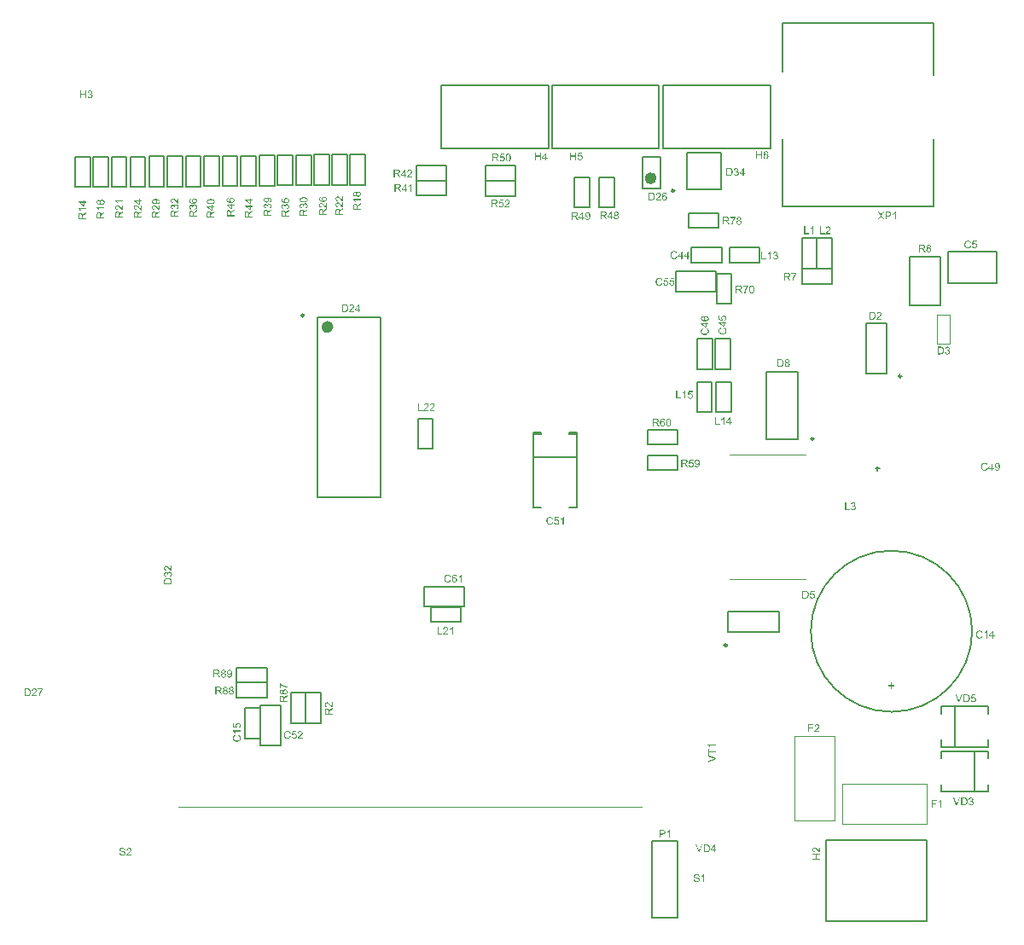
<source format=gto>
G04*
G04 #@! TF.GenerationSoftware,Altium Limited,Altium Designer,18.1.2 (67)*
G04*
G04 Layer_Color=65535*
%FSLAX44Y44*%
%MOMM*%
G71*
G01*
G75*
%ADD10C,0.2000*%
%ADD11C,0.2500*%
%ADD12C,0.6000*%
%ADD13C,0.1000*%
G36*
X817682Y237554D02*
X820318D01*
Y236442D01*
X817682D01*
Y233831D01*
X816582D01*
Y236442D01*
X813970D01*
Y237554D01*
X816582D01*
Y240166D01*
X817682D01*
Y237554D01*
D02*
G37*
G36*
X807301Y703793D02*
X810165Y699770D01*
X808918D01*
X806981Y702505D01*
X806971Y702515D01*
X806951Y702545D01*
X806921Y702595D01*
X806881Y702655D01*
X806831Y702725D01*
X806781Y702805D01*
X806662Y702974D01*
X806652Y702954D01*
X806622Y702914D01*
X806582Y702844D01*
X806522Y702765D01*
X806402Y702575D01*
X806352Y702495D01*
X806302Y702425D01*
X804356Y699770D01*
X803138D01*
X806103Y703753D01*
X803487Y707446D01*
X804705D01*
X806103Y705480D01*
X806113Y705470D01*
X806123Y705450D01*
X806143Y705420D01*
X806173Y705380D01*
X806253Y705270D01*
X806342Y705130D01*
X806442Y704981D01*
X806542Y704821D01*
X806632Y704671D01*
X806712Y704541D01*
X806722Y704561D01*
X806762Y704611D01*
X806812Y704691D01*
X806881Y704801D01*
X806971Y704931D01*
X807081Y705080D01*
X807191Y705230D01*
X807321Y705400D01*
X808848Y707446D01*
X809956D01*
X807301Y703793D01*
D02*
G37*
G36*
X821385Y699770D02*
X820447D01*
Y705769D01*
X820427Y705759D01*
X820387Y705719D01*
X820307Y705649D01*
X820208Y705570D01*
X820078Y705470D01*
X819918Y705360D01*
X819748Y705240D01*
X819549Y705120D01*
X819539D01*
X819529Y705110D01*
X819499Y705090D01*
X819459Y705070D01*
X819349Y705011D01*
X819219Y704941D01*
X819070Y704861D01*
X818900Y704781D01*
X818730Y704701D01*
X818560Y704631D01*
Y705550D01*
X818570D01*
X818600Y705570D01*
X818640Y705590D01*
X818690Y705620D01*
X818760Y705649D01*
X818840Y705699D01*
X819030Y705799D01*
X819239Y705929D01*
X819479Y706089D01*
X819708Y706258D01*
X819938Y706448D01*
X819948Y706458D01*
X819968Y706468D01*
X819998Y706498D01*
X820038Y706538D01*
X820138Y706638D01*
X820267Y706777D01*
X820397Y706927D01*
X820537Y707107D01*
X820667Y707287D01*
X820777Y707476D01*
X821385D01*
Y699770D01*
D02*
G37*
G36*
X814398Y707436D02*
X814578Y707426D01*
X814777Y707416D01*
X814967Y707396D01*
X815127Y707366D01*
X815157D01*
X815177Y707356D01*
X815217Y707346D01*
X815326Y707327D01*
X815456Y707287D01*
X815606Y707237D01*
X815755Y707177D01*
X815915Y707097D01*
X816065Y707007D01*
X816085Y706997D01*
X816125Y706957D01*
X816205Y706897D01*
X816285Y706817D01*
X816384Y706718D01*
X816494Y706588D01*
X816594Y706438D01*
X816684Y706268D01*
Y706258D01*
X816694Y706248D01*
X816704Y706218D01*
X816724Y706189D01*
X816764Y706089D01*
X816804Y705959D01*
X816844Y705799D01*
X816883Y705620D01*
X816914Y705430D01*
X816923Y705220D01*
Y705210D01*
Y705180D01*
Y705130D01*
X816914Y705061D01*
X816904Y704971D01*
X816893Y704871D01*
X816873Y704761D01*
X816844Y704651D01*
X816774Y704382D01*
X816724Y704252D01*
X816654Y704112D01*
X816584Y703972D01*
X816504Y703833D01*
X816404Y703693D01*
X816295Y703563D01*
X816285Y703553D01*
X816265Y703533D01*
X816225Y703503D01*
X816175Y703453D01*
X816105Y703403D01*
X816015Y703354D01*
X815905Y703284D01*
X815786Y703224D01*
X815636Y703164D01*
X815476Y703104D01*
X815286Y703044D01*
X815087Y702994D01*
X814857Y702944D01*
X814608Y702914D01*
X814338Y702894D01*
X814049Y702884D01*
X812092D01*
Y699770D01*
X811074D01*
Y707446D01*
X814228D01*
X814398Y707436D01*
D02*
G37*
G36*
X743392Y198704D02*
X743492Y198694D01*
X743602Y198684D01*
X743722Y198664D01*
X743851Y198634D01*
X744131Y198564D01*
X744271Y198515D01*
X744420Y198455D01*
X744570Y198385D01*
X744710Y198295D01*
X744840Y198205D01*
X744969Y198095D01*
X744979Y198085D01*
X744999Y198065D01*
X745029Y198036D01*
X745069Y197986D01*
X745119Y197926D01*
X745179Y197856D01*
X745229Y197776D01*
X745299Y197676D01*
X745359Y197576D01*
X745409Y197456D01*
X745518Y197197D01*
X745558Y197057D01*
X745588Y196908D01*
X745608Y196748D01*
X745618Y196578D01*
Y196558D01*
Y196498D01*
X745608Y196408D01*
X745598Y196289D01*
X745568Y196159D01*
X745538Y195999D01*
X745489Y195839D01*
X745429Y195670D01*
X745419Y195650D01*
X745389Y195590D01*
X745349Y195500D01*
X745279Y195390D01*
X745189Y195250D01*
X745079Y195091D01*
X744949Y194911D01*
X744800Y194731D01*
Y194721D01*
X744780Y194711D01*
X744750Y194681D01*
X744720Y194641D01*
X744670Y194592D01*
X744610Y194532D01*
X744540Y194462D01*
X744450Y194382D01*
X744361Y194292D01*
X744251Y194192D01*
X744131Y194072D01*
X744001Y193953D01*
X743851Y193823D01*
X743702Y193693D01*
X743522Y193543D01*
X743342Y193384D01*
X743332Y193374D01*
X743302Y193354D01*
X743262Y193314D01*
X743203Y193274D01*
X743143Y193214D01*
X743063Y193144D01*
X742893Y192994D01*
X742703Y192835D01*
X742524Y192675D01*
X742444Y192605D01*
X742374Y192535D01*
X742304Y192465D01*
X742254Y192416D01*
X742244Y192405D01*
X742214Y192376D01*
X742174Y192326D01*
X742114Y192256D01*
X742055Y192186D01*
X741985Y192096D01*
X741855Y191916D01*
X745628D01*
Y191008D01*
X740547D01*
Y191028D01*
Y191068D01*
Y191128D01*
X740557Y191218D01*
X740567Y191317D01*
X740587Y191427D01*
X740617Y191537D01*
X740657Y191657D01*
Y191667D01*
X740667Y191677D01*
X740677Y191707D01*
X740697Y191747D01*
X740737Y191847D01*
X740807Y191976D01*
X740897Y192136D01*
X740996Y192306D01*
X741126Y192485D01*
X741276Y192675D01*
X741286Y192685D01*
X741296Y192695D01*
X741326Y192725D01*
X741356Y192765D01*
X741456Y192875D01*
X741596Y193014D01*
X741765Y193184D01*
X741975Y193384D01*
X742224Y193603D01*
X742514Y193843D01*
X742524Y193853D01*
X742564Y193893D01*
X742634Y193943D01*
X742713Y194013D01*
X742813Y194102D01*
X742933Y194202D01*
X743063Y194312D01*
X743193Y194432D01*
X743472Y194691D01*
X743752Y194961D01*
X743881Y195101D01*
X744001Y195231D01*
X744111Y195350D01*
X744201Y195470D01*
X744211Y195480D01*
X744221Y195500D01*
X744241Y195530D01*
X744271Y195570D01*
X744301Y195630D01*
X744341Y195690D01*
X744430Y195839D01*
X744510Y196009D01*
X744580Y196199D01*
X744630Y196408D01*
X744650Y196508D01*
Y196608D01*
Y196618D01*
Y196638D01*
Y196658D01*
X744640Y196698D01*
X744630Y196808D01*
X744600Y196937D01*
X744550Y197087D01*
X744480Y197237D01*
X744380Y197397D01*
X744241Y197546D01*
X744221Y197566D01*
X744171Y197606D01*
X744081Y197666D01*
X743961Y197746D01*
X743811Y197816D01*
X743632Y197876D01*
X743422Y197916D01*
X743193Y197936D01*
X743123D01*
X743083Y197926D01*
X743023D01*
X742953Y197916D01*
X742803Y197886D01*
X742634Y197836D01*
X742444Y197766D01*
X742264Y197666D01*
X742105Y197526D01*
X742085Y197506D01*
X742045Y197456D01*
X741975Y197357D01*
X741905Y197237D01*
X741825Y197067D01*
X741755Y196877D01*
X741715Y196658D01*
X741695Y196398D01*
X740727Y196498D01*
Y196508D01*
X740737Y196548D01*
Y196598D01*
X740747Y196678D01*
X740767Y196768D01*
X740787Y196868D01*
X740817Y196987D01*
X740857Y197107D01*
X740947Y197377D01*
X741006Y197516D01*
X741076Y197646D01*
X741156Y197786D01*
X741246Y197916D01*
X741346Y198036D01*
X741466Y198145D01*
X741476Y198155D01*
X741496Y198165D01*
X741536Y198195D01*
X741585Y198235D01*
X741655Y198275D01*
X741735Y198325D01*
X741825Y198375D01*
X741935Y198435D01*
X742055Y198485D01*
X742184Y198535D01*
X742324Y198584D01*
X742484Y198624D01*
X742644Y198664D01*
X742823Y198694D01*
X743013Y198704D01*
X743213Y198714D01*
X743322D01*
X743392Y198704D01*
D02*
G37*
G36*
X739749Y197776D02*
X735586D01*
Y195400D01*
X739190D01*
Y194492D01*
X735586D01*
Y191008D01*
X734568D01*
Y198684D01*
X739749D01*
Y197776D01*
D02*
G37*
G36*
X160378Y252806D02*
X160438D01*
X160518Y252796D01*
X160697Y252766D01*
X160907Y252716D01*
X161136Y252647D01*
X161376Y252547D01*
X161616Y252407D01*
X161625D01*
X161646Y252387D01*
X161675Y252367D01*
X161715Y252337D01*
X161825Y252237D01*
X161965Y252118D01*
X162115Y251948D01*
X162274Y251758D01*
X162424Y251529D01*
X162554Y251259D01*
Y251249D01*
X162564Y251229D01*
X162584Y251179D01*
X162604Y251119D01*
X162634Y251039D01*
X162654Y250950D01*
X162684Y250840D01*
X162724Y250710D01*
X162754Y250560D01*
X162783Y250401D01*
X162803Y250231D01*
X162833Y250031D01*
X162853Y249822D01*
X162873Y249602D01*
X162883Y249362D01*
Y249103D01*
Y249083D01*
Y249043D01*
Y248963D01*
Y248863D01*
X162873Y248734D01*
X162863Y248594D01*
X162853Y248434D01*
X162843Y248254D01*
X162823Y248075D01*
X162803Y247885D01*
X162754Y247486D01*
X162674Y247106D01*
X162624Y246927D01*
X162564Y246757D01*
Y246747D01*
X162554Y246717D01*
X162534Y246677D01*
X162504Y246617D01*
X162474Y246537D01*
X162434Y246458D01*
X162324Y246268D01*
X162194Y246048D01*
X162025Y245829D01*
X161835Y245619D01*
X161605Y245429D01*
X161596D01*
X161576Y245410D01*
X161546Y245389D01*
X161496Y245360D01*
X161436Y245330D01*
X161366Y245290D01*
X161276Y245250D01*
X161186Y245210D01*
X160967Y245120D01*
X160717Y245050D01*
X160438Y245000D01*
X160288Y244990D01*
X160128Y244980D01*
X160038D01*
X159978Y244990D01*
X159899Y245000D01*
X159819Y245010D01*
X159719Y245020D01*
X159609Y245040D01*
X159380Y245100D01*
X159130Y245190D01*
X159010Y245250D01*
X158890Y245320D01*
X158771Y245389D01*
X158661Y245479D01*
X158651Y245489D01*
X158641Y245499D01*
X158611Y245529D01*
X158571Y245569D01*
X158521Y245619D01*
X158471Y245689D01*
X158421Y245759D01*
X158361Y245839D01*
X158301Y245938D01*
X158242Y246038D01*
X158192Y246158D01*
X158132Y246288D01*
X158082Y246418D01*
X158042Y246567D01*
X158012Y246717D01*
X157982Y246887D01*
X158890Y246957D01*
Y246947D01*
X158900Y246927D01*
Y246897D01*
X158910Y246857D01*
X158940Y246737D01*
X158990Y246607D01*
X159040Y246448D01*
X159120Y246298D01*
X159210Y246158D01*
X159320Y246038D01*
X159340Y246028D01*
X159380Y245998D01*
X159449Y245949D01*
X159549Y245899D01*
X159669Y245849D01*
X159809Y245799D01*
X159978Y245769D01*
X160158Y245759D01*
X160228D01*
X160308Y245769D01*
X160418Y245779D01*
X160527Y245809D01*
X160657Y245839D01*
X160787Y245889D01*
X160917Y245949D01*
X160927Y245958D01*
X160977Y245988D01*
X161037Y246028D01*
X161106Y246088D01*
X161196Y246168D01*
X161286Y246258D01*
X161376Y246358D01*
X161456Y246478D01*
X161466Y246497D01*
X161496Y246537D01*
X161526Y246617D01*
X161576Y246717D01*
X161635Y246847D01*
X161695Y246997D01*
X161755Y247176D01*
X161805Y247376D01*
Y247386D01*
X161815Y247406D01*
Y247436D01*
X161825Y247476D01*
X161835Y247526D01*
X161845Y247586D01*
X161875Y247735D01*
X161905Y247905D01*
X161925Y248105D01*
X161935Y248314D01*
X161945Y248534D01*
Y248544D01*
Y248584D01*
Y248644D01*
Y248724D01*
X161935Y248704D01*
X161895Y248654D01*
X161825Y248564D01*
X161735Y248464D01*
X161625Y248344D01*
X161496Y248224D01*
X161336Y248105D01*
X161166Y247995D01*
X161156D01*
X161146Y247985D01*
X161116Y247965D01*
X161077Y247955D01*
X160987Y247905D01*
X160847Y247855D01*
X160697Y247805D01*
X160518Y247755D01*
X160318Y247725D01*
X160108Y247715D01*
X160018D01*
X159949Y247725D01*
X159869Y247735D01*
X159769Y247755D01*
X159669Y247775D01*
X159549Y247805D01*
X159429Y247835D01*
X159300Y247885D01*
X159170Y247935D01*
X159030Y248005D01*
X158890Y248085D01*
X158761Y248174D01*
X158631Y248284D01*
X158501Y248404D01*
X158491Y248414D01*
X158471Y248434D01*
X158441Y248474D01*
X158401Y248534D01*
X158351Y248594D01*
X158292Y248684D01*
X158232Y248783D01*
X158172Y248893D01*
X158112Y249013D01*
X158052Y249153D01*
X157992Y249303D01*
X157942Y249462D01*
X157902Y249632D01*
X157872Y249822D01*
X157852Y250011D01*
X157842Y250221D01*
Y250231D01*
Y250271D01*
Y250331D01*
X157852Y250410D01*
X157862Y250510D01*
X157882Y250630D01*
X157902Y250760D01*
X157932Y250890D01*
X158012Y251189D01*
X158062Y251349D01*
X158132Y251509D01*
X158212Y251658D01*
X158301Y251818D01*
X158401Y251958D01*
X158521Y252097D01*
X158531Y252108D01*
X158551Y252127D01*
X158591Y252167D01*
X158641Y252207D01*
X158711Y252267D01*
X158791Y252327D01*
X158890Y252387D01*
X159000Y252457D01*
X159110Y252527D01*
X159250Y252587D01*
X159389Y252647D01*
X159539Y252707D01*
X159699Y252746D01*
X159879Y252786D01*
X160058Y252806D01*
X160248Y252816D01*
X160318D01*
X160378Y252806D01*
D02*
G37*
G36*
X148189Y252776D02*
X148279D01*
X148389Y252766D01*
X148509Y252756D01*
X148758Y252736D01*
X149018Y252696D01*
X149268Y252647D01*
X149387Y252617D01*
X149487Y252577D01*
X149497D01*
X149507Y252567D01*
X149537Y252557D01*
X149577Y252537D01*
X149677Y252487D01*
X149797Y252407D01*
X149936Y252307D01*
X150076Y252177D01*
X150216Y252018D01*
X150346Y251838D01*
Y251828D01*
X150356Y251818D01*
X150376Y251788D01*
X150395Y251748D01*
X150445Y251638D01*
X150505Y251499D01*
X150565Y251329D01*
X150615Y251129D01*
X150655Y250910D01*
X150665Y250680D01*
Y250670D01*
Y250640D01*
Y250600D01*
X150655Y250540D01*
X150645Y250470D01*
X150635Y250391D01*
X150595Y250201D01*
X150535Y249981D01*
X150445Y249752D01*
X150386Y249642D01*
X150316Y249522D01*
X150226Y249412D01*
X150136Y249303D01*
X150126Y249293D01*
X150116Y249283D01*
X150076Y249253D01*
X150036Y249213D01*
X149976Y249173D01*
X149906Y249123D01*
X149826Y249063D01*
X149737Y249003D01*
X149627Y248943D01*
X149507Y248883D01*
X149367Y248823D01*
X149218Y248764D01*
X149058Y248714D01*
X148888Y248664D01*
X148699Y248624D01*
X148499Y248594D01*
X148519Y248584D01*
X148569Y248564D01*
X148639Y248524D01*
X148729Y248474D01*
X148928Y248344D01*
X149018Y248274D01*
X149108Y248204D01*
X149118D01*
X149128Y248185D01*
X149188Y248135D01*
X149268Y248045D01*
X149387Y247925D01*
X149517Y247785D01*
X149657Y247606D01*
X149807Y247406D01*
X149956Y247186D01*
X151284Y245110D01*
X150006D01*
X148998Y246697D01*
Y246707D01*
X148978Y246727D01*
X148958Y246767D01*
X148928Y246807D01*
X148888Y246867D01*
X148838Y246937D01*
X148738Y247087D01*
X148619Y247256D01*
X148499Y247426D01*
X148379Y247596D01*
X148259Y247745D01*
X148249Y247765D01*
X148209Y247805D01*
X148160Y247875D01*
X148090Y247945D01*
X148010Y248035D01*
X147920Y248125D01*
X147830Y248195D01*
X147740Y248264D01*
X147730Y248274D01*
X147700Y248284D01*
X147660Y248314D01*
X147600Y248344D01*
X147531Y248384D01*
X147451Y248414D01*
X147281Y248474D01*
X147271D01*
X147251Y248484D01*
X147211D01*
X147151Y248494D01*
X147072Y248504D01*
X146972D01*
X146862Y248514D01*
X145544D01*
Y245110D01*
X144526D01*
Y252786D01*
X148100D01*
X148189Y252776D01*
D02*
G37*
G36*
X154548Y252806D02*
X154628Y252796D01*
X154728Y252786D01*
X154838Y252766D01*
X154957Y252746D01*
X155217Y252677D01*
X155347Y252627D01*
X155486Y252567D01*
X155616Y252497D01*
X155756Y252427D01*
X155876Y252327D01*
X155996Y252227D01*
X156005Y252217D01*
X156025Y252197D01*
X156055Y252167D01*
X156095Y252127D01*
X156135Y252068D01*
X156195Y251998D01*
X156245Y251918D01*
X156305Y251838D01*
X156415Y251628D01*
X156515Y251389D01*
X156555Y251249D01*
X156585Y251109D01*
X156604Y250960D01*
X156614Y250810D01*
Y250800D01*
Y250790D01*
Y250760D01*
Y250720D01*
X156604Y250620D01*
X156574Y250490D01*
X156545Y250341D01*
X156495Y250191D01*
X156425Y250031D01*
X156325Y249872D01*
X156315Y249851D01*
X156275Y249812D01*
X156205Y249742D01*
X156115Y249652D01*
X155996Y249552D01*
X155846Y249452D01*
X155676Y249352D01*
X155477Y249263D01*
X155486D01*
X155506Y249253D01*
X155546Y249243D01*
X155596Y249223D01*
X155656Y249193D01*
X155716Y249163D01*
X155876Y249083D01*
X156055Y248983D01*
X156235Y248853D01*
X156405Y248704D01*
X156555Y248524D01*
Y248514D01*
X156574Y248504D01*
X156585Y248474D01*
X156614Y248434D01*
X156644Y248384D01*
X156674Y248324D01*
X156744Y248185D01*
X156804Y248005D01*
X156864Y247795D01*
X156904Y247556D01*
X156924Y247296D01*
Y247286D01*
Y247256D01*
Y247206D01*
X156914Y247136D01*
X156904Y247047D01*
X156884Y246947D01*
X156864Y246847D01*
X156834Y246727D01*
X156804Y246597D01*
X156754Y246468D01*
X156694Y246328D01*
X156634Y246188D01*
X156545Y246048D01*
X156455Y245909D01*
X156345Y245779D01*
X156225Y245649D01*
X156215Y245639D01*
X156195Y245619D01*
X156155Y245589D01*
X156095Y245549D01*
X156025Y245489D01*
X155946Y245439D01*
X155846Y245380D01*
X155736Y245320D01*
X155606Y245250D01*
X155477Y245190D01*
X155327Y245140D01*
X155157Y245090D01*
X154987Y245040D01*
X154798Y245010D01*
X154608Y244990D01*
X154398Y244980D01*
X154289D01*
X154209Y244990D01*
X154109Y245000D01*
X153999Y245020D01*
X153879Y245040D01*
X153740Y245060D01*
X153450Y245140D01*
X153300Y245200D01*
X153141Y245260D01*
X152991Y245340D01*
X152841Y245429D01*
X152701Y245529D01*
X152562Y245649D01*
X152552Y245659D01*
X152532Y245679D01*
X152502Y245719D01*
X152452Y245769D01*
X152402Y245839D01*
X152342Y245919D01*
X152282Y246008D01*
X152222Y246108D01*
X152152Y246228D01*
X152093Y246348D01*
X152033Y246488D01*
X151983Y246637D01*
X151933Y246797D01*
X151903Y246967D01*
X151883Y247146D01*
X151873Y247326D01*
Y247336D01*
Y247356D01*
Y247396D01*
X151883Y247456D01*
Y247516D01*
X151893Y247586D01*
X151923Y247765D01*
X151963Y247965D01*
X152033Y248165D01*
X152122Y248374D01*
X152252Y248574D01*
Y248584D01*
X152272Y248594D01*
X152322Y248654D01*
X152412Y248743D01*
X152532Y248853D01*
X152682Y248963D01*
X152871Y249083D01*
X153081Y249183D01*
X153330Y249263D01*
X153320D01*
X153300Y249273D01*
X153270Y249283D01*
X153230Y249303D01*
X153131Y249352D01*
X153001Y249422D01*
X152861Y249512D01*
X152711Y249612D01*
X152582Y249742D01*
X152462Y249881D01*
X152452Y249902D01*
X152422Y249951D01*
X152372Y250041D01*
X152322Y250151D01*
X152272Y250291D01*
X152222Y250450D01*
X152192Y250630D01*
X152182Y250830D01*
Y250840D01*
Y250870D01*
Y250910D01*
X152192Y250970D01*
X152202Y251039D01*
X152212Y251129D01*
X152262Y251319D01*
X152332Y251539D01*
X152382Y251658D01*
X152432Y251778D01*
X152502Y251898D01*
X152582Y252018D01*
X152671Y252127D01*
X152781Y252237D01*
X152791Y252247D01*
X152811Y252267D01*
X152841Y252287D01*
X152891Y252327D01*
X152951Y252367D01*
X153021Y252417D01*
X153111Y252477D01*
X153210Y252527D01*
X153310Y252577D01*
X153430Y252637D01*
X153570Y252687D01*
X153710Y252726D01*
X153859Y252766D01*
X154019Y252796D01*
X154199Y252806D01*
X154378Y252816D01*
X154478D01*
X154548Y252806D01*
D02*
G37*
G36*
X149967Y236012D02*
X150057D01*
X150167Y236002D01*
X150287Y235992D01*
X150536Y235972D01*
X150796Y235933D01*
X151046Y235883D01*
X151165Y235853D01*
X151265Y235813D01*
X151275D01*
X151285Y235803D01*
X151315Y235793D01*
X151355Y235773D01*
X151455Y235723D01*
X151575Y235643D01*
X151714Y235543D01*
X151854Y235413D01*
X151994Y235254D01*
X152124Y235074D01*
Y235064D01*
X152134Y235054D01*
X152154Y235024D01*
X152174Y234984D01*
X152223Y234874D01*
X152283Y234735D01*
X152343Y234565D01*
X152393Y234365D01*
X152433Y234146D01*
X152443Y233916D01*
Y233906D01*
Y233876D01*
Y233836D01*
X152433Y233776D01*
X152423Y233706D01*
X152413Y233627D01*
X152373Y233437D01*
X152313Y233217D01*
X152223Y232988D01*
X152164Y232878D01*
X152094Y232758D01*
X152004Y232648D01*
X151914Y232539D01*
X151904Y232528D01*
X151894Y232519D01*
X151854Y232489D01*
X151814Y232449D01*
X151754Y232409D01*
X151684Y232359D01*
X151604Y232299D01*
X151515Y232239D01*
X151405Y232179D01*
X151285Y232119D01*
X151145Y232059D01*
X150996Y231999D01*
X150836Y231950D01*
X150666Y231900D01*
X150477Y231860D01*
X150277Y231830D01*
X150297Y231820D01*
X150347Y231800D01*
X150417Y231760D01*
X150506Y231710D01*
X150706Y231580D01*
X150796Y231510D01*
X150886Y231441D01*
X150896D01*
X150906Y231420D01*
X150966Y231371D01*
X151046Y231281D01*
X151165Y231161D01*
X151295Y231021D01*
X151435Y230842D01*
X151585Y230642D01*
X151734Y230422D01*
X153062Y228346D01*
X151784D01*
X150776Y229933D01*
Y229943D01*
X150756Y229963D01*
X150736Y230003D01*
X150706Y230043D01*
X150666Y230103D01*
X150616Y230173D01*
X150517Y230322D01*
X150397Y230492D01*
X150277Y230662D01*
X150157Y230832D01*
X150037Y230981D01*
X150027Y231001D01*
X149987Y231041D01*
X149937Y231111D01*
X149868Y231181D01*
X149788Y231271D01*
X149698Y231361D01*
X149608Y231430D01*
X149518Y231500D01*
X149508Y231510D01*
X149478Y231520D01*
X149438Y231550D01*
X149378Y231580D01*
X149309Y231620D01*
X149229Y231650D01*
X149059Y231710D01*
X149049D01*
X149029Y231720D01*
X148989D01*
X148929Y231730D01*
X148849Y231740D01*
X148750D01*
X148640Y231750D01*
X147322D01*
Y228346D01*
X146304D01*
Y236022D01*
X149878D01*
X149967Y236012D01*
D02*
G37*
G36*
X162285Y236042D02*
X162365Y236032D01*
X162465Y236022D01*
X162575Y236002D01*
X162695Y235982D01*
X162954Y235912D01*
X163084Y235863D01*
X163224Y235803D01*
X163354Y235733D01*
X163493Y235663D01*
X163613Y235563D01*
X163733Y235463D01*
X163743Y235453D01*
X163763Y235433D01*
X163793Y235403D01*
X163833Y235364D01*
X163873Y235304D01*
X163933Y235234D01*
X163983Y235154D01*
X164042Y235074D01*
X164152Y234864D01*
X164252Y234625D01*
X164292Y234485D01*
X164322Y234345D01*
X164342Y234196D01*
X164352Y234046D01*
Y234036D01*
Y234026D01*
Y233996D01*
Y233956D01*
X164342Y233856D01*
X164312Y233726D01*
X164282Y233577D01*
X164232Y233427D01*
X164162Y233267D01*
X164062Y233107D01*
X164052Y233088D01*
X164012Y233048D01*
X163943Y232978D01*
X163853Y232888D01*
X163733Y232788D01*
X163583Y232688D01*
X163414Y232588D01*
X163214Y232499D01*
X163224D01*
X163244Y232489D01*
X163284Y232479D01*
X163334Y232459D01*
X163393Y232429D01*
X163453Y232399D01*
X163613Y232319D01*
X163793Y232219D01*
X163972Y232089D01*
X164142Y231940D01*
X164292Y231760D01*
Y231750D01*
X164312Y231740D01*
X164322Y231710D01*
X164352Y231670D01*
X164382Y231620D01*
X164412Y231560D01*
X164482Y231420D01*
X164541Y231241D01*
X164601Y231031D01*
X164641Y230792D01*
X164661Y230532D01*
Y230522D01*
Y230492D01*
Y230442D01*
X164651Y230372D01*
X164641Y230282D01*
X164621Y230183D01*
X164601Y230083D01*
X164571Y229963D01*
X164541Y229833D01*
X164492Y229704D01*
X164432Y229564D01*
X164372Y229424D01*
X164282Y229284D01*
X164192Y229145D01*
X164082Y229015D01*
X163962Y228885D01*
X163953Y228875D01*
X163933Y228855D01*
X163893Y228825D01*
X163833Y228785D01*
X163763Y228725D01*
X163683Y228675D01*
X163583Y228615D01*
X163473Y228556D01*
X163344Y228486D01*
X163214Y228426D01*
X163064Y228376D01*
X162894Y228326D01*
X162725Y228276D01*
X162535Y228246D01*
X162345Y228226D01*
X162136Y228216D01*
X162026D01*
X161946Y228226D01*
X161846Y228236D01*
X161737Y228256D01*
X161617Y228276D01*
X161477Y228296D01*
X161187Y228376D01*
X161038Y228436D01*
X160878Y228496D01*
X160728Y228576D01*
X160578Y228665D01*
X160439Y228765D01*
X160299Y228885D01*
X160289Y228895D01*
X160269Y228915D01*
X160239Y228955D01*
X160189Y229005D01*
X160139Y229075D01*
X160079Y229155D01*
X160019Y229244D01*
X159960Y229344D01*
X159890Y229464D01*
X159830Y229584D01*
X159770Y229723D01*
X159720Y229873D01*
X159670Y230033D01*
X159640Y230203D01*
X159620Y230382D01*
X159610Y230562D01*
Y230572D01*
Y230592D01*
Y230632D01*
X159620Y230692D01*
Y230752D01*
X159630Y230822D01*
X159660Y231001D01*
X159700Y231201D01*
X159770Y231401D01*
X159860Y231610D01*
X159990Y231810D01*
Y231820D01*
X160010Y231830D01*
X160060Y231890D01*
X160149Y231980D01*
X160269Y232089D01*
X160419Y232199D01*
X160609Y232319D01*
X160818Y232419D01*
X161068Y232499D01*
X161058D01*
X161038Y232509D01*
X161008Y232519D01*
X160968Y232539D01*
X160868Y232588D01*
X160738Y232658D01*
X160599Y232748D01*
X160449Y232848D01*
X160319Y232978D01*
X160199Y233118D01*
X160189Y233137D01*
X160159Y233187D01*
X160109Y233277D01*
X160060Y233387D01*
X160010Y233527D01*
X159960Y233687D01*
X159930Y233866D01*
X159920Y234066D01*
Y234076D01*
Y234106D01*
Y234146D01*
X159930Y234206D01*
X159940Y234275D01*
X159950Y234365D01*
X160000Y234555D01*
X160070Y234774D01*
X160119Y234894D01*
X160169Y235014D01*
X160239Y235134D01*
X160319Y235254D01*
X160409Y235364D01*
X160519Y235473D01*
X160529Y235483D01*
X160549Y235503D01*
X160578Y235523D01*
X160629Y235563D01*
X160688Y235603D01*
X160758Y235653D01*
X160848Y235713D01*
X160948Y235763D01*
X161048Y235813D01*
X161168Y235873D01*
X161307Y235923D01*
X161447Y235962D01*
X161597Y236002D01*
X161756Y236032D01*
X161936Y236042D01*
X162116Y236052D01*
X162216D01*
X162285Y236042D01*
D02*
G37*
G36*
X156326D02*
X156406Y236032D01*
X156506Y236022D01*
X156616Y236002D01*
X156735Y235982D01*
X156995Y235912D01*
X157125Y235863D01*
X157264Y235803D01*
X157394Y235733D01*
X157534Y235663D01*
X157654Y235563D01*
X157774Y235463D01*
X157783Y235453D01*
X157803Y235433D01*
X157833Y235403D01*
X157873Y235364D01*
X157913Y235304D01*
X157973Y235234D01*
X158023Y235154D01*
X158083Y235074D01*
X158193Y234864D01*
X158293Y234625D01*
X158333Y234485D01*
X158363Y234345D01*
X158383Y234196D01*
X158392Y234046D01*
Y234036D01*
Y234026D01*
Y233996D01*
Y233956D01*
X158383Y233856D01*
X158352Y233726D01*
X158323Y233577D01*
X158273Y233427D01*
X158203Y233267D01*
X158103Y233107D01*
X158093Y233088D01*
X158053Y233048D01*
X157983Y232978D01*
X157893Y232888D01*
X157774Y232788D01*
X157624Y232688D01*
X157454Y232588D01*
X157254Y232499D01*
X157264D01*
X157284Y232489D01*
X157324Y232479D01*
X157374Y232459D01*
X157434Y232429D01*
X157494Y232399D01*
X157654Y232319D01*
X157833Y232219D01*
X158013Y232089D01*
X158183Y231940D01*
X158333Y231760D01*
Y231750D01*
X158352Y231740D01*
X158363Y231710D01*
X158392Y231670D01*
X158422Y231620D01*
X158452Y231560D01*
X158522Y231420D01*
X158582Y231241D01*
X158642Y231031D01*
X158682Y230792D01*
X158702Y230532D01*
Y230522D01*
Y230492D01*
Y230442D01*
X158692Y230372D01*
X158682Y230282D01*
X158662Y230183D01*
X158642Y230083D01*
X158612Y229963D01*
X158582Y229833D01*
X158532Y229704D01*
X158472Y229564D01*
X158412Y229424D01*
X158323Y229284D01*
X158233Y229145D01*
X158123Y229015D01*
X158003Y228885D01*
X157993Y228875D01*
X157973Y228855D01*
X157933Y228825D01*
X157873Y228785D01*
X157803Y228725D01*
X157724Y228675D01*
X157624Y228615D01*
X157514Y228556D01*
X157384Y228486D01*
X157254Y228426D01*
X157105Y228376D01*
X156935Y228326D01*
X156765Y228276D01*
X156576Y228246D01*
X156386Y228226D01*
X156176Y228216D01*
X156067D01*
X155987Y228226D01*
X155887Y228236D01*
X155777Y228256D01*
X155657Y228276D01*
X155518Y228296D01*
X155228Y228376D01*
X155078Y228436D01*
X154919Y228496D01*
X154769Y228576D01*
X154619Y228665D01*
X154479Y228765D01*
X154340Y228885D01*
X154330Y228895D01*
X154310Y228915D01*
X154280Y228955D01*
X154230Y229005D01*
X154180Y229075D01*
X154120Y229155D01*
X154060Y229244D01*
X154000Y229344D01*
X153930Y229464D01*
X153870Y229584D01*
X153811Y229723D01*
X153761Y229873D01*
X153711Y230033D01*
X153681Y230203D01*
X153661Y230382D01*
X153651Y230562D01*
Y230572D01*
Y230592D01*
Y230632D01*
X153661Y230692D01*
Y230752D01*
X153671Y230822D01*
X153701Y231001D01*
X153741Y231201D01*
X153811Y231401D01*
X153900Y231610D01*
X154030Y231810D01*
Y231820D01*
X154050Y231830D01*
X154100Y231890D01*
X154190Y231980D01*
X154310Y232089D01*
X154459Y232199D01*
X154649Y232319D01*
X154859Y232419D01*
X155108Y232499D01*
X155098D01*
X155078Y232509D01*
X155048Y232519D01*
X155008Y232539D01*
X154909Y232588D01*
X154779Y232658D01*
X154639Y232748D01*
X154489Y232848D01*
X154360Y232978D01*
X154240Y233118D01*
X154230Y233137D01*
X154200Y233187D01*
X154150Y233277D01*
X154100Y233387D01*
X154050Y233527D01*
X154000Y233687D01*
X153970Y233866D01*
X153960Y234066D01*
Y234076D01*
Y234106D01*
Y234146D01*
X153970Y234206D01*
X153980Y234275D01*
X153990Y234365D01*
X154040Y234555D01*
X154110Y234774D01*
X154160Y234894D01*
X154210Y235014D01*
X154280Y235134D01*
X154360Y235254D01*
X154450Y235364D01*
X154559Y235473D01*
X154569Y235483D01*
X154589Y235503D01*
X154619Y235523D01*
X154669Y235563D01*
X154729Y235603D01*
X154799Y235653D01*
X154889Y235713D01*
X154988Y235763D01*
X155088Y235813D01*
X155208Y235873D01*
X155348Y235923D01*
X155488Y235962D01*
X155637Y236002D01*
X155797Y236032D01*
X155977Y236042D01*
X156156Y236052D01*
X156256D01*
X156326Y236042D01*
D02*
G37*
G36*
X210850Y239307D02*
X210880Y239287D01*
X210920Y239247D01*
X210980Y239188D01*
X211060Y239128D01*
X211160Y239048D01*
X211269Y238958D01*
X211389Y238858D01*
X211529Y238748D01*
X211689Y238638D01*
X211858Y238519D01*
X212048Y238389D01*
X212238Y238259D01*
X212457Y238129D01*
X212677Y238000D01*
X212917Y237860D01*
X212927Y237850D01*
X212976Y237830D01*
X213046Y237790D01*
X213136Y237740D01*
X213256Y237680D01*
X213396Y237620D01*
X213555Y237540D01*
X213735Y237461D01*
X213925Y237371D01*
X214134Y237281D01*
X214354Y237191D01*
X214583Y237101D01*
X215063Y236922D01*
X215572Y236762D01*
X215582D01*
X215612Y236752D01*
X215672Y236732D01*
X215742Y236712D01*
X215831Y236692D01*
X215941Y236662D01*
X216061Y236642D01*
X216201Y236612D01*
X216350Y236582D01*
X216510Y236542D01*
X216690Y236512D01*
X216869Y236492D01*
X217259Y236442D01*
X217678Y236402D01*
Y235434D01*
X217668D01*
X217638D01*
X217588D01*
X217518Y235444D01*
X217428D01*
X217329Y235454D01*
X217209Y235464D01*
X217069Y235484D01*
X216919Y235504D01*
X216750Y235524D01*
X216570Y235554D01*
X216380Y235584D01*
X216181Y235624D01*
X215961Y235674D01*
X215742Y235724D01*
X215502Y235784D01*
X215482D01*
X215442Y235804D01*
X215372Y235823D01*
X215282Y235844D01*
X215163Y235883D01*
X215033Y235923D01*
X214883Y235973D01*
X214713Y236033D01*
X214524Y236093D01*
X214334Y236173D01*
X213915Y236333D01*
X213475Y236532D01*
X213026Y236752D01*
X213016Y236762D01*
X212976Y236782D01*
X212906Y236812D01*
X212827Y236862D01*
X212727Y236922D01*
X212607Y236991D01*
X212467Y237071D01*
X212327Y237161D01*
X212008Y237361D01*
X211669Y237590D01*
X211329Y237850D01*
X211010Y238109D01*
Y234356D01*
X210102D01*
Y239317D01*
X210840D01*
X210850Y239307D01*
D02*
G37*
G36*
X215652Y233368D02*
X215742Y233358D01*
X215841Y233338D01*
X215941Y233318D01*
X216061Y233288D01*
X216191Y233258D01*
X216320Y233208D01*
X216460Y233148D01*
X216600Y233088D01*
X216740Y232999D01*
X216879Y232909D01*
X217009Y232799D01*
X217139Y232679D01*
X217149Y232669D01*
X217169Y232649D01*
X217199Y232609D01*
X217239Y232549D01*
X217299Y232479D01*
X217349Y232400D01*
X217409Y232300D01*
X217468Y232190D01*
X217538Y232060D01*
X217598Y231931D01*
X217648Y231781D01*
X217698Y231611D01*
X217748Y231441D01*
X217778Y231252D01*
X217798Y231062D01*
X217808Y230852D01*
Y230743D01*
X217798Y230663D01*
X217788Y230563D01*
X217768Y230453D01*
X217748Y230333D01*
X217728Y230194D01*
X217648Y229904D01*
X217588Y229754D01*
X217528Y229595D01*
X217448Y229445D01*
X217359Y229295D01*
X217259Y229155D01*
X217139Y229016D01*
X217129Y229006D01*
X217109Y228986D01*
X217069Y228956D01*
X217019Y228906D01*
X216949Y228856D01*
X216869Y228796D01*
X216780Y228736D01*
X216680Y228676D01*
X216560Y228606D01*
X216440Y228547D01*
X216301Y228487D01*
X216151Y228437D01*
X215991Y228387D01*
X215821Y228357D01*
X215642Y228337D01*
X215462Y228327D01*
X215452D01*
X215432D01*
X215392D01*
X215332Y228337D01*
X215272D01*
X215202Y228347D01*
X215023Y228377D01*
X214823Y228417D01*
X214623Y228487D01*
X214414Y228577D01*
X214214Y228706D01*
X214204D01*
X214194Y228726D01*
X214134Y228776D01*
X214044Y228866D01*
X213935Y228986D01*
X213825Y229135D01*
X213705Y229325D01*
X213605Y229535D01*
X213525Y229784D01*
Y229774D01*
X213515Y229754D01*
X213505Y229724D01*
X213486Y229685D01*
X213436Y229585D01*
X213366Y229455D01*
X213276Y229315D01*
X213176Y229165D01*
X213046Y229036D01*
X212906Y228916D01*
X212887Y228906D01*
X212837Y228876D01*
X212747Y228826D01*
X212637Y228776D01*
X212497Y228726D01*
X212337Y228676D01*
X212158Y228646D01*
X211958Y228636D01*
X211948D01*
X211918D01*
X211878D01*
X211818Y228646D01*
X211749Y228656D01*
X211659Y228666D01*
X211469Y228716D01*
X211250Y228786D01*
X211130Y228836D01*
X211010Y228886D01*
X210890Y228956D01*
X210770Y229036D01*
X210660Y229125D01*
X210551Y229235D01*
X210541Y229245D01*
X210521Y229265D01*
X210501Y229295D01*
X210461Y229345D01*
X210421Y229405D01*
X210371Y229475D01*
X210311Y229565D01*
X210261Y229664D01*
X210211Y229764D01*
X210151Y229884D01*
X210102Y230024D01*
X210062Y230164D01*
X210022Y230313D01*
X209992Y230473D01*
X209982Y230653D01*
X209972Y230832D01*
Y230932D01*
X209982Y231002D01*
X209992Y231082D01*
X210002Y231182D01*
X210022Y231292D01*
X210042Y231411D01*
X210112Y231671D01*
X210161Y231801D01*
X210221Y231940D01*
X210291Y232070D01*
X210361Y232210D01*
X210461Y232330D01*
X210561Y232449D01*
X210571Y232460D01*
X210591Y232479D01*
X210621Y232509D01*
X210660Y232549D01*
X210720Y232589D01*
X210790Y232649D01*
X210870Y232699D01*
X210950Y232759D01*
X211160Y232869D01*
X211399Y232969D01*
X211539Y233009D01*
X211679Y233039D01*
X211828Y233058D01*
X211978Y233068D01*
X211988D01*
X211998D01*
X212028D01*
X212068D01*
X212168Y233058D01*
X212298Y233029D01*
X212447Y232999D01*
X212597Y232949D01*
X212757Y232879D01*
X212917Y232779D01*
X212936Y232769D01*
X212976Y232729D01*
X213046Y232659D01*
X213136Y232569D01*
X213236Y232449D01*
X213336Y232300D01*
X213436Y232130D01*
X213525Y231931D01*
Y231940D01*
X213535Y231960D01*
X213545Y232000D01*
X213565Y232050D01*
X213595Y232110D01*
X213625Y232170D01*
X213705Y232330D01*
X213805Y232509D01*
X213935Y232689D01*
X214084Y232859D01*
X214264Y233009D01*
X214274D01*
X214284Y233029D01*
X214314Y233039D01*
X214354Y233068D01*
X214404Y233098D01*
X214464Y233128D01*
X214604Y233198D01*
X214783Y233258D01*
X214993Y233318D01*
X215232Y233358D01*
X215492Y233378D01*
X215502D01*
X215532D01*
X215582D01*
X215652Y233368D01*
D02*
G37*
G36*
X217678Y226460D02*
X216091Y225452D01*
X216081D01*
X216061Y225432D01*
X216021Y225412D01*
X215981Y225382D01*
X215921Y225342D01*
X215851Y225292D01*
X215702Y225193D01*
X215532Y225073D01*
X215362Y224953D01*
X215192Y224833D01*
X215043Y224713D01*
X215023Y224703D01*
X214983Y224663D01*
X214913Y224613D01*
X214843Y224544D01*
X214753Y224464D01*
X214663Y224374D01*
X214594Y224284D01*
X214524Y224194D01*
X214514Y224184D01*
X214504Y224154D01*
X214474Y224114D01*
X214444Y224055D01*
X214404Y223985D01*
X214374Y223905D01*
X214314Y223735D01*
Y223725D01*
X214304Y223705D01*
Y223665D01*
X214294Y223605D01*
X214284Y223526D01*
Y223426D01*
X214274Y223316D01*
Y221998D01*
X217678D01*
Y220980D01*
X210002D01*
Y224554D01*
X210012Y224643D01*
Y224733D01*
X210022Y224843D01*
X210032Y224963D01*
X210052Y225212D01*
X210091Y225472D01*
X210141Y225721D01*
X210171Y225841D01*
X210211Y225941D01*
Y225951D01*
X210221Y225961D01*
X210231Y225991D01*
X210251Y226031D01*
X210301Y226131D01*
X210381Y226251D01*
X210481Y226390D01*
X210611Y226530D01*
X210770Y226670D01*
X210950Y226800D01*
X210960D01*
X210970Y226810D01*
X211000Y226830D01*
X211040Y226849D01*
X211150Y226899D01*
X211289Y226959D01*
X211459Y227019D01*
X211659Y227069D01*
X211878Y227109D01*
X212108Y227119D01*
X212118D01*
X212148D01*
X212188D01*
X212248Y227109D01*
X212318Y227099D01*
X212397Y227089D01*
X212587Y227049D01*
X212807Y226989D01*
X213036Y226899D01*
X213146Y226840D01*
X213266Y226770D01*
X213376Y226680D01*
X213486Y226590D01*
X213496Y226580D01*
X213505Y226570D01*
X213535Y226530D01*
X213575Y226490D01*
X213615Y226430D01*
X213665Y226360D01*
X213725Y226280D01*
X213785Y226191D01*
X213845Y226081D01*
X213905Y225961D01*
X213965Y225821D01*
X214025Y225672D01*
X214074Y225512D01*
X214124Y225342D01*
X214164Y225153D01*
X214194Y224953D01*
X214204Y224973D01*
X214224Y225023D01*
X214264Y225093D01*
X214314Y225182D01*
X214444Y225382D01*
X214514Y225472D01*
X214583Y225562D01*
Y225572D01*
X214604Y225582D01*
X214653Y225642D01*
X214743Y225721D01*
X214863Y225841D01*
X215003Y225971D01*
X215182Y226111D01*
X215382Y226261D01*
X215602Y226410D01*
X217678Y227738D01*
Y226460D01*
D02*
G37*
G36*
X169024Y200053D02*
X169114Y200043D01*
X169224Y200033D01*
X169344Y200013D01*
X169464Y199983D01*
X169753Y199913D01*
X169903Y199863D01*
X170053Y199803D01*
X170202Y199733D01*
X170352Y199653D01*
X170502Y199564D01*
X170651Y199454D01*
X170661Y199444D01*
X170691Y199424D01*
X170741Y199374D01*
X170791Y199314D01*
X170871Y199244D01*
X170941Y199154D01*
X171031Y199044D01*
X171111Y198925D01*
X171200Y198785D01*
X171290Y198635D01*
X171360Y198475D01*
X171430Y198296D01*
X171490Y198096D01*
X171540Y197887D01*
X171570Y197667D01*
X171580Y197437D01*
Y197337D01*
X171570Y197268D01*
X171560Y197178D01*
X171550Y197068D01*
X171530Y196958D01*
X171510Y196828D01*
X171440Y196559D01*
X171390Y196419D01*
X171330Y196279D01*
X171270Y196130D01*
X171190Y195990D01*
X171101Y195860D01*
X171001Y195730D01*
X170991Y195720D01*
X170971Y195700D01*
X170941Y195671D01*
X170891Y195630D01*
X170831Y195571D01*
X170761Y195521D01*
X170681Y195451D01*
X170581Y195391D01*
X170482Y195321D01*
X170362Y195261D01*
X170232Y195191D01*
X170092Y195141D01*
X169943Y195082D01*
X169793Y195042D01*
X169623Y195002D01*
X169444Y194982D01*
X169374Y195970D01*
X169384D01*
X169404Y195980D01*
X169444D01*
X169494Y195990D01*
X169553Y196010D01*
X169623Y196030D01*
X169773Y196070D01*
X169953Y196140D01*
X170132Y196229D01*
X170302Y196339D01*
X170452Y196469D01*
X170462Y196489D01*
X170502Y196539D01*
X170562Y196629D01*
X170621Y196739D01*
X170691Y196878D01*
X170741Y197048D01*
X170781Y197228D01*
X170801Y197437D01*
Y197507D01*
X170791Y197557D01*
X170781Y197607D01*
X170771Y197677D01*
X170741Y197837D01*
X170681Y198026D01*
X170581Y198216D01*
X170532Y198316D01*
X170462Y198416D01*
X170382Y198505D01*
X170292Y198595D01*
X170282Y198605D01*
X170272Y198615D01*
X170242Y198635D01*
X170202Y198665D01*
X170152Y198705D01*
X170082Y198745D01*
X170013Y198785D01*
X169933Y198835D01*
X169733Y198915D01*
X169503Y198995D01*
X169234Y199044D01*
X169094Y199064D01*
X168934D01*
X168925D01*
X168895D01*
X168855D01*
X168805Y199054D01*
X168735D01*
X168655Y199044D01*
X168475Y199004D01*
X168266Y198955D01*
X168056Y198875D01*
X167846Y198765D01*
X167747Y198695D01*
X167657Y198615D01*
X167647D01*
X167637Y198595D01*
X167617Y198565D01*
X167587Y198535D01*
X167507Y198435D01*
X167417Y198296D01*
X167337Y198126D01*
X167257Y197927D01*
X167208Y197687D01*
X167188Y197567D01*
Y197348D01*
X167198Y197268D01*
X167218Y197148D01*
X167237Y197028D01*
X167277Y196888D01*
X167337Y196739D01*
X167407Y196599D01*
X167417Y196579D01*
X167447Y196539D01*
X167487Y196479D01*
X167557Y196399D01*
X167627Y196309D01*
X167727Y196210D01*
X167826Y196120D01*
X167946Y196040D01*
X167817Y195151D01*
X163874Y195890D01*
Y199703D01*
X164772D01*
Y196639D01*
X166848Y196229D01*
X166838Y196239D01*
X166828Y196259D01*
X166798Y196299D01*
X166768Y196349D01*
X166738Y196409D01*
X166688Y196489D01*
X166649Y196569D01*
X166599Y196669D01*
X166509Y196888D01*
X166439Y197128D01*
X166379Y197397D01*
X166369Y197537D01*
X166359Y197677D01*
Y197777D01*
X166369Y197847D01*
X166379Y197927D01*
X166399Y198026D01*
X166419Y198136D01*
X166449Y198266D01*
X166479Y198396D01*
X166529Y198525D01*
X166589Y198665D01*
X166649Y198815D01*
X166738Y198955D01*
X166828Y199094D01*
X166938Y199234D01*
X167058Y199364D01*
X167068Y199374D01*
X167088Y199394D01*
X167128Y199424D01*
X167188Y199474D01*
X167257Y199524D01*
X167337Y199583D01*
X167437Y199653D01*
X167547Y199713D01*
X167667Y199783D01*
X167806Y199843D01*
X167946Y199903D01*
X168106Y199953D01*
X168286Y200003D01*
X168465Y200033D01*
X168655Y200053D01*
X168855Y200063D01*
X168865D01*
X168904D01*
X168954D01*
X169024Y200053D01*
D02*
G37*
G36*
X171450Y191628D02*
X165451D01*
X165461Y191608D01*
X165501Y191568D01*
X165571Y191488D01*
X165650Y191388D01*
X165750Y191258D01*
X165860Y191099D01*
X165980Y190929D01*
X166099Y190729D01*
Y190719D01*
X166110Y190709D01*
X166129Y190679D01*
X166150Y190639D01*
X166209Y190530D01*
X166279Y190400D01*
X166359Y190250D01*
X166439Y190080D01*
X166519Y189911D01*
X166589Y189741D01*
X165670D01*
Y189751D01*
X165650Y189781D01*
X165630Y189821D01*
X165600Y189871D01*
X165571Y189941D01*
X165521Y190021D01*
X165421Y190210D01*
X165291Y190420D01*
X165131Y190659D01*
X164962Y190889D01*
X164772Y191119D01*
X164762Y191129D01*
X164752Y191148D01*
X164722Y191178D01*
X164682Y191218D01*
X164582Y191318D01*
X164443Y191448D01*
X164293Y191578D01*
X164113Y191717D01*
X163933Y191847D01*
X163744Y191957D01*
Y192566D01*
X171450D01*
Y191628D01*
D02*
G37*
G36*
X169074Y188134D02*
X169144Y188114D01*
X169234Y188094D01*
X169334Y188054D01*
X169454Y188004D01*
X169583Y187954D01*
X169733Y187884D01*
X169883Y187815D01*
X170042Y187725D01*
X170192Y187635D01*
X170352Y187525D01*
X170512Y187415D01*
X170661Y187285D01*
X170801Y187146D01*
X170931Y186996D01*
X170941Y186986D01*
X170961Y186956D01*
X170991Y186916D01*
X171031Y186846D01*
X171081Y186766D01*
X171141Y186667D01*
X171190Y186557D01*
X171250Y186437D01*
X171320Y186287D01*
X171370Y186138D01*
X171430Y185968D01*
X171480Y185788D01*
X171520Y185598D01*
X171550Y185399D01*
X171570Y185189D01*
X171580Y184970D01*
Y184850D01*
X171570Y184760D01*
X171560Y184660D01*
X171550Y184530D01*
X171540Y184401D01*
X171520Y184251D01*
X171460Y183931D01*
X171370Y183592D01*
X171310Y183422D01*
X171240Y183253D01*
X171171Y183093D01*
X171081Y182943D01*
X171071Y182933D01*
X171061Y182913D01*
X171031Y182873D01*
X170981Y182813D01*
X170931Y182754D01*
X170871Y182674D01*
X170791Y182594D01*
X170701Y182504D01*
X170611Y182404D01*
X170502Y182314D01*
X170382Y182215D01*
X170242Y182115D01*
X170102Y182015D01*
X169953Y181925D01*
X169783Y181835D01*
X169613Y181755D01*
X169603D01*
X169573Y181735D01*
X169513Y181715D01*
X169444Y181695D01*
X169354Y181665D01*
X169254Y181625D01*
X169134Y181596D01*
X168994Y181556D01*
X168845Y181516D01*
X168685Y181486D01*
X168515Y181446D01*
X168346Y181416D01*
X167956Y181376D01*
X167557Y181356D01*
X167547D01*
X167507D01*
X167437D01*
X167357Y181366D01*
X167248D01*
X167128Y181376D01*
X166998Y181396D01*
X166848Y181416D01*
X166688Y181436D01*
X166519Y181466D01*
X166169Y181546D01*
X165820Y181656D01*
X165640Y181725D01*
X165471Y181805D01*
X165461Y181815D01*
X165431Y181825D01*
X165381Y181855D01*
X165321Y181895D01*
X165251Y181935D01*
X165161Y181995D01*
X165071Y182065D01*
X164962Y182145D01*
X164742Y182324D01*
X164522Y182554D01*
X164303Y182813D01*
X164203Y182963D01*
X164113Y183113D01*
X164103Y183123D01*
X164093Y183153D01*
X164073Y183203D01*
X164043Y183263D01*
X164003Y183342D01*
X163963Y183432D01*
X163923Y183542D01*
X163874Y183662D01*
X163834Y183802D01*
X163794Y183941D01*
X163714Y184261D01*
X163664Y184610D01*
X163644Y184790D01*
Y185089D01*
X163654Y185169D01*
X163664Y185269D01*
X163674Y185389D01*
X163694Y185519D01*
X163714Y185658D01*
X163784Y185958D01*
X163834Y186117D01*
X163894Y186287D01*
X163963Y186447D01*
X164033Y186607D01*
X164133Y186766D01*
X164233Y186916D01*
X164243Y186926D01*
X164263Y186946D01*
X164293Y186996D01*
X164343Y187046D01*
X164403Y187106D01*
X164472Y187186D01*
X164562Y187265D01*
X164662Y187355D01*
X164772Y187445D01*
X164892Y187535D01*
X165031Y187625D01*
X165171Y187715D01*
X165331Y187805D01*
X165501Y187884D01*
X165690Y187964D01*
X165880Y188024D01*
X166119Y187026D01*
X166110D01*
X166080Y187016D01*
X166040Y186996D01*
X165980Y186976D01*
X165910Y186946D01*
X165830Y186916D01*
X165650Y186826D01*
X165451Y186716D01*
X165251Y186587D01*
X165061Y186427D01*
X164981Y186337D01*
X164902Y186247D01*
Y186237D01*
X164882Y186227D01*
X164862Y186197D01*
X164842Y186157D01*
X164812Y186108D01*
X164782Y186048D01*
X164702Y185898D01*
X164632Y185708D01*
X164572Y185489D01*
X164532Y185239D01*
X164512Y184960D01*
Y184870D01*
X164522Y184810D01*
Y184740D01*
X164532Y184650D01*
X164552Y184550D01*
X164562Y184440D01*
X164612Y184211D01*
X164692Y183961D01*
X164802Y183712D01*
X164862Y183592D01*
X164942Y183472D01*
Y183462D01*
X164962Y183442D01*
X164981Y183412D01*
X165021Y183372D01*
X165111Y183273D01*
X165241Y183153D01*
X165401Y183013D01*
X165600Y182873D01*
X165820Y182743D01*
X166080Y182644D01*
X166090D01*
X166110Y182634D01*
X166150Y182624D01*
X166199Y182604D01*
X166269Y182584D01*
X166349Y182564D01*
X166439Y182544D01*
X166529Y182524D01*
X166758Y182484D01*
X167008Y182444D01*
X167277Y182414D01*
X167557Y182404D01*
X167567D01*
X167597D01*
X167647D01*
X167717D01*
X167806Y182414D01*
X167906Y182424D01*
X168016D01*
X168136Y182444D01*
X168405Y182474D01*
X168685Y182524D01*
X168984Y182594D01*
X169264Y182684D01*
X169274D01*
X169294Y182694D01*
X169334Y182714D01*
X169384Y182743D01*
X169444Y182773D01*
X169513Y182803D01*
X169673Y182903D01*
X169853Y183033D01*
X170033Y183183D01*
X170202Y183362D01*
X170352Y183572D01*
Y183582D01*
X170372Y183602D01*
X170382Y183632D01*
X170412Y183682D01*
X170432Y183732D01*
X170462Y183802D01*
X170532Y183961D01*
X170602Y184161D01*
X170651Y184381D01*
X170691Y184620D01*
X170711Y184880D01*
Y184960D01*
X170701Y185019D01*
X170691Y185099D01*
X170681Y185179D01*
X170671Y185279D01*
X170651Y185379D01*
X170592Y185608D01*
X170502Y185848D01*
X170452Y185978D01*
X170382Y186098D01*
X170312Y186217D01*
X170222Y186327D01*
X170212Y186337D01*
X170202Y186357D01*
X170172Y186387D01*
X170132Y186427D01*
X170082Y186467D01*
X170013Y186527D01*
X169943Y186587D01*
X169853Y186647D01*
X169763Y186716D01*
X169653Y186786D01*
X169533Y186846D01*
X169404Y186916D01*
X169254Y186976D01*
X169104Y187036D01*
X168944Y187086D01*
X168765Y187136D01*
X169024Y188154D01*
X169034D01*
X169074Y188134D01*
D02*
G37*
G36*
X361757Y517474D02*
X361856Y517464D01*
X361966Y517454D01*
X362086Y517434D01*
X362216Y517404D01*
X362495Y517335D01*
X362635Y517285D01*
X362785Y517225D01*
X362934Y517155D01*
X363074Y517065D01*
X363204Y516975D01*
X363334Y516865D01*
X363344Y516855D01*
X363364Y516835D01*
X363394Y516805D01*
X363433Y516756D01*
X363483Y516696D01*
X363543Y516626D01*
X363593Y516546D01*
X363663Y516446D01*
X363723Y516346D01*
X363773Y516227D01*
X363883Y515967D01*
X363923Y515827D01*
X363953Y515677D01*
X363973Y515518D01*
X363983Y515348D01*
Y515328D01*
Y515268D01*
X363973Y515178D01*
X363963Y515059D01*
X363933Y514929D01*
X363903Y514769D01*
X363853Y514609D01*
X363793Y514440D01*
X363783Y514420D01*
X363753Y514360D01*
X363713Y514270D01*
X363643Y514160D01*
X363553Y514020D01*
X363443Y513861D01*
X363314Y513681D01*
X363164Y513501D01*
Y513491D01*
X363144Y513481D01*
X363114Y513451D01*
X363084Y513411D01*
X363034Y513362D01*
X362974Y513302D01*
X362905Y513232D01*
X362815Y513152D01*
X362725Y513062D01*
X362615Y512962D01*
X362495Y512842D01*
X362365Y512723D01*
X362216Y512593D01*
X362066Y512463D01*
X361886Y512313D01*
X361707Y512154D01*
X361697Y512144D01*
X361667Y512124D01*
X361627Y512084D01*
X361567Y512044D01*
X361507Y511984D01*
X361427Y511914D01*
X361257Y511764D01*
X361068Y511605D01*
X360888Y511445D01*
X360808Y511375D01*
X360738Y511305D01*
X360668Y511235D01*
X360619Y511185D01*
X360609Y511175D01*
X360579Y511146D01*
X360539Y511096D01*
X360479Y511026D01*
X360419Y510956D01*
X360349Y510866D01*
X360219Y510686D01*
X363993D01*
Y509778D01*
X358912D01*
Y509798D01*
Y509838D01*
Y509898D01*
X358922Y509988D01*
X358932Y510087D01*
X358951Y510197D01*
X358982Y510307D01*
X359021Y510427D01*
Y510437D01*
X359031Y510447D01*
X359041Y510477D01*
X359061Y510517D01*
X359101Y510616D01*
X359171Y510746D01*
X359261Y510906D01*
X359361Y511076D01*
X359491Y511255D01*
X359640Y511445D01*
X359650Y511455D01*
X359660Y511465D01*
X359690Y511495D01*
X359720Y511535D01*
X359820Y511645D01*
X359960Y511784D01*
X360129Y511954D01*
X360339Y512154D01*
X360589Y512373D01*
X360878Y512613D01*
X360888Y512623D01*
X360928Y512663D01*
X360998Y512713D01*
X361078Y512783D01*
X361178Y512873D01*
X361297Y512972D01*
X361427Y513082D01*
X361557Y513202D01*
X361836Y513461D01*
X362116Y513731D01*
X362246Y513871D01*
X362365Y514001D01*
X362475Y514120D01*
X362565Y514240D01*
X362575Y514250D01*
X362585Y514270D01*
X362605Y514300D01*
X362635Y514340D01*
X362665Y514400D01*
X362705Y514460D01*
X362795Y514609D01*
X362874Y514779D01*
X362944Y514969D01*
X362994Y515178D01*
X363014Y515278D01*
Y515378D01*
Y515388D01*
Y515408D01*
Y515428D01*
X363004Y515468D01*
X362994Y515578D01*
X362964Y515707D01*
X362915Y515857D01*
X362845Y516007D01*
X362745Y516167D01*
X362605Y516316D01*
X362585Y516336D01*
X362535Y516376D01*
X362445Y516436D01*
X362326Y516516D01*
X362176Y516586D01*
X361996Y516646D01*
X361786Y516686D01*
X361557Y516706D01*
X361487D01*
X361447Y516696D01*
X361387D01*
X361317Y516686D01*
X361168Y516656D01*
X360998Y516606D01*
X360808Y516536D01*
X360629Y516436D01*
X360469Y516296D01*
X360449Y516276D01*
X360409Y516227D01*
X360339Y516127D01*
X360269Y516007D01*
X360189Y515837D01*
X360119Y515648D01*
X360079Y515428D01*
X360060Y515168D01*
X359091Y515268D01*
Y515278D01*
X359101Y515318D01*
Y515368D01*
X359111Y515448D01*
X359131Y515538D01*
X359151Y515638D01*
X359181Y515757D01*
X359221Y515877D01*
X359311Y516147D01*
X359371Y516286D01*
X359441Y516416D01*
X359520Y516556D01*
X359610Y516686D01*
X359710Y516805D01*
X359830Y516915D01*
X359840Y516925D01*
X359860Y516935D01*
X359900Y516965D01*
X359950Y517005D01*
X360020Y517045D01*
X360099Y517095D01*
X360189Y517145D01*
X360299Y517205D01*
X360419Y517255D01*
X360549Y517305D01*
X360688Y517355D01*
X360848Y517394D01*
X361008Y517434D01*
X361188Y517464D01*
X361377Y517474D01*
X361577Y517484D01*
X361687D01*
X361757Y517474D01*
D02*
G37*
G36*
X355797D02*
X355897Y517464D01*
X356007Y517454D01*
X356127Y517434D01*
X356256Y517404D01*
X356536Y517335D01*
X356676Y517285D01*
X356825Y517225D01*
X356975Y517155D01*
X357115Y517065D01*
X357245Y516975D01*
X357374Y516865D01*
X357384Y516855D01*
X357404Y516835D01*
X357434Y516805D01*
X357474Y516756D01*
X357524Y516696D01*
X357584Y516626D01*
X357634Y516546D01*
X357704Y516446D01*
X357764Y516346D01*
X357814Y516227D01*
X357923Y515967D01*
X357963Y515827D01*
X357993Y515677D01*
X358013Y515518D01*
X358023Y515348D01*
Y515328D01*
Y515268D01*
X358013Y515178D01*
X358003Y515059D01*
X357973Y514929D01*
X357943Y514769D01*
X357893Y514609D01*
X357834Y514440D01*
X357823Y514420D01*
X357794Y514360D01*
X357754Y514270D01*
X357684Y514160D01*
X357594Y514020D01*
X357484Y513861D01*
X357354Y513681D01*
X357205Y513501D01*
Y513491D01*
X357185Y513481D01*
X357155Y513451D01*
X357125Y513411D01*
X357075Y513362D01*
X357015Y513302D01*
X356945Y513232D01*
X356855Y513152D01*
X356765Y513062D01*
X356656Y512962D01*
X356536Y512842D01*
X356406Y512723D01*
X356256Y512593D01*
X356107Y512463D01*
X355927Y512313D01*
X355747Y512154D01*
X355737Y512144D01*
X355707Y512124D01*
X355667Y512084D01*
X355607Y512044D01*
X355548Y511984D01*
X355468Y511914D01*
X355298Y511764D01*
X355108Y511605D01*
X354929Y511445D01*
X354849Y511375D01*
X354779Y511305D01*
X354709Y511235D01*
X354659Y511185D01*
X354649Y511175D01*
X354619Y511146D01*
X354579Y511096D01*
X354519Y511026D01*
X354459Y510956D01*
X354390Y510866D01*
X354260Y510686D01*
X358033D01*
Y509778D01*
X352952D01*
Y509798D01*
Y509838D01*
Y509898D01*
X352962Y509988D01*
X352972Y510087D01*
X352992Y510197D01*
X353022Y510307D01*
X353062Y510427D01*
Y510437D01*
X353072Y510447D01*
X353082Y510477D01*
X353102Y510517D01*
X353142Y510616D01*
X353212Y510746D01*
X353302Y510906D01*
X353401Y511076D01*
X353531Y511255D01*
X353681Y511445D01*
X353691Y511455D01*
X353701Y511465D01*
X353731Y511495D01*
X353761Y511535D01*
X353861Y511645D01*
X354000Y511784D01*
X354170Y511954D01*
X354380Y512154D01*
X354629Y512373D01*
X354919Y512613D01*
X354929Y512623D01*
X354969Y512663D01*
X355038Y512713D01*
X355118Y512783D01*
X355218Y512873D01*
X355338Y512972D01*
X355468Y513082D01*
X355597Y513202D01*
X355877Y513461D01*
X356157Y513731D01*
X356286Y513871D01*
X356406Y514001D01*
X356516Y514120D01*
X356606Y514240D01*
X356616Y514250D01*
X356626Y514270D01*
X356646Y514300D01*
X356676Y514340D01*
X356706Y514400D01*
X356745Y514460D01*
X356835Y514609D01*
X356915Y514779D01*
X356985Y514969D01*
X357035Y515178D01*
X357055Y515278D01*
Y515378D01*
Y515388D01*
Y515408D01*
Y515428D01*
X357045Y515468D01*
X357035Y515578D01*
X357005Y515707D01*
X356955Y515857D01*
X356885Y516007D01*
X356785Y516167D01*
X356646Y516316D01*
X356626Y516336D01*
X356576Y516376D01*
X356486Y516436D01*
X356366Y516516D01*
X356216Y516586D01*
X356037Y516646D01*
X355827Y516686D01*
X355597Y516706D01*
X355528D01*
X355488Y516696D01*
X355428D01*
X355358Y516686D01*
X355208Y516656D01*
X355038Y516606D01*
X354849Y516536D01*
X354669Y516436D01*
X354510Y516296D01*
X354490Y516276D01*
X354450Y516227D01*
X354380Y516127D01*
X354310Y516007D01*
X354230Y515837D01*
X354160Y515648D01*
X354120Y515428D01*
X354100Y515168D01*
X353132Y515268D01*
Y515278D01*
X353142Y515318D01*
Y515368D01*
X353152Y515448D01*
X353172Y515538D01*
X353192Y515638D01*
X353222Y515757D01*
X353262Y515877D01*
X353352Y516147D01*
X353411Y516286D01*
X353481Y516416D01*
X353561Y516556D01*
X353651Y516686D01*
X353751Y516805D01*
X353871Y516915D01*
X353881Y516925D01*
X353900Y516935D01*
X353941Y516965D01*
X353990Y517005D01*
X354060Y517045D01*
X354140Y517095D01*
X354230Y517145D01*
X354340Y517205D01*
X354459Y517255D01*
X354589Y517305D01*
X354729Y517355D01*
X354889Y517394D01*
X355048Y517434D01*
X355228Y517464D01*
X355418Y517474D01*
X355617Y517484D01*
X355727D01*
X355797Y517474D01*
D02*
G37*
G36*
X348490Y510686D02*
X352263D01*
Y509778D01*
X347472D01*
Y517454D01*
X348490D01*
Y510686D01*
D02*
G37*
G36*
X381899Y287782D02*
X380961D01*
Y293781D01*
X380941Y293771D01*
X380901Y293731D01*
X380821Y293661D01*
X380721Y293582D01*
X380591Y293482D01*
X380432Y293372D01*
X380262Y293252D01*
X380062Y293132D01*
X380052D01*
X380042Y293123D01*
X380012Y293102D01*
X379972Y293083D01*
X379863Y293023D01*
X379733Y292953D01*
X379583Y292873D01*
X379413Y292793D01*
X379244Y292713D01*
X379074Y292643D01*
Y293562D01*
X379084D01*
X379114Y293582D01*
X379154Y293602D01*
X379204Y293632D01*
X379274Y293661D01*
X379354Y293711D01*
X379543Y293811D01*
X379753Y293941D01*
X379992Y294101D01*
X380222Y294270D01*
X380452Y294460D01*
X380462Y294470D01*
X380482Y294480D01*
X380512Y294510D01*
X380551Y294550D01*
X380651Y294650D01*
X380781Y294790D01*
X380911Y294939D01*
X381050Y295119D01*
X381180Y295299D01*
X381290Y295488D01*
X381899D01*
Y287782D01*
D02*
G37*
G36*
X375101Y295478D02*
X375201Y295468D01*
X375311Y295458D01*
X375431Y295438D01*
X375560Y295408D01*
X375840Y295338D01*
X375980Y295289D01*
X376129Y295229D01*
X376279Y295159D01*
X376419Y295069D01*
X376549Y294979D01*
X376678Y294869D01*
X376688Y294859D01*
X376708Y294839D01*
X376738Y294809D01*
X376778Y294760D01*
X376828Y294700D01*
X376888Y294630D01*
X376938Y294550D01*
X377008Y294450D01*
X377068Y294350D01*
X377118Y294230D01*
X377227Y293971D01*
X377267Y293831D01*
X377297Y293682D01*
X377317Y293522D01*
X377327Y293352D01*
Y293332D01*
Y293272D01*
X377317Y293182D01*
X377307Y293063D01*
X377277Y292933D01*
X377247Y292773D01*
X377197Y292613D01*
X377137Y292444D01*
X377127Y292424D01*
X377098Y292364D01*
X377058Y292274D01*
X376988Y292164D01*
X376898Y292024D01*
X376788Y291865D01*
X376658Y291685D01*
X376509Y291505D01*
Y291495D01*
X376489Y291485D01*
X376459Y291455D01*
X376429Y291416D01*
X376379Y291366D01*
X376319Y291306D01*
X376249Y291236D01*
X376159Y291156D01*
X376069Y291066D01*
X375960Y290966D01*
X375840Y290847D01*
X375710Y290727D01*
X375560Y290597D01*
X375411Y290467D01*
X375231Y290317D01*
X375051Y290158D01*
X375041Y290148D01*
X375011Y290128D01*
X374971Y290088D01*
X374911Y290048D01*
X374852Y289988D01*
X374772Y289918D01*
X374602Y289769D01*
X374412Y289609D01*
X374233Y289449D01*
X374153Y289379D01*
X374083Y289309D01*
X374013Y289239D01*
X373963Y289189D01*
X373953Y289179D01*
X373923Y289150D01*
X373883Y289100D01*
X373823Y289030D01*
X373764Y288960D01*
X373694Y288870D01*
X373564Y288690D01*
X377337D01*
Y287782D01*
X372256D01*
Y287802D01*
Y287842D01*
Y287902D01*
X372266Y287992D01*
X372276Y288091D01*
X372296Y288201D01*
X372326Y288311D01*
X372366Y288431D01*
Y288441D01*
X372376Y288451D01*
X372386Y288481D01*
X372406Y288521D01*
X372446Y288620D01*
X372516Y288750D01*
X372606Y288910D01*
X372705Y289080D01*
X372835Y289259D01*
X372985Y289449D01*
X372995Y289459D01*
X373005Y289469D01*
X373035Y289499D01*
X373065Y289539D01*
X373165Y289649D01*
X373304Y289788D01*
X373474Y289958D01*
X373684Y290158D01*
X373933Y290377D01*
X374223Y290617D01*
X374233Y290627D01*
X374273Y290667D01*
X374342Y290717D01*
X374422Y290787D01*
X374522Y290877D01*
X374642Y290976D01*
X374772Y291086D01*
X374902Y291206D01*
X375181Y291465D01*
X375461Y291735D01*
X375590Y291875D01*
X375710Y292005D01*
X375820Y292124D01*
X375910Y292244D01*
X375920Y292254D01*
X375930Y292274D01*
X375950Y292304D01*
X375980Y292344D01*
X376009Y292404D01*
X376049Y292464D01*
X376139Y292613D01*
X376219Y292783D01*
X376289Y292973D01*
X376339Y293182D01*
X376359Y293282D01*
Y293382D01*
Y293392D01*
Y293412D01*
Y293432D01*
X376349Y293472D01*
X376339Y293582D01*
X376309Y293711D01*
X376259Y293861D01*
X376189Y294011D01*
X376089Y294171D01*
X375950Y294320D01*
X375930Y294340D01*
X375880Y294380D01*
X375790Y294440D01*
X375670Y294520D01*
X375520Y294590D01*
X375341Y294650D01*
X375131Y294690D01*
X374902Y294710D01*
X374832D01*
X374792Y294700D01*
X374732D01*
X374662Y294690D01*
X374512Y294660D01*
X374342Y294610D01*
X374153Y294540D01*
X373973Y294440D01*
X373814Y294300D01*
X373793Y294280D01*
X373754Y294230D01*
X373684Y294131D01*
X373614Y294011D01*
X373534Y293841D01*
X373464Y293652D01*
X373424Y293432D01*
X373404Y293172D01*
X372436Y293272D01*
Y293282D01*
X372446Y293322D01*
Y293372D01*
X372456Y293452D01*
X372476Y293542D01*
X372496Y293642D01*
X372526Y293761D01*
X372566Y293881D01*
X372655Y294151D01*
X372715Y294290D01*
X372785Y294420D01*
X372865Y294560D01*
X372955Y294690D01*
X373055Y294809D01*
X373175Y294919D01*
X373185Y294929D01*
X373204Y294939D01*
X373245Y294969D01*
X373294Y295009D01*
X373364Y295049D01*
X373444Y295099D01*
X373534Y295149D01*
X373644Y295209D01*
X373764Y295259D01*
X373893Y295309D01*
X374033Y295359D01*
X374193Y295398D01*
X374352Y295438D01*
X374532Y295468D01*
X374722Y295478D01*
X374921Y295488D01*
X375031D01*
X375101Y295478D01*
D02*
G37*
G36*
X367794Y288690D02*
X371567D01*
Y287782D01*
X366776D01*
Y295458D01*
X367794D01*
Y288690D01*
D02*
G37*
G36*
X619805Y528648D02*
X616740D01*
X616331Y526572D01*
X616341Y526582D01*
X616361Y526592D01*
X616401Y526622D01*
X616451Y526652D01*
X616511Y526682D01*
X616591Y526731D01*
X616670Y526771D01*
X616770Y526821D01*
X616990Y526911D01*
X617229Y526981D01*
X617499Y527041D01*
X617639Y527051D01*
X617779Y527061D01*
X617878D01*
X617948Y527051D01*
X618028Y527041D01*
X618128Y527021D01*
X618238Y527001D01*
X618368Y526971D01*
X618497Y526941D01*
X618627Y526891D01*
X618767Y526831D01*
X618917Y526771D01*
X619056Y526682D01*
X619196Y526592D01*
X619336Y526482D01*
X619465Y526362D01*
X619476Y526352D01*
X619496Y526332D01*
X619525Y526292D01*
X619575Y526232D01*
X619625Y526162D01*
X619685Y526083D01*
X619755Y525983D01*
X619815Y525873D01*
X619885Y525753D01*
X619945Y525614D01*
X620005Y525474D01*
X620055Y525314D01*
X620104Y525134D01*
X620134Y524955D01*
X620154Y524765D01*
X620164Y524565D01*
Y524555D01*
Y524515D01*
Y524465D01*
X620154Y524396D01*
X620144Y524306D01*
X620134Y524196D01*
X620114Y524076D01*
X620084Y523956D01*
X620015Y523667D01*
X619965Y523517D01*
X619905Y523368D01*
X619835Y523218D01*
X619755Y523068D01*
X619665Y522918D01*
X619555Y522769D01*
X619545Y522759D01*
X619525Y522729D01*
X619476Y522679D01*
X619416Y522629D01*
X619346Y522549D01*
X619256Y522479D01*
X619146Y522389D01*
X619026Y522309D01*
X618887Y522220D01*
X618737Y522130D01*
X618577Y522060D01*
X618397Y521990D01*
X618198Y521930D01*
X617988Y521880D01*
X617769Y521850D01*
X617539Y521840D01*
X617439D01*
X617369Y521850D01*
X617279Y521860D01*
X617170Y521870D01*
X617060Y521890D01*
X616930Y521910D01*
X616660Y521980D01*
X616521Y522030D01*
X616381Y522090D01*
X616231Y522150D01*
X616092Y522229D01*
X615962Y522319D01*
X615832Y522419D01*
X615822Y522429D01*
X615802Y522449D01*
X615772Y522479D01*
X615732Y522529D01*
X615672Y522589D01*
X615622Y522659D01*
X615552Y522739D01*
X615493Y522839D01*
X615423Y522938D01*
X615363Y523058D01*
X615293Y523188D01*
X615243Y523328D01*
X615183Y523477D01*
X615143Y523627D01*
X615103Y523797D01*
X615083Y523976D01*
X616072Y524046D01*
Y524036D01*
X616082Y524016D01*
Y523976D01*
X616092Y523927D01*
X616111Y523867D01*
X616132Y523797D01*
X616171Y523647D01*
X616241Y523467D01*
X616331Y523288D01*
X616441Y523118D01*
X616571Y522968D01*
X616591Y522958D01*
X616641Y522918D01*
X616730Y522858D01*
X616840Y522799D01*
X616980Y522729D01*
X617150Y522679D01*
X617329Y522639D01*
X617539Y522619D01*
X617609D01*
X617659Y522629D01*
X617709Y522639D01*
X617779Y522649D01*
X617938Y522679D01*
X618128Y522739D01*
X618318Y522839D01*
X618417Y522888D01*
X618517Y522958D01*
X618607Y523038D01*
X618697Y523128D01*
X618707Y523138D01*
X618717Y523148D01*
X618737Y523178D01*
X618767Y523218D01*
X618807Y523268D01*
X618847Y523338D01*
X618887Y523407D01*
X618937Y523487D01*
X619016Y523687D01*
X619096Y523917D01*
X619146Y524186D01*
X619166Y524326D01*
Y524486D01*
Y524496D01*
Y524525D01*
Y524565D01*
X619156Y524615D01*
Y524685D01*
X619146Y524765D01*
X619106Y524945D01*
X619056Y525154D01*
X618976Y525364D01*
X618867Y525574D01*
X618797Y525673D01*
X618717Y525763D01*
Y525773D01*
X618697Y525783D01*
X618667Y525803D01*
X618637Y525833D01*
X618537Y525913D01*
X618397Y526003D01*
X618228Y526083D01*
X618028Y526162D01*
X617789Y526212D01*
X617669Y526232D01*
X617449D01*
X617369Y526222D01*
X617249Y526203D01*
X617130Y526183D01*
X616990Y526143D01*
X616840Y526083D01*
X616701Y526013D01*
X616680Y526003D01*
X616641Y525973D01*
X616581Y525933D01*
X616501Y525863D01*
X616411Y525793D01*
X616311Y525693D01*
X616221Y525593D01*
X616142Y525474D01*
X615253Y525603D01*
X615992Y529547D01*
X619805D01*
Y528648D01*
D02*
G37*
G36*
X612668Y521970D02*
X611729D01*
Y527969D01*
X611709Y527959D01*
X611669Y527919D01*
X611590Y527850D01*
X611490Y527770D01*
X611360Y527670D01*
X611200Y527560D01*
X611031Y527440D01*
X610831Y527321D01*
X610821D01*
X610811Y527310D01*
X610781Y527290D01*
X610741Y527271D01*
X610631Y527211D01*
X610502Y527141D01*
X610352Y527061D01*
X610182Y526981D01*
X610012Y526901D01*
X609843Y526831D01*
Y527750D01*
X609853D01*
X609883Y527770D01*
X609923Y527790D01*
X609972Y527820D01*
X610042Y527850D01*
X610122Y527899D01*
X610312Y527999D01*
X610522Y528129D01*
X610761Y528289D01*
X610991Y528458D01*
X611220Y528648D01*
X611230Y528658D01*
X611250Y528668D01*
X611280Y528698D01*
X611320Y528738D01*
X611420Y528838D01*
X611550Y528978D01*
X611679Y529127D01*
X611819Y529307D01*
X611949Y529487D01*
X612059Y529676D01*
X612668D01*
Y521970D01*
D02*
G37*
G36*
X604522Y522878D02*
X608296D01*
Y521970D01*
X603504D01*
Y529646D01*
X604522D01*
Y522878D01*
D02*
G37*
G36*
X657644Y498513D02*
X658682D01*
Y497645D01*
X657644D01*
Y495808D01*
X656706D01*
Y497645D01*
X653372D01*
Y498513D01*
X656876Y503484D01*
X657644D01*
Y498513D01*
D02*
G37*
G36*
X651276Y495808D02*
X650337D01*
Y501807D01*
X650317Y501797D01*
X650277Y501757D01*
X650198Y501688D01*
X650098Y501608D01*
X649968Y501508D01*
X649808Y501398D01*
X649639Y501278D01*
X649439Y501158D01*
X649429D01*
X649419Y501148D01*
X649389Y501129D01*
X649349Y501109D01*
X649239Y501049D01*
X649109Y500979D01*
X648960Y500899D01*
X648790Y500819D01*
X648620Y500739D01*
X648451Y500669D01*
Y501588D01*
X648461D01*
X648491Y501608D01*
X648531Y501628D01*
X648580Y501658D01*
X648650Y501688D01*
X648730Y501737D01*
X648920Y501837D01*
X649129Y501967D01*
X649369Y502127D01*
X649599Y502296D01*
X649828Y502486D01*
X649838Y502496D01*
X649858Y502506D01*
X649888Y502536D01*
X649928Y502576D01*
X650028Y502676D01*
X650158Y502816D01*
X650287Y502965D01*
X650427Y503145D01*
X650557Y503325D01*
X650667Y503514D01*
X651276D01*
Y495808D01*
D02*
G37*
G36*
X643130Y496716D02*
X646904D01*
Y495808D01*
X642112D01*
Y503484D01*
X643130D01*
Y496716D01*
D02*
G37*
G36*
X702221Y667842D02*
X702291D01*
X702440Y667822D01*
X702620Y667782D01*
X702810Y667742D01*
X703009Y667673D01*
X703209Y667583D01*
X703219D01*
X703229Y667573D01*
X703259Y667553D01*
X703299Y667533D01*
X703389Y667473D01*
X703509Y667393D01*
X703638Y667283D01*
X703778Y667153D01*
X703908Y667014D01*
X704018Y666844D01*
Y666834D01*
X704028Y666824D01*
X704068Y666764D01*
X704107Y666664D01*
X704167Y666545D01*
X704217Y666395D01*
X704267Y666225D01*
X704297Y666046D01*
X704307Y665856D01*
Y665846D01*
Y665836D01*
Y665776D01*
X704297Y665676D01*
X704277Y665556D01*
X704237Y665417D01*
X704197Y665267D01*
X704127Y665107D01*
X704038Y664947D01*
X704028Y664928D01*
X703988Y664878D01*
X703928Y664808D01*
X703838Y664718D01*
X703728Y664608D01*
X703588Y664498D01*
X703429Y664398D01*
X703249Y664299D01*
X703259D01*
X703279Y664289D01*
X703319Y664279D01*
X703359Y664269D01*
X703419Y664249D01*
X703488Y664219D01*
X703638Y664159D01*
X703808Y664069D01*
X703978Y663949D01*
X704157Y663810D01*
X704307Y663640D01*
Y663630D01*
X704327Y663620D01*
X704347Y663590D01*
X704367Y663550D01*
X704397Y663500D01*
X704427Y663450D01*
X704497Y663300D01*
X704567Y663121D01*
X704626Y662911D01*
X704666Y662682D01*
X704686Y662412D01*
Y662402D01*
Y662372D01*
Y662312D01*
X704676Y662242D01*
X704666Y662152D01*
X704647Y662053D01*
X704626Y661943D01*
X704597Y661823D01*
X704557Y661693D01*
X704507Y661553D01*
X704447Y661414D01*
X704377Y661264D01*
X704287Y661124D01*
X704187Y660975D01*
X704078Y660835D01*
X703948Y660705D01*
X703938Y660695D01*
X703918Y660675D01*
X703878Y660645D01*
X703818Y660595D01*
X703748Y660545D01*
X703658Y660485D01*
X703558Y660425D01*
X703449Y660366D01*
X703319Y660296D01*
X703179Y660236D01*
X703029Y660176D01*
X702860Y660126D01*
X702690Y660076D01*
X702500Y660046D01*
X702311Y660026D01*
X702101Y660016D01*
X702001D01*
X701931Y660026D01*
X701852Y660036D01*
X701752Y660046D01*
X701632Y660066D01*
X701512Y660096D01*
X701253Y660166D01*
X701113Y660216D01*
X700973Y660266D01*
X700823Y660336D01*
X700684Y660415D01*
X700554Y660505D01*
X700424Y660615D01*
X700414Y660625D01*
X700394Y660645D01*
X700364Y660675D01*
X700314Y660725D01*
X700264Y660785D01*
X700204Y660855D01*
X700145Y660945D01*
X700075Y661034D01*
X700015Y661144D01*
X699945Y661264D01*
X699885Y661394D01*
X699825Y661534D01*
X699765Y661683D01*
X699725Y661833D01*
X699685Y662003D01*
X699665Y662182D01*
X700604Y662312D01*
Y662302D01*
X700614Y662272D01*
X700624Y662232D01*
X700634Y662182D01*
X700654Y662113D01*
X700674Y662043D01*
X700733Y661863D01*
X700803Y661673D01*
X700903Y661484D01*
X701013Y661294D01*
X701073Y661214D01*
X701143Y661144D01*
X701163Y661134D01*
X701213Y661094D01*
X701292Y661034D01*
X701412Y660975D01*
X701552Y660905D01*
X701712Y660855D01*
X701901Y660815D01*
X702101Y660795D01*
X702171D01*
X702211Y660805D01*
X702271D01*
X702341Y660815D01*
X702490Y660855D01*
X702670Y660905D01*
X702860Y660984D01*
X703049Y661104D01*
X703139Y661174D01*
X703229Y661254D01*
X703239Y661264D01*
X703249Y661274D01*
X703269Y661304D01*
X703299Y661334D01*
X703379Y661434D01*
X703459Y661573D01*
X703538Y661733D01*
X703618Y661933D01*
X703668Y662152D01*
X703688Y662272D01*
Y662392D01*
Y662402D01*
Y662422D01*
Y662452D01*
X703678Y662502D01*
Y662552D01*
X703668Y662622D01*
X703638Y662771D01*
X703588Y662941D01*
X703509Y663121D01*
X703399Y663290D01*
X703339Y663380D01*
X703259Y663460D01*
X703239Y663480D01*
X703179Y663530D01*
X703089Y663590D01*
X702970Y663670D01*
X702810Y663750D01*
X702630Y663810D01*
X702420Y663859D01*
X702181Y663879D01*
X702071D01*
X702001Y663869D01*
X701901Y663859D01*
X701782Y663839D01*
X701652Y663810D01*
X701512Y663780D01*
X701622Y664608D01*
X701642D01*
X701672Y664598D01*
X701722Y664588D01*
X701832D01*
X701871Y664598D01*
X701991Y664608D01*
X702131Y664628D01*
X702301Y664668D01*
X702480Y664718D01*
X702670Y664798D01*
X702850Y664898D01*
X702860D01*
X702870Y664918D01*
X702930Y664957D01*
X703009Y665037D01*
X703099Y665137D01*
X703189Y665277D01*
X703259Y665446D01*
X703319Y665646D01*
X703329Y665756D01*
X703339Y665876D01*
Y665886D01*
Y665896D01*
X703329Y665966D01*
X703319Y666056D01*
X703299Y666175D01*
X703249Y666305D01*
X703189Y666445D01*
X703099Y666594D01*
X702979Y666724D01*
X702960Y666744D01*
X702919Y666784D01*
X702840Y666834D01*
X702740Y666904D01*
X702610Y666964D01*
X702450Y667024D01*
X702281Y667064D01*
X702081Y667074D01*
X702031D01*
X701991Y667064D01*
X701881Y667054D01*
X701752Y667034D01*
X701612Y666984D01*
X701452Y666924D01*
X701302Y666844D01*
X701153Y666724D01*
X701133Y666704D01*
X701093Y666664D01*
X701033Y666584D01*
X700963Y666465D01*
X700883Y666325D01*
X700803Y666145D01*
X700743Y665936D01*
X700694Y665696D01*
X699755Y665866D01*
Y665876D01*
X699765Y665906D01*
X699775Y665956D01*
X699795Y666025D01*
X699815Y666095D01*
X699845Y666195D01*
X699875Y666295D01*
X699915Y666405D01*
X700025Y666634D01*
X700154Y666874D01*
X700324Y667114D01*
X700424Y667223D01*
X700534Y667323D01*
X700544Y667333D01*
X700564Y667343D01*
X700594Y667373D01*
X700644Y667403D01*
X700704Y667443D01*
X700773Y667493D01*
X700863Y667543D01*
X700953Y667593D01*
X701063Y667633D01*
X701173Y667683D01*
X701432Y667772D01*
X701732Y667832D01*
X701891Y667842D01*
X702061Y667852D01*
X702171D01*
X702221Y667842D01*
D02*
G37*
G36*
X697250Y660146D02*
X696311D01*
Y666145D01*
X696291Y666135D01*
X696251Y666095D01*
X696172Y666025D01*
X696072Y665946D01*
X695942Y665846D01*
X695782Y665736D01*
X695613Y665616D01*
X695413Y665497D01*
X695403D01*
X695393Y665487D01*
X695363Y665467D01*
X695323Y665446D01*
X695213Y665387D01*
X695083Y665317D01*
X694934Y665237D01*
X694764Y665157D01*
X694594Y665077D01*
X694425Y665007D01*
Y665926D01*
X694435D01*
X694465Y665946D01*
X694505Y665966D01*
X694555Y665996D01*
X694624Y666025D01*
X694704Y666075D01*
X694894Y666175D01*
X695104Y666305D01*
X695343Y666465D01*
X695573Y666634D01*
X695802Y666824D01*
X695812Y666834D01*
X695832Y666844D01*
X695862Y666874D01*
X695902Y666914D01*
X696002Y667014D01*
X696132Y667153D01*
X696261Y667303D01*
X696401Y667483D01*
X696531Y667663D01*
X696641Y667852D01*
X697250D01*
Y660146D01*
D02*
G37*
G36*
X689104Y661054D02*
X692878D01*
Y660146D01*
X688086D01*
Y667822D01*
X689104D01*
Y661054D01*
D02*
G37*
G36*
X383901Y347294D02*
X383981Y347284D01*
X384071Y347274D01*
X384171Y347264D01*
X384281Y347244D01*
X384510Y347184D01*
X384760Y347095D01*
X384889Y347035D01*
X385009Y346965D01*
X385129Y346885D01*
X385239Y346795D01*
X385249Y346785D01*
X385269Y346775D01*
X385289Y346745D01*
X385329Y346705D01*
X385379Y346645D01*
X385429Y346586D01*
X385488Y346516D01*
X385548Y346426D01*
X385608Y346336D01*
X385668Y346226D01*
X385718Y346116D01*
X385778Y345987D01*
X385878Y345717D01*
X385908Y345557D01*
X385938Y345398D01*
X384999Y345328D01*
Y345338D01*
X384989Y345348D01*
Y345378D01*
X384979Y345418D01*
X384949Y345517D01*
X384909Y345637D01*
X384860Y345767D01*
X384790Y345897D01*
X384720Y346017D01*
X384640Y346126D01*
X384620Y346146D01*
X384570Y346186D01*
X384490Y346256D01*
X384380Y346326D01*
X384241Y346396D01*
X384081Y346466D01*
X383891Y346506D01*
X383692Y346526D01*
X383612D01*
X383532Y346516D01*
X383422Y346496D01*
X383302Y346466D01*
X383163Y346416D01*
X383033Y346356D01*
X382893Y346266D01*
X382873Y346256D01*
X382823Y346206D01*
X382743Y346136D01*
X382644Y346026D01*
X382534Y345897D01*
X382414Y345737D01*
X382304Y345547D01*
X382194Y345328D01*
Y345318D01*
X382184Y345298D01*
X382174Y345268D01*
X382154Y345218D01*
X382134Y345148D01*
X382114Y345068D01*
X382094Y344978D01*
X382065Y344879D01*
X382044Y344759D01*
X382025Y344619D01*
X382005Y344479D01*
X381985Y344320D01*
X381965Y344150D01*
X381945Y343960D01*
X381935Y343761D01*
Y343561D01*
X381955Y343571D01*
X381995Y343641D01*
X382065Y343731D01*
X382164Y343840D01*
X382284Y343970D01*
X382424Y344090D01*
X382584Y344220D01*
X382763Y344320D01*
X382773D01*
X382783Y344330D01*
X382813Y344339D01*
X382853Y344360D01*
X382943Y344399D01*
X383073Y344449D01*
X383232Y344499D01*
X383402Y344539D01*
X383592Y344569D01*
X383791Y344579D01*
X383881D01*
X383951Y344569D01*
X384031Y344559D01*
X384131Y344539D01*
X384231Y344519D01*
X384350Y344489D01*
X384470Y344459D01*
X384600Y344409D01*
X384730Y344350D01*
X384869Y344290D01*
X385009Y344200D01*
X385139Y344110D01*
X385269Y344000D01*
X385399Y343880D01*
X385409Y343870D01*
X385429Y343850D01*
X385458Y343811D01*
X385508Y343751D01*
X385558Y343681D01*
X385608Y343601D01*
X385668Y343501D01*
X385738Y343391D01*
X385798Y343271D01*
X385858Y343132D01*
X385908Y342992D01*
X385968Y342832D01*
X386007Y342653D01*
X386037Y342473D01*
X386057Y342283D01*
X386067Y342084D01*
Y342074D01*
Y342054D01*
Y342014D01*
Y341964D01*
X386057Y341894D01*
X386047Y341824D01*
X386027Y341644D01*
X385988Y341445D01*
X385938Y341215D01*
X385858Y340985D01*
X385748Y340746D01*
Y340736D01*
X385738Y340716D01*
X385718Y340686D01*
X385688Y340646D01*
X385618Y340536D01*
X385528Y340397D01*
X385399Y340247D01*
X385259Y340087D01*
X385089Y339937D01*
X384889Y339798D01*
X384879D01*
X384869Y339788D01*
X384840Y339768D01*
X384800Y339748D01*
X384740Y339718D01*
X384680Y339698D01*
X384530Y339638D01*
X384350Y339568D01*
X384141Y339518D01*
X383911Y339478D01*
X383662Y339468D01*
X383612D01*
X383552Y339478D01*
X383462D01*
X383362Y339498D01*
X383252Y339518D01*
X383123Y339538D01*
X382983Y339578D01*
X382833Y339618D01*
X382673Y339678D01*
X382514Y339748D01*
X382354Y339828D01*
X382194Y339927D01*
X382035Y340047D01*
X381885Y340177D01*
X381735Y340327D01*
X381725Y340337D01*
X381705Y340367D01*
X381665Y340416D01*
X381615Y340496D01*
X381565Y340586D01*
X381506Y340706D01*
X381436Y340846D01*
X381366Y341006D01*
X381296Y341195D01*
X381226Y341405D01*
X381166Y341644D01*
X381116Y341894D01*
X381066Y342183D01*
X381026Y342493D01*
X381006Y342822D01*
X380996Y343182D01*
Y343192D01*
Y343212D01*
Y343242D01*
Y343281D01*
Y343331D01*
X381006Y343391D01*
Y343541D01*
X381026Y343731D01*
X381036Y343940D01*
X381066Y344170D01*
X381096Y344419D01*
X381146Y344679D01*
X381196Y344949D01*
X381266Y345218D01*
X381346Y345488D01*
X381436Y345747D01*
X381545Y345987D01*
X381675Y346216D01*
X381815Y346416D01*
X381825Y346426D01*
X381845Y346456D01*
X381885Y346496D01*
X381945Y346556D01*
X382015Y346626D01*
X382104Y346695D01*
X382214Y346775D01*
X382324Y346865D01*
X382454Y346945D01*
X382604Y347025D01*
X382763Y347095D01*
X382933Y347164D01*
X383123Y347224D01*
X383322Y347264D01*
X383532Y347294D01*
X383751Y347304D01*
X383841D01*
X383901Y347294D01*
D02*
G37*
G36*
X377193Y347394D02*
X377293Y347384D01*
X377413Y347374D01*
X377543Y347354D01*
X377682Y347334D01*
X377982Y347264D01*
X378142Y347214D01*
X378311Y347155D01*
X378471Y347085D01*
X378631Y347015D01*
X378790Y346915D01*
X378940Y346815D01*
X378950Y346805D01*
X378970Y346785D01*
X379020Y346755D01*
X379070Y346705D01*
X379130Y346645D01*
X379210Y346576D01*
X379290Y346486D01*
X379379Y346386D01*
X379469Y346276D01*
X379559Y346156D01*
X379649Y346017D01*
X379739Y345877D01*
X379828Y345717D01*
X379908Y345547D01*
X379988Y345358D01*
X380048Y345168D01*
X379050Y344929D01*
Y344939D01*
X379040Y344968D01*
X379020Y345008D01*
X379000Y345068D01*
X378970Y345138D01*
X378940Y345218D01*
X378850Y345398D01*
X378740Y345597D01*
X378611Y345797D01*
X378451Y345987D01*
X378361Y346067D01*
X378271Y346146D01*
X378261D01*
X378251Y346166D01*
X378221Y346186D01*
X378181Y346206D01*
X378131Y346236D01*
X378072Y346266D01*
X377922Y346346D01*
X377732Y346416D01*
X377513Y346476D01*
X377263Y346516D01*
X376984Y346536D01*
X376894D01*
X376834Y346526D01*
X376764D01*
X376674Y346516D01*
X376574Y346496D01*
X376465Y346486D01*
X376235Y346436D01*
X375985Y346356D01*
X375736Y346246D01*
X375616Y346186D01*
X375496Y346106D01*
X375486D01*
X375466Y346086D01*
X375436Y346067D01*
X375396Y346026D01*
X375297Y345937D01*
X375177Y345807D01*
X375037Y345647D01*
X374897Y345448D01*
X374767Y345228D01*
X374668Y344968D01*
Y344958D01*
X374658Y344939D01*
X374648Y344898D01*
X374628Y344849D01*
X374608Y344779D01*
X374588Y344699D01*
X374568Y344609D01*
X374548Y344519D01*
X374508Y344290D01*
X374468Y344040D01*
X374438Y343771D01*
X374428Y343491D01*
Y343481D01*
Y343451D01*
Y343401D01*
Y343331D01*
X374438Y343242D01*
X374448Y343142D01*
Y343032D01*
X374468Y342912D01*
X374498Y342643D01*
X374548Y342363D01*
X374618Y342064D01*
X374708Y341784D01*
Y341774D01*
X374718Y341754D01*
X374738Y341714D01*
X374767Y341664D01*
X374798Y341604D01*
X374827Y341535D01*
X374927Y341375D01*
X375057Y341195D01*
X375207Y341016D01*
X375386Y340846D01*
X375596Y340696D01*
X375606D01*
X375626Y340676D01*
X375656Y340666D01*
X375706Y340636D01*
X375756Y340616D01*
X375826Y340586D01*
X375985Y340516D01*
X376185Y340447D01*
X376405Y340397D01*
X376644Y340357D01*
X376904Y340337D01*
X376984D01*
X377043Y340347D01*
X377123Y340357D01*
X377203Y340367D01*
X377303Y340377D01*
X377403Y340397D01*
X377632Y340457D01*
X377872Y340546D01*
X378002Y340596D01*
X378121Y340666D01*
X378241Y340736D01*
X378351Y340826D01*
X378361Y340836D01*
X378381Y340846D01*
X378411Y340876D01*
X378451Y340916D01*
X378491Y340966D01*
X378551Y341035D01*
X378611Y341105D01*
X378671Y341195D01*
X378740Y341285D01*
X378810Y341395D01*
X378870Y341515D01*
X378940Y341644D01*
X379000Y341794D01*
X379060Y341944D01*
X379110Y342104D01*
X379160Y342283D01*
X380178Y342024D01*
Y342014D01*
X380158Y341974D01*
X380138Y341904D01*
X380118Y341814D01*
X380078Y341714D01*
X380028Y341594D01*
X379978Y341465D01*
X379908Y341315D01*
X379838Y341165D01*
X379749Y341006D01*
X379659Y340856D01*
X379549Y340696D01*
X379439Y340536D01*
X379309Y340387D01*
X379170Y340247D01*
X379020Y340117D01*
X379010Y340107D01*
X378980Y340087D01*
X378940Y340057D01*
X378870Y340017D01*
X378790Y339967D01*
X378690Y339907D01*
X378581Y339857D01*
X378461Y339798D01*
X378311Y339728D01*
X378162Y339678D01*
X377992Y339618D01*
X377812Y339568D01*
X377622Y339528D01*
X377423Y339498D01*
X377213Y339478D01*
X376994Y339468D01*
X376874D01*
X376784Y339478D01*
X376684Y339488D01*
X376554Y339498D01*
X376425Y339508D01*
X376275Y339528D01*
X375955Y339588D01*
X375616Y339678D01*
X375446Y339738D01*
X375277Y339808D01*
X375117Y339878D01*
X374967Y339967D01*
X374957Y339977D01*
X374937Y339987D01*
X374897Y340017D01*
X374837Y340067D01*
X374777Y340117D01*
X374698Y340177D01*
X374618Y340257D01*
X374528Y340347D01*
X374428Y340437D01*
X374338Y340546D01*
X374239Y340666D01*
X374139Y340806D01*
X374039Y340946D01*
X373949Y341095D01*
X373859Y341265D01*
X373779Y341435D01*
Y341445D01*
X373759Y341475D01*
X373739Y341535D01*
X373719Y341604D01*
X373689Y341694D01*
X373649Y341794D01*
X373620Y341914D01*
X373580Y342054D01*
X373540Y342203D01*
X373510Y342363D01*
X373470Y342533D01*
X373440Y342702D01*
X373400Y343092D01*
X373380Y343491D01*
Y343501D01*
Y343541D01*
Y343611D01*
X373390Y343691D01*
Y343801D01*
X373400Y343920D01*
X373420Y344050D01*
X373440Y344200D01*
X373460Y344360D01*
X373490Y344529D01*
X373570Y344879D01*
X373680Y345228D01*
X373749Y345408D01*
X373829Y345577D01*
X373839Y345587D01*
X373849Y345617D01*
X373879Y345667D01*
X373919Y345727D01*
X373959Y345797D01*
X374019Y345887D01*
X374089Y345977D01*
X374169Y346086D01*
X374348Y346306D01*
X374578Y346526D01*
X374837Y346745D01*
X374987Y346845D01*
X375137Y346935D01*
X375147Y346945D01*
X375177Y346955D01*
X375227Y346975D01*
X375287Y347005D01*
X375367Y347045D01*
X375456Y347085D01*
X375566Y347125D01*
X375686Y347174D01*
X375826Y347214D01*
X375965Y347254D01*
X376285Y347334D01*
X376634Y347384D01*
X376814Y347404D01*
X377113D01*
X377193Y347394D01*
D02*
G37*
G36*
X390549Y339598D02*
X389611D01*
Y345597D01*
X389591Y345587D01*
X389551Y345547D01*
X389471Y345477D01*
X389371Y345398D01*
X389242Y345298D01*
X389082Y345188D01*
X388912Y345068D01*
X388713Y344949D01*
X388703D01*
X388693Y344939D01*
X388663Y344919D01*
X388623Y344898D01*
X388513Y344839D01*
X388383Y344769D01*
X388233Y344689D01*
X388064Y344609D01*
X387894Y344529D01*
X387724Y344459D01*
Y345378D01*
X387734D01*
X387764Y345398D01*
X387804Y345418D01*
X387854Y345448D01*
X387924Y345477D01*
X388004Y345527D01*
X388194Y345627D01*
X388403Y345757D01*
X388643Y345917D01*
X388872Y346086D01*
X389102Y346276D01*
X389112Y346286D01*
X389132Y346296D01*
X389162Y346326D01*
X389202Y346366D01*
X389302Y346466D01*
X389431Y346605D01*
X389561Y346755D01*
X389701Y346935D01*
X389831Y347115D01*
X389940Y347304D01*
X390549D01*
Y339598D01*
D02*
G37*
G36*
X586997Y642034D02*
X587097Y642024D01*
X587217Y642014D01*
X587347Y641994D01*
X587486Y641974D01*
X587786Y641904D01*
X587946Y641854D01*
X588115Y641795D01*
X588275Y641725D01*
X588435Y641655D01*
X588594Y641555D01*
X588744Y641455D01*
X588754Y641445D01*
X588774Y641425D01*
X588824Y641395D01*
X588874Y641345D01*
X588934Y641285D01*
X589014Y641216D01*
X589094Y641126D01*
X589183Y641026D01*
X589273Y640916D01*
X589363Y640796D01*
X589453Y640657D01*
X589543Y640517D01*
X589632Y640357D01*
X589712Y640187D01*
X589792Y639998D01*
X589852Y639808D01*
X588854Y639568D01*
Y639579D01*
X588844Y639608D01*
X588824Y639648D01*
X588804Y639708D01*
X588774Y639778D01*
X588744Y639858D01*
X588654Y640038D01*
X588544Y640237D01*
X588415Y640437D01*
X588255Y640627D01*
X588165Y640706D01*
X588075Y640786D01*
X588065D01*
X588055Y640806D01*
X588025Y640826D01*
X587985Y640846D01*
X587935Y640876D01*
X587876Y640906D01*
X587726Y640986D01*
X587536Y641056D01*
X587317Y641116D01*
X587067Y641156D01*
X586788Y641176D01*
X586698D01*
X586638Y641166D01*
X586568D01*
X586478Y641156D01*
X586378Y641136D01*
X586269Y641126D01*
X586039Y641076D01*
X585789Y640996D01*
X585540Y640886D01*
X585420Y640826D01*
X585300Y640746D01*
X585290D01*
X585270Y640726D01*
X585240Y640706D01*
X585200Y640667D01*
X585101Y640577D01*
X584981Y640447D01*
X584841Y640287D01*
X584701Y640088D01*
X584571Y639868D01*
X584472Y639608D01*
Y639598D01*
X584462Y639579D01*
X584452Y639538D01*
X584432Y639489D01*
X584412Y639419D01*
X584392Y639339D01*
X584372Y639249D01*
X584352Y639159D01*
X584312Y638930D01*
X584272Y638680D01*
X584242Y638411D01*
X584232Y638131D01*
Y638121D01*
Y638091D01*
Y638041D01*
Y637971D01*
X584242Y637882D01*
X584252Y637782D01*
Y637672D01*
X584272Y637552D01*
X584302Y637283D01*
X584352Y637003D01*
X584422Y636704D01*
X584512Y636424D01*
Y636414D01*
X584522Y636394D01*
X584542Y636354D01*
X584571Y636304D01*
X584602Y636244D01*
X584631Y636175D01*
X584731Y636015D01*
X584861Y635835D01*
X585011Y635656D01*
X585190Y635486D01*
X585400Y635336D01*
X585410D01*
X585430Y635316D01*
X585460Y635306D01*
X585510Y635276D01*
X585560Y635256D01*
X585630Y635226D01*
X585789Y635156D01*
X585989Y635087D01*
X586209Y635037D01*
X586448Y634997D01*
X586708Y634977D01*
X586788D01*
X586847Y634987D01*
X586927Y634997D01*
X587007Y635007D01*
X587107Y635017D01*
X587207Y635037D01*
X587436Y635097D01*
X587676Y635186D01*
X587806Y635236D01*
X587925Y635306D01*
X588045Y635376D01*
X588155Y635466D01*
X588165Y635476D01*
X588185Y635486D01*
X588215Y635516D01*
X588255Y635556D01*
X588295Y635606D01*
X588355Y635675D01*
X588415Y635745D01*
X588475Y635835D01*
X588544Y635925D01*
X588614Y636035D01*
X588674Y636155D01*
X588744Y636284D01*
X588804Y636434D01*
X588864Y636584D01*
X588914Y636744D01*
X588964Y636923D01*
X589982Y636664D01*
Y636654D01*
X589962Y636614D01*
X589942Y636544D01*
X589922Y636454D01*
X589882Y636354D01*
X589832Y636234D01*
X589782Y636105D01*
X589712Y635955D01*
X589642Y635805D01*
X589553Y635645D01*
X589463Y635496D01*
X589353Y635336D01*
X589243Y635176D01*
X589113Y635027D01*
X588974Y634887D01*
X588824Y634757D01*
X588814Y634747D01*
X588784Y634727D01*
X588744Y634697D01*
X588674Y634657D01*
X588594Y634607D01*
X588494Y634547D01*
X588385Y634497D01*
X588265Y634438D01*
X588115Y634368D01*
X587966Y634318D01*
X587796Y634258D01*
X587616Y634208D01*
X587426Y634168D01*
X587227Y634138D01*
X587017Y634118D01*
X586798Y634108D01*
X586678D01*
X586588Y634118D01*
X586488Y634128D01*
X586358Y634138D01*
X586229Y634148D01*
X586079Y634168D01*
X585759Y634228D01*
X585420Y634318D01*
X585250Y634378D01*
X585081Y634448D01*
X584921Y634518D01*
X584771Y634607D01*
X584761Y634617D01*
X584741Y634627D01*
X584701Y634657D01*
X584641Y634707D01*
X584581Y634757D01*
X584502Y634817D01*
X584422Y634897D01*
X584332Y634987D01*
X584232Y635076D01*
X584142Y635186D01*
X584043Y635306D01*
X583943Y635446D01*
X583843Y635586D01*
X583753Y635735D01*
X583663Y635905D01*
X583583Y636075D01*
Y636085D01*
X583563Y636115D01*
X583543Y636175D01*
X583523Y636244D01*
X583493Y636334D01*
X583453Y636434D01*
X583424Y636554D01*
X583384Y636694D01*
X583344Y636843D01*
X583314Y637003D01*
X583274Y637173D01*
X583244Y637342D01*
X583204Y637732D01*
X583184Y638131D01*
Y638141D01*
Y638181D01*
Y638251D01*
X583194Y638331D01*
Y638441D01*
X583204Y638560D01*
X583224Y638690D01*
X583244Y638840D01*
X583264Y638999D01*
X583294Y639169D01*
X583374Y639519D01*
X583484Y639868D01*
X583553Y640048D01*
X583633Y640217D01*
X583643Y640227D01*
X583653Y640257D01*
X583683Y640307D01*
X583723Y640367D01*
X583763Y640437D01*
X583823Y640527D01*
X583893Y640617D01*
X583973Y640726D01*
X584152Y640946D01*
X584382Y641166D01*
X584641Y641385D01*
X584791Y641485D01*
X584941Y641575D01*
X584951Y641585D01*
X584981Y641595D01*
X585031Y641615D01*
X585091Y641645D01*
X585171Y641685D01*
X585260Y641725D01*
X585370Y641765D01*
X585490Y641814D01*
X585630Y641854D01*
X585769Y641894D01*
X586089Y641974D01*
X586438Y642024D01*
X586618Y642044D01*
X586917D01*
X586997Y642034D01*
D02*
G37*
G36*
X601531Y640916D02*
X598467D01*
X598058Y638840D01*
X598068Y638850D01*
X598087Y638860D01*
X598127Y638890D01*
X598177Y638920D01*
X598237Y638950D01*
X598317Y638999D01*
X598397Y639039D01*
X598497Y639089D01*
X598716Y639179D01*
X598956Y639249D01*
X599225Y639309D01*
X599365Y639319D01*
X599505Y639329D01*
X599605D01*
X599675Y639319D01*
X599754Y639309D01*
X599854Y639289D01*
X599964Y639269D01*
X600094Y639239D01*
X600224Y639209D01*
X600353Y639159D01*
X600493Y639099D01*
X600643Y639039D01*
X600783Y638950D01*
X600922Y638860D01*
X601062Y638750D01*
X601192Y638630D01*
X601202Y638620D01*
X601222Y638600D01*
X601252Y638560D01*
X601302Y638500D01*
X601352Y638430D01*
X601412Y638351D01*
X601481Y638251D01*
X601541Y638141D01*
X601611Y638021D01*
X601671Y637882D01*
X601731Y637742D01*
X601781Y637582D01*
X601831Y637402D01*
X601861Y637223D01*
X601881Y637033D01*
X601891Y636833D01*
Y636823D01*
Y636783D01*
Y636734D01*
X601881Y636664D01*
X601871Y636574D01*
X601861Y636464D01*
X601841Y636344D01*
X601811Y636225D01*
X601741Y635935D01*
X601691Y635785D01*
X601631Y635635D01*
X601561Y635486D01*
X601481Y635336D01*
X601391Y635186D01*
X601282Y635037D01*
X601272Y635027D01*
X601252Y634997D01*
X601202Y634947D01*
X601142Y634897D01*
X601072Y634817D01*
X600982Y634747D01*
X600872Y634657D01*
X600753Y634577D01*
X600613Y634488D01*
X600463Y634398D01*
X600303Y634328D01*
X600124Y634258D01*
X599924Y634198D01*
X599715Y634148D01*
X599495Y634118D01*
X599265Y634108D01*
X599165D01*
X599096Y634118D01*
X599006Y634128D01*
X598896Y634138D01*
X598786Y634158D01*
X598656Y634178D01*
X598387Y634248D01*
X598247Y634298D01*
X598107Y634358D01*
X597958Y634418D01*
X597818Y634497D01*
X597688Y634587D01*
X597558Y634687D01*
X597548Y634697D01*
X597528Y634717D01*
X597499Y634747D01*
X597458Y634797D01*
X597399Y634857D01*
X597349Y634927D01*
X597279Y635007D01*
X597219Y635107D01*
X597149Y635206D01*
X597089Y635326D01*
X597019Y635456D01*
X596969Y635596D01*
X596909Y635745D01*
X596870Y635895D01*
X596830Y636065D01*
X596810Y636244D01*
X597798Y636314D01*
Y636304D01*
X597808Y636284D01*
Y636244D01*
X597818Y636194D01*
X597838Y636135D01*
X597858Y636065D01*
X597898Y635915D01*
X597968Y635735D01*
X598058Y635556D01*
X598167Y635386D01*
X598297Y635236D01*
X598317Y635226D01*
X598367Y635186D01*
X598457Y635126D01*
X598567Y635066D01*
X598706Y634997D01*
X598876Y634947D01*
X599056Y634907D01*
X599265Y634887D01*
X599335D01*
X599385Y634897D01*
X599435Y634907D01*
X599505Y634917D01*
X599665Y634947D01*
X599854Y635007D01*
X600044Y635107D01*
X600144Y635156D01*
X600244Y635226D01*
X600333Y635306D01*
X600423Y635396D01*
X600433Y635406D01*
X600443Y635416D01*
X600463Y635446D01*
X600493Y635486D01*
X600533Y635536D01*
X600573Y635606D01*
X600613Y635675D01*
X600663Y635755D01*
X600743Y635955D01*
X600822Y636185D01*
X600872Y636454D01*
X600892Y636594D01*
Y636754D01*
Y636763D01*
Y636793D01*
Y636833D01*
X600882Y636883D01*
Y636953D01*
X600872Y637033D01*
X600832Y637213D01*
X600783Y637422D01*
X600703Y637632D01*
X600593Y637842D01*
X600523Y637941D01*
X600443Y638031D01*
Y638041D01*
X600423Y638051D01*
X600393Y638071D01*
X600363Y638101D01*
X600263Y638181D01*
X600124Y638271D01*
X599954Y638351D01*
X599754Y638430D01*
X599515Y638480D01*
X599395Y638500D01*
X599175D01*
X599096Y638490D01*
X598976Y638470D01*
X598856Y638451D01*
X598716Y638411D01*
X598567Y638351D01*
X598427Y638281D01*
X598407Y638271D01*
X598367Y638241D01*
X598307Y638201D01*
X598227Y638131D01*
X598137Y638061D01*
X598037Y637961D01*
X597948Y637862D01*
X597868Y637742D01*
X596979Y637872D01*
X597718Y641814D01*
X601531D01*
Y640916D01*
D02*
G37*
G36*
X595572D02*
X592507D01*
X592098Y638840D01*
X592108Y638850D01*
X592128Y638860D01*
X592168Y638890D01*
X592218Y638920D01*
X592278Y638950D01*
X592358Y638999D01*
X592438Y639039D01*
X592537Y639089D01*
X592757Y639179D01*
X592996Y639249D01*
X593266Y639309D01*
X593406Y639319D01*
X593545Y639329D01*
X593645D01*
X593715Y639319D01*
X593795Y639309D01*
X593895Y639289D01*
X594005Y639269D01*
X594134Y639239D01*
X594264Y639209D01*
X594394Y639159D01*
X594534Y639099D01*
X594683Y639039D01*
X594823Y638950D01*
X594963Y638860D01*
X595103Y638750D01*
X595233Y638630D01*
X595243Y638620D01*
X595262Y638600D01*
X595292Y638560D01*
X595342Y638500D01*
X595392Y638430D01*
X595452Y638351D01*
X595522Y638251D01*
X595582Y638141D01*
X595652Y638021D01*
X595712Y637882D01*
X595772Y637742D01*
X595821Y637582D01*
X595871Y637402D01*
X595901Y637223D01*
X595921Y637033D01*
X595931Y636833D01*
Y636823D01*
Y636783D01*
Y636734D01*
X595921Y636664D01*
X595911Y636574D01*
X595901Y636464D01*
X595881Y636344D01*
X595851Y636225D01*
X595782Y635935D01*
X595732Y635785D01*
X595672Y635635D01*
X595602Y635486D01*
X595522Y635336D01*
X595432Y635186D01*
X595322Y635037D01*
X595312Y635027D01*
X595292Y634997D01*
X595243Y634947D01*
X595183Y634897D01*
X595113Y634817D01*
X595023Y634747D01*
X594913Y634657D01*
X594793Y634577D01*
X594654Y634488D01*
X594504Y634398D01*
X594344Y634328D01*
X594164Y634258D01*
X593965Y634198D01*
X593755Y634148D01*
X593535Y634118D01*
X593306Y634108D01*
X593206D01*
X593136Y634118D01*
X593046Y634128D01*
X592937Y634138D01*
X592827Y634158D01*
X592697Y634178D01*
X592427Y634248D01*
X592288Y634298D01*
X592148Y634358D01*
X591998Y634418D01*
X591858Y634497D01*
X591729Y634587D01*
X591599Y634687D01*
X591589Y634697D01*
X591569Y634717D01*
X591539Y634747D01*
X591499Y634797D01*
X591439Y634857D01*
X591389Y634927D01*
X591320Y635007D01*
X591260Y635107D01*
X591190Y635206D01*
X591130Y635326D01*
X591060Y635456D01*
X591010Y635596D01*
X590950Y635745D01*
X590910Y635895D01*
X590870Y636065D01*
X590850Y636244D01*
X591839Y636314D01*
Y636304D01*
X591848Y636284D01*
Y636244D01*
X591858Y636194D01*
X591879Y636135D01*
X591898Y636065D01*
X591938Y635915D01*
X592008Y635735D01*
X592098Y635556D01*
X592208Y635386D01*
X592338Y635236D01*
X592358Y635226D01*
X592408Y635186D01*
X592497Y635126D01*
X592607Y635066D01*
X592747Y634997D01*
X592917Y634947D01*
X593096Y634907D01*
X593306Y634887D01*
X593376D01*
X593426Y634897D01*
X593476Y634907D01*
X593545Y634917D01*
X593705Y634947D01*
X593895Y635007D01*
X594085Y635107D01*
X594184Y635156D01*
X594284Y635226D01*
X594374Y635306D01*
X594464Y635396D01*
X594474Y635406D01*
X594484Y635416D01*
X594504Y635446D01*
X594534Y635486D01*
X594574Y635536D01*
X594614Y635606D01*
X594654Y635675D01*
X594703Y635755D01*
X594783Y635955D01*
X594863Y636185D01*
X594913Y636454D01*
X594933Y636594D01*
Y636754D01*
Y636763D01*
Y636793D01*
Y636833D01*
X594923Y636883D01*
Y636953D01*
X594913Y637033D01*
X594873Y637213D01*
X594823Y637422D01*
X594743Y637632D01*
X594634Y637842D01*
X594564Y637941D01*
X594484Y638031D01*
Y638041D01*
X594464Y638051D01*
X594434Y638071D01*
X594404Y638101D01*
X594304Y638181D01*
X594164Y638271D01*
X593995Y638351D01*
X593795Y638430D01*
X593555Y638480D01*
X593436Y638500D01*
X593216D01*
X593136Y638490D01*
X593017Y638470D01*
X592897Y638451D01*
X592757Y638411D01*
X592607Y638351D01*
X592467Y638281D01*
X592448Y638271D01*
X592408Y638241D01*
X592348Y638201D01*
X592268Y638131D01*
X592178Y638061D01*
X592078Y637961D01*
X591988Y637862D01*
X591908Y637742D01*
X591020Y637872D01*
X591759Y641814D01*
X595572D01*
Y640916D01*
D02*
G37*
G36*
X218189Y192200D02*
X218289Y192190D01*
X218409Y192180D01*
X218539Y192160D01*
X218678Y192140D01*
X218978Y192070D01*
X219137Y192020D01*
X219307Y191961D01*
X219467Y191891D01*
X219627Y191821D01*
X219786Y191721D01*
X219936Y191621D01*
X219946Y191611D01*
X219966Y191591D01*
X220016Y191561D01*
X220066Y191511D01*
X220126Y191451D01*
X220206Y191382D01*
X220285Y191292D01*
X220375Y191192D01*
X220465Y191082D01*
X220555Y190962D01*
X220645Y190823D01*
X220735Y190683D01*
X220825Y190523D01*
X220904Y190353D01*
X220984Y190164D01*
X221044Y189974D01*
X220046Y189734D01*
Y189744D01*
X220036Y189774D01*
X220016Y189814D01*
X219996Y189874D01*
X219966Y189944D01*
X219936Y190024D01*
X219846Y190204D01*
X219736Y190403D01*
X219607Y190603D01*
X219447Y190793D01*
X219357Y190872D01*
X219267Y190952D01*
X219257D01*
X219247Y190972D01*
X219217Y190992D01*
X219177Y191012D01*
X219128Y191042D01*
X219068Y191072D01*
X218918Y191152D01*
X218728Y191222D01*
X218509Y191282D01*
X218259Y191322D01*
X217980Y191342D01*
X217890D01*
X217830Y191332D01*
X217760D01*
X217670Y191322D01*
X217570Y191302D01*
X217460Y191292D01*
X217231Y191242D01*
X216981Y191162D01*
X216732Y191052D01*
X216612Y190992D01*
X216492Y190912D01*
X216482D01*
X216462Y190892D01*
X216432Y190872D01*
X216392Y190833D01*
X216293Y190743D01*
X216173Y190613D01*
X216033Y190453D01*
X215893Y190254D01*
X215763Y190034D01*
X215664Y189774D01*
Y189764D01*
X215654Y189744D01*
X215644Y189704D01*
X215624Y189655D01*
X215604Y189585D01*
X215584Y189505D01*
X215564Y189415D01*
X215544Y189325D01*
X215504Y189096D01*
X215464Y188846D01*
X215434Y188577D01*
X215424Y188297D01*
Y188287D01*
Y188257D01*
Y188207D01*
Y188137D01*
X215434Y188048D01*
X215444Y187948D01*
Y187838D01*
X215464Y187718D01*
X215494Y187449D01*
X215544Y187169D01*
X215614Y186870D01*
X215704Y186590D01*
Y186580D01*
X215714Y186560D01*
X215734Y186520D01*
X215763Y186470D01*
X215793Y186410D01*
X215823Y186341D01*
X215923Y186181D01*
X216053Y186001D01*
X216203Y185821D01*
X216382Y185652D01*
X216592Y185502D01*
X216602D01*
X216622Y185482D01*
X216652Y185472D01*
X216702Y185442D01*
X216752Y185422D01*
X216822Y185392D01*
X216981Y185322D01*
X217181Y185252D01*
X217401Y185203D01*
X217640Y185163D01*
X217900Y185143D01*
X217980D01*
X218039Y185153D01*
X218119Y185163D01*
X218199Y185173D01*
X218299Y185183D01*
X218399Y185203D01*
X218628Y185263D01*
X218868Y185352D01*
X218998Y185402D01*
X219118Y185472D01*
X219237Y185542D01*
X219347Y185632D01*
X219357Y185642D01*
X219377Y185652D01*
X219407Y185682D01*
X219447Y185722D01*
X219487Y185772D01*
X219547Y185841D01*
X219607Y185911D01*
X219667Y186001D01*
X219736Y186091D01*
X219806Y186201D01*
X219866Y186321D01*
X219936Y186450D01*
X219996Y186600D01*
X220056Y186750D01*
X220106Y186910D01*
X220156Y187089D01*
X221174Y186830D01*
Y186820D01*
X221154Y186780D01*
X221134Y186710D01*
X221114Y186620D01*
X221074Y186520D01*
X221024Y186400D01*
X220974Y186271D01*
X220904Y186121D01*
X220835Y185971D01*
X220745Y185812D01*
X220655Y185662D01*
X220545Y185502D01*
X220435Y185342D01*
X220305Y185193D01*
X220166Y185053D01*
X220016Y184923D01*
X220006Y184913D01*
X219976Y184893D01*
X219936Y184863D01*
X219866Y184823D01*
X219786Y184773D01*
X219687Y184713D01*
X219577Y184664D01*
X219457Y184604D01*
X219307Y184534D01*
X219158Y184484D01*
X218988Y184424D01*
X218808Y184374D01*
X218618Y184334D01*
X218419Y184304D01*
X218209Y184284D01*
X217990Y184274D01*
X217870D01*
X217780Y184284D01*
X217680Y184294D01*
X217550Y184304D01*
X217421Y184314D01*
X217271Y184334D01*
X216951Y184394D01*
X216612Y184484D01*
X216442Y184544D01*
X216273Y184614D01*
X216113Y184683D01*
X215963Y184773D01*
X215953Y184783D01*
X215933Y184793D01*
X215893Y184823D01*
X215833Y184873D01*
X215774Y184923D01*
X215694Y184983D01*
X215614Y185063D01*
X215524Y185153D01*
X215424Y185243D01*
X215334Y185352D01*
X215235Y185472D01*
X215135Y185612D01*
X215035Y185752D01*
X214945Y185901D01*
X214855Y186071D01*
X214775Y186241D01*
Y186251D01*
X214755Y186281D01*
X214735Y186341D01*
X214715Y186410D01*
X214685Y186500D01*
X214646Y186600D01*
X214616Y186720D01*
X214576Y186860D01*
X214536Y187009D01*
X214506Y187169D01*
X214466Y187339D01*
X214436Y187509D01*
X214396Y187898D01*
X214376Y188297D01*
Y188307D01*
Y188347D01*
Y188417D01*
X214386Y188497D01*
Y188606D01*
X214396Y188726D01*
X214416Y188856D01*
X214436Y189006D01*
X214456Y189165D01*
X214486Y189335D01*
X214566Y189685D01*
X214676Y190034D01*
X214745Y190214D01*
X214825Y190383D01*
X214835Y190393D01*
X214845Y190423D01*
X214875Y190473D01*
X214915Y190533D01*
X214955Y190603D01*
X215015Y190693D01*
X215085Y190783D01*
X215165Y190892D01*
X215344Y191112D01*
X215574Y191332D01*
X215833Y191551D01*
X215983Y191651D01*
X216133Y191741D01*
X216143Y191751D01*
X216173Y191761D01*
X216223Y191781D01*
X216283Y191811D01*
X216362Y191851D01*
X216452Y191891D01*
X216562Y191931D01*
X216682Y191980D01*
X216822Y192020D01*
X216961Y192060D01*
X217281Y192140D01*
X217630Y192190D01*
X217810Y192210D01*
X218109D01*
X218189Y192200D01*
D02*
G37*
G36*
X226764Y191082D02*
X223699D01*
X223290Y189006D01*
X223300Y189016D01*
X223320Y189026D01*
X223360Y189056D01*
X223410Y189086D01*
X223470Y189116D01*
X223550Y189165D01*
X223629Y189205D01*
X223729Y189255D01*
X223949Y189345D01*
X224188Y189415D01*
X224458Y189475D01*
X224598Y189485D01*
X224737Y189495D01*
X224837D01*
X224907Y189485D01*
X224987Y189475D01*
X225087Y189455D01*
X225197Y189435D01*
X225326Y189405D01*
X225456Y189375D01*
X225586Y189325D01*
X225726Y189265D01*
X225875Y189205D01*
X226015Y189116D01*
X226155Y189026D01*
X226295Y188916D01*
X226425Y188796D01*
X226434Y188786D01*
X226455Y188766D01*
X226484Y188726D01*
X226534Y188666D01*
X226584Y188596D01*
X226644Y188517D01*
X226714Y188417D01*
X226774Y188307D01*
X226844Y188187D01*
X226904Y188048D01*
X226964Y187908D01*
X227013Y187748D01*
X227063Y187568D01*
X227093Y187389D01*
X227113Y187199D01*
X227123Y186999D01*
Y186989D01*
Y186950D01*
Y186900D01*
X227113Y186830D01*
X227103Y186740D01*
X227093Y186630D01*
X227073Y186510D01*
X227043Y186390D01*
X226973Y186101D01*
X226924Y185951D01*
X226864Y185802D01*
X226794Y185652D01*
X226714Y185502D01*
X226624Y185352D01*
X226514Y185203D01*
X226504Y185193D01*
X226484Y185163D01*
X226434Y185113D01*
X226375Y185063D01*
X226305Y184983D01*
X226215Y184913D01*
X226105Y184823D01*
X225985Y184743D01*
X225846Y184654D01*
X225696Y184564D01*
X225536Y184494D01*
X225356Y184424D01*
X225157Y184364D01*
X224947Y184314D01*
X224727Y184284D01*
X224498Y184274D01*
X224398D01*
X224328Y184284D01*
X224238Y184294D01*
X224129Y184304D01*
X224019Y184324D01*
X223889Y184344D01*
X223619Y184414D01*
X223480Y184464D01*
X223340Y184524D01*
X223190Y184584D01*
X223050Y184664D01*
X222921Y184753D01*
X222791Y184853D01*
X222781Y184863D01*
X222761Y184883D01*
X222731Y184913D01*
X222691Y184963D01*
X222631Y185023D01*
X222581Y185093D01*
X222512Y185173D01*
X222452Y185273D01*
X222382Y185372D01*
X222322Y185492D01*
X222252Y185622D01*
X222202Y185762D01*
X222142Y185911D01*
X222102Y186061D01*
X222062Y186231D01*
X222042Y186410D01*
X223031Y186480D01*
Y186470D01*
X223041Y186450D01*
Y186410D01*
X223050Y186360D01*
X223071Y186301D01*
X223090Y186231D01*
X223130Y186081D01*
X223200Y185901D01*
X223290Y185722D01*
X223400Y185552D01*
X223530Y185402D01*
X223550Y185392D01*
X223600Y185352D01*
X223689Y185292D01*
X223799Y185233D01*
X223939Y185163D01*
X224109Y185113D01*
X224288Y185073D01*
X224498Y185053D01*
X224568D01*
X224618Y185063D01*
X224668Y185073D01*
X224737Y185083D01*
X224897Y185113D01*
X225087Y185173D01*
X225277Y185273D01*
X225376Y185322D01*
X225476Y185392D01*
X225566Y185472D01*
X225656Y185562D01*
X225666Y185572D01*
X225676Y185582D01*
X225696Y185612D01*
X225726Y185652D01*
X225766Y185702D01*
X225806Y185772D01*
X225846Y185841D01*
X225896Y185921D01*
X225975Y186121D01*
X226055Y186350D01*
X226105Y186620D01*
X226125Y186760D01*
Y186919D01*
Y186929D01*
Y186959D01*
Y186999D01*
X226115Y187049D01*
Y187119D01*
X226105Y187199D01*
X226065Y187379D01*
X226015Y187588D01*
X225935Y187798D01*
X225826Y188008D01*
X225756Y188107D01*
X225676Y188197D01*
Y188207D01*
X225656Y188217D01*
X225626Y188237D01*
X225596Y188267D01*
X225496Y188347D01*
X225356Y188437D01*
X225187Y188517D01*
X224987Y188596D01*
X224748Y188646D01*
X224628Y188666D01*
X224408D01*
X224328Y188656D01*
X224209Y188636D01*
X224089Y188617D01*
X223949Y188577D01*
X223799Y188517D01*
X223659Y188447D01*
X223640Y188437D01*
X223600Y188407D01*
X223540Y188367D01*
X223460Y188297D01*
X223370Y188227D01*
X223270Y188127D01*
X223180Y188027D01*
X223100Y187908D01*
X222212Y188037D01*
X222951Y191980D01*
X226764D01*
Y191082D01*
D02*
G37*
G36*
X230707Y192100D02*
X230807Y192090D01*
X230917Y192080D01*
X231036Y192060D01*
X231166Y192030D01*
X231446Y191961D01*
X231585Y191911D01*
X231735Y191851D01*
X231885Y191781D01*
X232024Y191691D01*
X232154Y191601D01*
X232284Y191491D01*
X232294Y191481D01*
X232314Y191461D01*
X232344Y191432D01*
X232384Y191382D01*
X232434Y191322D01*
X232494Y191252D01*
X232544Y191172D01*
X232614Y191072D01*
X232673Y190972D01*
X232723Y190853D01*
X232833Y190593D01*
X232873Y190453D01*
X232903Y190303D01*
X232923Y190144D01*
X232933Y189974D01*
Y189954D01*
Y189894D01*
X232923Y189804D01*
X232913Y189685D01*
X232883Y189555D01*
X232853Y189395D01*
X232803Y189235D01*
X232743Y189066D01*
X232733Y189046D01*
X232703Y188986D01*
X232663Y188896D01*
X232593Y188786D01*
X232504Y188646D01*
X232394Y188487D01*
X232264Y188307D01*
X232114Y188127D01*
Y188117D01*
X232094Y188107D01*
X232064Y188077D01*
X232034Y188037D01*
X231985Y187988D01*
X231925Y187928D01*
X231855Y187858D01*
X231765Y187778D01*
X231675Y187688D01*
X231565Y187588D01*
X231446Y187468D01*
X231316Y187349D01*
X231166Y187219D01*
X231016Y187089D01*
X230837Y186940D01*
X230657Y186780D01*
X230647Y186770D01*
X230617Y186750D01*
X230577Y186710D01*
X230517Y186670D01*
X230457Y186610D01*
X230378Y186540D01*
X230208Y186390D01*
X230018Y186231D01*
X229838Y186071D01*
X229759Y186001D01*
X229689Y185931D01*
X229619Y185861D01*
X229569Y185812D01*
X229559Y185802D01*
X229529Y185772D01*
X229489Y185722D01*
X229429Y185652D01*
X229369Y185582D01*
X229299Y185492D01*
X229170Y185312D01*
X232943D01*
Y184404D01*
X227862D01*
Y184424D01*
Y184464D01*
Y184524D01*
X227872Y184614D01*
X227882Y184713D01*
X227902Y184823D01*
X227932Y184933D01*
X227972Y185053D01*
Y185063D01*
X227982Y185073D01*
X227992Y185103D01*
X228012Y185143D01*
X228052Y185243D01*
X228121Y185372D01*
X228211Y185532D01*
X228311Y185702D01*
X228441Y185881D01*
X228591Y186071D01*
X228601Y186081D01*
X228611Y186091D01*
X228641Y186121D01*
X228671Y186161D01*
X228770Y186271D01*
X228910Y186410D01*
X229080Y186580D01*
X229289Y186780D01*
X229539Y186999D01*
X229828Y187239D01*
X229838Y187249D01*
X229878Y187289D01*
X229948Y187339D01*
X230028Y187409D01*
X230128Y187498D01*
X230248Y187598D01*
X230378Y187708D01*
X230507Y187828D01*
X230787Y188087D01*
X231066Y188357D01*
X231196Y188497D01*
X231316Y188626D01*
X231426Y188746D01*
X231515Y188866D01*
X231525Y188876D01*
X231535Y188896D01*
X231555Y188926D01*
X231585Y188966D01*
X231615Y189026D01*
X231655Y189086D01*
X231745Y189235D01*
X231825Y189405D01*
X231895Y189595D01*
X231945Y189804D01*
X231965Y189904D01*
Y190004D01*
Y190014D01*
Y190034D01*
Y190054D01*
X231955Y190094D01*
X231945Y190204D01*
X231915Y190333D01*
X231865Y190483D01*
X231795Y190633D01*
X231695Y190793D01*
X231555Y190942D01*
X231535Y190962D01*
X231486Y191002D01*
X231396Y191062D01*
X231276Y191142D01*
X231126Y191212D01*
X230947Y191272D01*
X230737Y191312D01*
X230507Y191332D01*
X230437D01*
X230397Y191322D01*
X230338D01*
X230268Y191312D01*
X230118Y191282D01*
X229948Y191232D01*
X229759Y191162D01*
X229579Y191062D01*
X229419Y190922D01*
X229399Y190902D01*
X229359Y190853D01*
X229289Y190753D01*
X229219Y190633D01*
X229140Y190463D01*
X229070Y190273D01*
X229030Y190054D01*
X229010Y189794D01*
X228042Y189894D01*
Y189904D01*
X228052Y189944D01*
Y189994D01*
X228062Y190074D01*
X228082Y190164D01*
X228102Y190264D01*
X228132Y190383D01*
X228171Y190503D01*
X228261Y190773D01*
X228321Y190912D01*
X228391Y191042D01*
X228471Y191182D01*
X228561Y191312D01*
X228661Y191432D01*
X228780Y191541D01*
X228790Y191551D01*
X228810Y191561D01*
X228850Y191591D01*
X228900Y191631D01*
X228970Y191671D01*
X229050Y191721D01*
X229140Y191771D01*
X229249Y191831D01*
X229369Y191881D01*
X229499Y191931D01*
X229639Y191980D01*
X229799Y192020D01*
X229958Y192060D01*
X230138Y192090D01*
X230328Y192100D01*
X230527Y192110D01*
X230637D01*
X230707Y192100D01*
D02*
G37*
G36*
X289059Y610781D02*
X290097D01*
Y609913D01*
X289059D01*
Y608076D01*
X288121D01*
Y609913D01*
X284787D01*
Y610781D01*
X288291Y615752D01*
X289059D01*
Y610781D01*
D02*
G37*
G36*
X281852Y615772D02*
X281952Y615762D01*
X282062Y615752D01*
X282181Y615732D01*
X282311Y615702D01*
X282591Y615633D01*
X282731Y615583D01*
X282880Y615523D01*
X283030Y615453D01*
X283170Y615363D01*
X283300Y615273D01*
X283429Y615163D01*
X283439Y615153D01*
X283459Y615133D01*
X283489Y615103D01*
X283529Y615054D01*
X283579Y614994D01*
X283639Y614924D01*
X283689Y614844D01*
X283759Y614744D01*
X283818Y614644D01*
X283868Y614524D01*
X283978Y614265D01*
X284018Y614125D01*
X284048Y613975D01*
X284068Y613816D01*
X284078Y613646D01*
Y613626D01*
Y613566D01*
X284068Y613476D01*
X284058Y613357D01*
X284028Y613227D01*
X283998Y613067D01*
X283948Y612907D01*
X283888Y612738D01*
X283878Y612718D01*
X283848Y612658D01*
X283809Y612568D01*
X283739Y612458D01*
X283649Y612318D01*
X283539Y612159D01*
X283409Y611979D01*
X283260Y611799D01*
Y611789D01*
X283240Y611779D01*
X283210Y611749D01*
X283180Y611710D01*
X283130Y611660D01*
X283070Y611600D01*
X283000Y611530D01*
X282910Y611450D01*
X282820Y611360D01*
X282710Y611260D01*
X282591Y611141D01*
X282461Y611021D01*
X282311Y610891D01*
X282162Y610761D01*
X281982Y610611D01*
X281802Y610452D01*
X281792Y610442D01*
X281762Y610422D01*
X281722Y610382D01*
X281662Y610342D01*
X281602Y610282D01*
X281523Y610212D01*
X281353Y610062D01*
X281163Y609903D01*
X280984Y609743D01*
X280904Y609673D01*
X280834Y609603D01*
X280764Y609533D01*
X280714Y609483D01*
X280704Y609473D01*
X280674Y609444D01*
X280634Y609394D01*
X280574Y609324D01*
X280514Y609254D01*
X280445Y609164D01*
X280315Y608984D01*
X284088D01*
Y608076D01*
X279007D01*
Y608096D01*
Y608136D01*
Y608196D01*
X279017Y608286D01*
X279027Y608385D01*
X279047Y608495D01*
X279077Y608605D01*
X279117Y608725D01*
Y608735D01*
X279127Y608745D01*
X279137Y608775D01*
X279157Y608815D01*
X279197Y608914D01*
X279267Y609044D01*
X279356Y609204D01*
X279456Y609374D01*
X279586Y609553D01*
X279736Y609743D01*
X279746Y609753D01*
X279756Y609763D01*
X279786Y609793D01*
X279816Y609833D01*
X279916Y609943D01*
X280055Y610082D01*
X280225Y610252D01*
X280435Y610452D01*
X280684Y610671D01*
X280974Y610911D01*
X280984Y610921D01*
X281024Y610961D01*
X281093Y611011D01*
X281173Y611081D01*
X281273Y611171D01*
X281393Y611270D01*
X281523Y611380D01*
X281652Y611500D01*
X281932Y611759D01*
X282211Y612029D01*
X282341Y612169D01*
X282461Y612299D01*
X282571Y612418D01*
X282661Y612538D01*
X282671Y612548D01*
X282681Y612568D01*
X282701Y612598D01*
X282731Y612638D01*
X282760Y612698D01*
X282800Y612758D01*
X282890Y612907D01*
X282970Y613077D01*
X283040Y613267D01*
X283090Y613476D01*
X283110Y613576D01*
Y613676D01*
Y613686D01*
Y613706D01*
Y613726D01*
X283100Y613766D01*
X283090Y613876D01*
X283060Y614005D01*
X283010Y614155D01*
X282940Y614305D01*
X282840Y614465D01*
X282701Y614614D01*
X282681Y614634D01*
X282631Y614674D01*
X282541Y614734D01*
X282421Y614814D01*
X282271Y614884D01*
X282092Y614944D01*
X281882Y614984D01*
X281652Y615004D01*
X281583D01*
X281543Y614994D01*
X281483D01*
X281413Y614984D01*
X281263Y614954D01*
X281093Y614904D01*
X280904Y614834D01*
X280724Y614734D01*
X280564Y614594D01*
X280544Y614574D01*
X280504Y614524D01*
X280435Y614425D01*
X280365Y614305D01*
X280285Y614135D01*
X280215Y613946D01*
X280175Y613726D01*
X280155Y613466D01*
X279187Y613566D01*
Y613576D01*
X279197Y613616D01*
Y613666D01*
X279207Y613746D01*
X279227Y613836D01*
X279247Y613936D01*
X279277Y614055D01*
X279317Y614175D01*
X279406Y614445D01*
X279466Y614584D01*
X279536Y614714D01*
X279616Y614854D01*
X279706Y614984D01*
X279806Y615103D01*
X279925Y615213D01*
X279935Y615223D01*
X279955Y615233D01*
X279995Y615263D01*
X280045Y615303D01*
X280115Y615343D01*
X280195Y615393D01*
X280285Y615443D01*
X280395Y615503D01*
X280514Y615553D01*
X280644Y615603D01*
X280784Y615653D01*
X280944Y615692D01*
X281103Y615732D01*
X281283Y615762D01*
X281473Y615772D01*
X281672Y615782D01*
X281782D01*
X281852Y615772D01*
D02*
G37*
G36*
X274735Y615742D02*
X274924D01*
X275144Y615722D01*
X275374Y615702D01*
X275593Y615672D01*
X275783Y615633D01*
X275793D01*
X275813Y615622D01*
X275853Y615613D01*
X275893Y615603D01*
X275953Y615583D01*
X276022Y615563D01*
X276172Y615513D01*
X276352Y615433D01*
X276542Y615343D01*
X276731Y615223D01*
X276911Y615084D01*
X276921Y615074D01*
X276941Y615064D01*
X276971Y615034D01*
X277011Y614994D01*
X277061Y614944D01*
X277120Y614884D01*
X277180Y614814D01*
X277250Y614734D01*
X277400Y614544D01*
X277550Y614315D01*
X277699Y614065D01*
X277819Y613776D01*
Y613766D01*
X277829Y613736D01*
X277849Y613696D01*
X277869Y613636D01*
X277889Y613556D01*
X277919Y613466D01*
X277949Y613367D01*
X277979Y613247D01*
X277999Y613117D01*
X278029Y612977D01*
X278059Y612827D01*
X278079Y612668D01*
X278119Y612318D01*
X278129Y611949D01*
Y611939D01*
Y611909D01*
Y611869D01*
Y611799D01*
X278119Y611730D01*
Y611640D01*
X278109Y611540D01*
X278099Y611430D01*
X278079Y611190D01*
X278039Y610931D01*
X277989Y610661D01*
X277919Y610402D01*
Y610392D01*
X277909Y610372D01*
X277899Y610332D01*
X277879Y610292D01*
X277859Y610232D01*
X277839Y610162D01*
X277779Y610013D01*
X277709Y609833D01*
X277620Y609643D01*
X277510Y609454D01*
X277400Y609284D01*
X277390Y609264D01*
X277340Y609214D01*
X277280Y609134D01*
X277190Y609034D01*
X277090Y608924D01*
X276971Y608805D01*
X276831Y608695D01*
X276691Y608585D01*
X276671Y608575D01*
X276621Y608545D01*
X276542Y608495D01*
X276432Y608445D01*
X276302Y608385D01*
X276142Y608316D01*
X275963Y608256D01*
X275773Y608206D01*
X275763D01*
X275753Y608196D01*
X275723D01*
X275683Y608186D01*
X275633Y608176D01*
X275573Y608166D01*
X275424Y608146D01*
X275244Y608116D01*
X275034Y608096D01*
X274795Y608086D01*
X274545Y608076D01*
X271780D01*
Y615752D01*
X274645D01*
X274735Y615742D01*
D02*
G37*
G36*
X103124Y350913D02*
X103104D01*
X103064D01*
X103004D01*
X102914Y350923D01*
X102815Y350932D01*
X102705Y350952D01*
X102595Y350982D01*
X102475Y351022D01*
X102465D01*
X102455Y351032D01*
X102425Y351042D01*
X102385Y351062D01*
X102285Y351102D01*
X102156Y351172D01*
X101996Y351262D01*
X101826Y351362D01*
X101647Y351491D01*
X101457Y351641D01*
X101447Y351651D01*
X101437Y351661D01*
X101407Y351691D01*
X101367Y351721D01*
X101257Y351821D01*
X101118Y351961D01*
X100948Y352130D01*
X100748Y352340D01*
X100529Y352589D01*
X100289Y352879D01*
X100279Y352889D01*
X100239Y352929D01*
X100189Y352999D01*
X100119Y353079D01*
X100029Y353178D01*
X99930Y353298D01*
X99820Y353428D01*
X99700Y353558D01*
X99441Y353837D01*
X99171Y354117D01*
X99031Y354246D01*
X98902Y354366D01*
X98782Y354476D01*
X98662Y354566D01*
X98652Y354576D01*
X98632Y354586D01*
X98602Y354606D01*
X98562Y354636D01*
X98502Y354666D01*
X98442Y354706D01*
X98293Y354796D01*
X98123Y354875D01*
X97933Y354945D01*
X97724Y354995D01*
X97624Y355015D01*
X97524D01*
X97514D01*
X97494D01*
X97474D01*
X97434Y355005D01*
X97324Y354995D01*
X97195Y354965D01*
X97045Y354915D01*
X96895Y354846D01*
X96735Y354746D01*
X96586Y354606D01*
X96566Y354586D01*
X96526Y354536D01*
X96466Y354446D01*
X96386Y354326D01*
X96316Y354177D01*
X96256Y353997D01*
X96216Y353787D01*
X96196Y353558D01*
Y353488D01*
X96206Y353448D01*
Y353388D01*
X96216Y353318D01*
X96246Y353168D01*
X96296Y352999D01*
X96366Y352809D01*
X96466Y352629D01*
X96606Y352470D01*
X96626Y352450D01*
X96676Y352410D01*
X96775Y352340D01*
X96895Y352270D01*
X97065Y352190D01*
X97254Y352120D01*
X97474Y352080D01*
X97734Y352060D01*
X97634Y351092D01*
X97624D01*
X97584Y351102D01*
X97534D01*
X97454Y351112D01*
X97364Y351132D01*
X97264Y351152D01*
X97145Y351182D01*
X97025Y351222D01*
X96755Y351312D01*
X96616Y351372D01*
X96486Y351441D01*
X96346Y351521D01*
X96216Y351611D01*
X96096Y351711D01*
X95987Y351831D01*
X95977Y351841D01*
X95967Y351861D01*
X95937Y351901D01*
X95897Y351951D01*
X95857Y352020D01*
X95807Y352100D01*
X95757Y352190D01*
X95697Y352300D01*
X95647Y352420D01*
X95597Y352550D01*
X95548Y352689D01*
X95508Y352849D01*
X95468Y353009D01*
X95438Y353188D01*
X95428Y353378D01*
X95418Y353578D01*
Y353688D01*
X95428Y353757D01*
X95438Y353857D01*
X95448Y353967D01*
X95468Y354087D01*
X95498Y354217D01*
X95568Y354496D01*
X95617Y354636D01*
X95677Y354786D01*
X95747Y354935D01*
X95837Y355075D01*
X95927Y355205D01*
X96037Y355335D01*
X96047Y355345D01*
X96067Y355364D01*
X96096Y355395D01*
X96146Y355434D01*
X96206Y355484D01*
X96276Y355544D01*
X96356Y355594D01*
X96456Y355664D01*
X96556Y355724D01*
X96676Y355774D01*
X96935Y355884D01*
X97075Y355924D01*
X97225Y355953D01*
X97384Y355974D01*
X97554Y355983D01*
X97574D01*
X97634D01*
X97724Y355974D01*
X97843Y355964D01*
X97973Y355933D01*
X98133Y355904D01*
X98293Y355854D01*
X98462Y355794D01*
X98482Y355784D01*
X98542Y355754D01*
X98632Y355714D01*
X98742Y355644D01*
X98882Y355554D01*
X99041Y355444D01*
X99221Y355315D01*
X99401Y355165D01*
X99411D01*
X99421Y355145D01*
X99451Y355115D01*
X99490Y355085D01*
X99540Y355035D01*
X99600Y354975D01*
X99670Y354905D01*
X99750Y354815D01*
X99840Y354726D01*
X99940Y354616D01*
X100059Y354496D01*
X100179Y354366D01*
X100309Y354217D01*
X100439Y354067D01*
X100589Y353887D01*
X100748Y353708D01*
X100758Y353698D01*
X100778Y353668D01*
X100818Y353628D01*
X100858Y353568D01*
X100918Y353508D01*
X100988Y353428D01*
X101138Y353258D01*
X101297Y353069D01*
X101457Y352889D01*
X101527Y352809D01*
X101597Y352739D01*
X101667Y352669D01*
X101716Y352619D01*
X101727Y352609D01*
X101756Y352579D01*
X101806Y352540D01*
X101876Y352480D01*
X101946Y352420D01*
X102036Y352350D01*
X102216Y352220D01*
Y355993D01*
X103124D01*
Y350913D01*
D02*
G37*
G36*
X101028Y350104D02*
X101118Y350094D01*
X101217Y350074D01*
X101327Y350054D01*
X101447Y350024D01*
X101577Y349984D01*
X101716Y349934D01*
X101856Y349874D01*
X102006Y349804D01*
X102146Y349715D01*
X102296Y349615D01*
X102435Y349505D01*
X102565Y349375D01*
X102575Y349365D01*
X102595Y349345D01*
X102625Y349305D01*
X102675Y349245D01*
X102725Y349176D01*
X102785Y349086D01*
X102844Y348986D01*
X102904Y348876D01*
X102974Y348746D01*
X103034Y348607D01*
X103094Y348457D01*
X103144Y348287D01*
X103194Y348117D01*
X103224Y347928D01*
X103244Y347738D01*
X103254Y347528D01*
Y347429D01*
X103244Y347359D01*
X103234Y347279D01*
X103224Y347179D01*
X103204Y347059D01*
X103174Y346940D01*
X103104Y346680D01*
X103054Y346540D01*
X103004Y346400D01*
X102934Y346251D01*
X102854Y346111D01*
X102765Y345981D01*
X102655Y345852D01*
X102645Y345841D01*
X102625Y345822D01*
X102595Y345792D01*
X102545Y345742D01*
X102485Y345692D01*
X102415Y345632D01*
X102325Y345572D01*
X102236Y345502D01*
X102126Y345442D01*
X102006Y345372D01*
X101876Y345312D01*
X101736Y345253D01*
X101587Y345193D01*
X101437Y345153D01*
X101267Y345113D01*
X101088Y345093D01*
X100958Y346031D01*
X100968D01*
X100998Y346041D01*
X101038Y346051D01*
X101088Y346061D01*
X101158Y346081D01*
X101227Y346101D01*
X101407Y346161D01*
X101597Y346231D01*
X101786Y346331D01*
X101976Y346441D01*
X102056Y346500D01*
X102126Y346570D01*
X102136Y346590D01*
X102176Y346640D01*
X102236Y346720D01*
X102296Y346840D01*
X102365Y346979D01*
X102415Y347139D01*
X102455Y347329D01*
X102475Y347528D01*
Y347598D01*
X102465Y347638D01*
Y347698D01*
X102455Y347768D01*
X102415Y347918D01*
X102365Y348097D01*
X102285Y348287D01*
X102166Y348477D01*
X102096Y348567D01*
X102016Y348657D01*
X102006Y348666D01*
X101996Y348676D01*
X101966Y348696D01*
X101936Y348726D01*
X101836Y348806D01*
X101697Y348886D01*
X101537Y348966D01*
X101337Y349046D01*
X101118Y349096D01*
X100998Y349116D01*
X100878D01*
X100868D01*
X100848D01*
X100818D01*
X100768Y349106D01*
X100718D01*
X100648Y349096D01*
X100499Y349066D01*
X100329Y349016D01*
X100149Y348936D01*
X99980Y348826D01*
X99890Y348766D01*
X99810Y348686D01*
X99790Y348666D01*
X99740Y348607D01*
X99680Y348517D01*
X99600Y348397D01*
X99520Y348237D01*
X99460Y348058D01*
X99411Y347848D01*
X99391Y347608D01*
Y347499D01*
X99401Y347429D01*
X99411Y347329D01*
X99431Y347209D01*
X99460Y347079D01*
X99490Y346940D01*
X98662Y347049D01*
Y347069D01*
X98672Y347099D01*
X98682Y347149D01*
Y347259D01*
X98672Y347299D01*
X98662Y347419D01*
X98642Y347559D01*
X98602Y347728D01*
X98552Y347908D01*
X98472Y348097D01*
X98372Y348277D01*
Y348287D01*
X98352Y348297D01*
X98313Y348357D01*
X98233Y348437D01*
X98133Y348527D01*
X97993Y348617D01*
X97823Y348686D01*
X97624Y348746D01*
X97514Y348756D01*
X97394Y348766D01*
X97384D01*
X97374D01*
X97304Y348756D01*
X97214Y348746D01*
X97095Y348726D01*
X96965Y348676D01*
X96825Y348617D01*
X96676Y348527D01*
X96546Y348407D01*
X96526Y348387D01*
X96486Y348347D01*
X96436Y348267D01*
X96366Y348167D01*
X96306Y348038D01*
X96246Y347878D01*
X96206Y347708D01*
X96196Y347509D01*
Y347459D01*
X96206Y347419D01*
X96216Y347309D01*
X96236Y347179D01*
X96286Y347039D01*
X96346Y346880D01*
X96426Y346730D01*
X96546Y346580D01*
X96566Y346560D01*
X96606Y346520D01*
X96685Y346460D01*
X96805Y346390D01*
X96945Y346311D01*
X97125Y346231D01*
X97334Y346171D01*
X97574Y346121D01*
X97404Y345183D01*
X97394D01*
X97364Y345193D01*
X97314Y345203D01*
X97245Y345223D01*
X97175Y345243D01*
X97075Y345272D01*
X96975Y345303D01*
X96865Y345342D01*
X96636Y345452D01*
X96396Y345582D01*
X96156Y345752D01*
X96047Y345852D01*
X95947Y345961D01*
X95937Y345971D01*
X95927Y345991D01*
X95897Y346021D01*
X95867Y346071D01*
X95827Y346131D01*
X95777Y346201D01*
X95727Y346291D01*
X95677Y346381D01*
X95637Y346490D01*
X95587Y346600D01*
X95498Y346860D01*
X95438Y347159D01*
X95428Y347319D01*
X95418Y347489D01*
Y347598D01*
X95428Y347648D01*
Y347718D01*
X95448Y347868D01*
X95488Y348048D01*
X95527Y348237D01*
X95597Y348437D01*
X95687Y348637D01*
Y348647D01*
X95697Y348657D01*
X95717Y348686D01*
X95737Y348726D01*
X95797Y348816D01*
X95877Y348936D01*
X95987Y349066D01*
X96117Y349206D01*
X96256Y349335D01*
X96426Y349445D01*
X96436D01*
X96446Y349455D01*
X96506Y349495D01*
X96606Y349535D01*
X96725Y349595D01*
X96875Y349645D01*
X97045Y349695D01*
X97225Y349725D01*
X97414Y349735D01*
X97424D01*
X97434D01*
X97494D01*
X97594Y349725D01*
X97714Y349705D01*
X97853Y349665D01*
X98003Y349625D01*
X98163Y349555D01*
X98323Y349465D01*
X98343Y349455D01*
X98392Y349415D01*
X98462Y349355D01*
X98552Y349265D01*
X98662Y349156D01*
X98772Y349016D01*
X98872Y348856D01*
X98971Y348676D01*
Y348686D01*
X98981Y348706D01*
X98991Y348746D01*
X99001Y348786D01*
X99021Y348846D01*
X99051Y348916D01*
X99111Y349066D01*
X99201Y349235D01*
X99321Y349405D01*
X99460Y349585D01*
X99630Y349735D01*
X99640D01*
X99650Y349754D01*
X99680Y349775D01*
X99720Y349795D01*
X99770Y349824D01*
X99820Y349854D01*
X99970Y349924D01*
X100149Y349994D01*
X100359Y350054D01*
X100589Y350094D01*
X100858Y350114D01*
X100868D01*
X100898D01*
X100958D01*
X101028Y350104D01*
D02*
G37*
G36*
X99471Y344065D02*
X99560D01*
X99660Y344055D01*
X99770Y344045D01*
X100010Y344025D01*
X100269Y343985D01*
X100539Y343935D01*
X100798Y343865D01*
X100808D01*
X100828Y343855D01*
X100868Y343845D01*
X100908Y343825D01*
X100968Y343805D01*
X101038Y343785D01*
X101187Y343725D01*
X101367Y343655D01*
X101557Y343566D01*
X101747Y343456D01*
X101916Y343346D01*
X101936Y343336D01*
X101986Y343286D01*
X102066Y343226D01*
X102166Y343136D01*
X102275Y343036D01*
X102395Y342917D01*
X102505Y342777D01*
X102615Y342637D01*
X102625Y342617D01*
X102655Y342567D01*
X102705Y342487D01*
X102755Y342378D01*
X102815Y342248D01*
X102884Y342088D01*
X102944Y341908D01*
X102994Y341719D01*
Y341709D01*
X103004Y341699D01*
Y341669D01*
X103014Y341629D01*
X103024Y341579D01*
X103034Y341519D01*
X103054Y341370D01*
X103084Y341190D01*
X103104Y340980D01*
X103114Y340741D01*
X103124Y340491D01*
Y337726D01*
X95448D01*
Y340591D01*
X95458Y340681D01*
Y340870D01*
X95478Y341090D01*
X95498Y341320D01*
X95527Y341539D01*
X95568Y341729D01*
Y341739D01*
X95577Y341759D01*
X95587Y341799D01*
X95597Y341839D01*
X95617Y341899D01*
X95637Y341968D01*
X95687Y342118D01*
X95767Y342298D01*
X95857Y342487D01*
X95977Y342677D01*
X96117Y342857D01*
X96126Y342867D01*
X96137Y342887D01*
X96166Y342917D01*
X96206Y342957D01*
X96256Y343007D01*
X96316Y343066D01*
X96386Y343126D01*
X96466Y343196D01*
X96656Y343346D01*
X96885Y343496D01*
X97135Y343645D01*
X97424Y343765D01*
X97434D01*
X97464Y343775D01*
X97504Y343795D01*
X97564Y343815D01*
X97644Y343835D01*
X97734Y343865D01*
X97833Y343895D01*
X97953Y343925D01*
X98083Y343945D01*
X98223Y343975D01*
X98372Y344005D01*
X98532Y344025D01*
X98882Y344065D01*
X99251Y344075D01*
X99261D01*
X99291D01*
X99331D01*
X99401D01*
X99471Y344065D01*
D02*
G37*
G36*
X18201Y820166D02*
X17183D01*
Y823780D01*
X13210D01*
Y820166D01*
X12192D01*
Y827842D01*
X13210D01*
Y824688D01*
X17183D01*
Y827842D01*
X18201D01*
Y820166D01*
D02*
G37*
G36*
X22074Y827862D02*
X22144D01*
X22294Y827842D01*
X22474Y827802D01*
X22663Y827763D01*
X22863Y827693D01*
X23063Y827603D01*
X23073D01*
X23083Y827593D01*
X23112Y827573D01*
X23152Y827553D01*
X23242Y827493D01*
X23362Y827413D01*
X23492Y827303D01*
X23632Y827173D01*
X23761Y827034D01*
X23871Y826864D01*
Y826854D01*
X23881Y826844D01*
X23921Y826784D01*
X23961Y826684D01*
X24021Y826565D01*
X24071Y826415D01*
X24121Y826245D01*
X24151Y826066D01*
X24161Y825876D01*
Y825866D01*
Y825856D01*
Y825796D01*
X24151Y825696D01*
X24131Y825576D01*
X24091Y825437D01*
X24051Y825287D01*
X23981Y825127D01*
X23891Y824967D01*
X23881Y824948D01*
X23841Y824898D01*
X23781Y824828D01*
X23691Y824738D01*
X23582Y824628D01*
X23442Y824518D01*
X23282Y824418D01*
X23103Y824319D01*
X23112D01*
X23133Y824309D01*
X23172Y824299D01*
X23212Y824289D01*
X23272Y824269D01*
X23342Y824239D01*
X23492Y824179D01*
X23661Y824089D01*
X23831Y823969D01*
X24011Y823829D01*
X24161Y823660D01*
Y823650D01*
X24181Y823640D01*
X24201Y823610D01*
X24221Y823570D01*
X24251Y823520D01*
X24280Y823470D01*
X24350Y823320D01*
X24420Y823141D01*
X24480Y822931D01*
X24520Y822701D01*
X24540Y822432D01*
Y822422D01*
Y822392D01*
Y822332D01*
X24530Y822262D01*
X24520Y822172D01*
X24500Y822073D01*
X24480Y821963D01*
X24450Y821843D01*
X24410Y821713D01*
X24360Y821573D01*
X24300Y821434D01*
X24230Y821284D01*
X24141Y821144D01*
X24041Y820994D01*
X23931Y820855D01*
X23801Y820725D01*
X23791Y820715D01*
X23771Y820695D01*
X23731Y820665D01*
X23672Y820615D01*
X23602Y820565D01*
X23512Y820505D01*
X23412Y820445D01*
X23302Y820386D01*
X23172Y820316D01*
X23033Y820256D01*
X22883Y820196D01*
X22713Y820146D01*
X22543Y820096D01*
X22354Y820066D01*
X22164Y820046D01*
X21955Y820036D01*
X21855D01*
X21785Y820046D01*
X21705Y820056D01*
X21605Y820066D01*
X21485Y820086D01*
X21366Y820116D01*
X21106Y820186D01*
X20966Y820236D01*
X20827Y820286D01*
X20677Y820356D01*
X20537Y820435D01*
X20407Y820525D01*
X20278Y820635D01*
X20268Y820645D01*
X20248Y820665D01*
X20218Y820695D01*
X20168Y820745D01*
X20118Y820805D01*
X20058Y820875D01*
X19998Y820965D01*
X19928Y821054D01*
X19868Y821164D01*
X19798Y821284D01*
X19739Y821414D01*
X19679Y821553D01*
X19619Y821703D01*
X19579Y821853D01*
X19539Y822023D01*
X19519Y822202D01*
X20457Y822332D01*
Y822322D01*
X20467Y822292D01*
X20477Y822252D01*
X20487Y822202D01*
X20507Y822132D01*
X20527Y822063D01*
X20587Y821883D01*
X20657Y821693D01*
X20757Y821504D01*
X20866Y821314D01*
X20926Y821234D01*
X20996Y821164D01*
X21016Y821154D01*
X21066Y821114D01*
X21146Y821054D01*
X21266Y820994D01*
X21406Y820925D01*
X21565Y820875D01*
X21755Y820835D01*
X21955Y820815D01*
X22025D01*
X22064Y820825D01*
X22124D01*
X22194Y820835D01*
X22344Y820875D01*
X22524Y820925D01*
X22713Y821004D01*
X22903Y821124D01*
X22993Y821194D01*
X23083Y821274D01*
X23093Y821284D01*
X23103Y821294D01*
X23122Y821324D01*
X23152Y821354D01*
X23232Y821454D01*
X23312Y821593D01*
X23392Y821753D01*
X23472Y821953D01*
X23522Y822172D01*
X23542Y822292D01*
Y822412D01*
Y822422D01*
Y822442D01*
Y822472D01*
X23532Y822522D01*
Y822572D01*
X23522Y822642D01*
X23492Y822791D01*
X23442Y822961D01*
X23362Y823141D01*
X23252Y823310D01*
X23192Y823400D01*
X23112Y823480D01*
X23093Y823500D01*
X23033Y823550D01*
X22943Y823610D01*
X22823Y823690D01*
X22663Y823770D01*
X22484Y823829D01*
X22274Y823879D01*
X22034Y823899D01*
X21925D01*
X21855Y823889D01*
X21755Y823879D01*
X21635Y823859D01*
X21505Y823829D01*
X21366Y823800D01*
X21475Y824628D01*
X21495D01*
X21525Y824618D01*
X21575Y824608D01*
X21685D01*
X21725Y824618D01*
X21845Y824628D01*
X21985Y824648D01*
X22154Y824688D01*
X22334Y824738D01*
X22524Y824818D01*
X22703Y824918D01*
X22713D01*
X22723Y824938D01*
X22783Y824977D01*
X22863Y825057D01*
X22953Y825157D01*
X23043Y825297D01*
X23112Y825467D01*
X23172Y825666D01*
X23182Y825776D01*
X23192Y825896D01*
Y825906D01*
Y825916D01*
X23182Y825986D01*
X23172Y826076D01*
X23152Y826195D01*
X23103Y826325D01*
X23043Y826465D01*
X22953Y826615D01*
X22833Y826744D01*
X22813Y826764D01*
X22773Y826804D01*
X22693Y826854D01*
X22594Y826924D01*
X22464Y826984D01*
X22304Y827044D01*
X22134Y827084D01*
X21935Y827094D01*
X21885D01*
X21845Y827084D01*
X21735Y827074D01*
X21605Y827054D01*
X21465Y827004D01*
X21306Y826944D01*
X21156Y826864D01*
X21006Y826744D01*
X20986Y826724D01*
X20946Y826684D01*
X20886Y826605D01*
X20817Y826485D01*
X20737Y826345D01*
X20657Y826165D01*
X20597Y825956D01*
X20547Y825716D01*
X19609Y825886D01*
Y825896D01*
X19619Y825926D01*
X19629Y825976D01*
X19649Y826046D01*
X19669Y826115D01*
X19699Y826215D01*
X19729Y826315D01*
X19769Y826425D01*
X19878Y826654D01*
X20008Y826894D01*
X20178Y827134D01*
X20278Y827243D01*
X20387Y827343D01*
X20397Y827353D01*
X20417Y827363D01*
X20447Y827393D01*
X20497Y827423D01*
X20557Y827463D01*
X20627Y827513D01*
X20717Y827563D01*
X20807Y827613D01*
X20916Y827653D01*
X21026Y827703D01*
X21286Y827792D01*
X21585Y827852D01*
X21745Y827862D01*
X21915Y827872D01*
X22025D01*
X22074Y827862D01*
D02*
G37*
G36*
X746506Y71449D02*
X746486D01*
X746446D01*
X746386D01*
X746296Y71459D01*
X746197Y71469D01*
X746087Y71489D01*
X745977Y71519D01*
X745857Y71559D01*
X745847D01*
X745837Y71569D01*
X745807Y71579D01*
X745767Y71599D01*
X745667Y71639D01*
X745538Y71709D01*
X745378Y71799D01*
X745208Y71898D01*
X745029Y72028D01*
X744839Y72178D01*
X744829Y72188D01*
X744819Y72198D01*
X744789Y72228D01*
X744749Y72258D01*
X744639Y72358D01*
X744500Y72497D01*
X744330Y72667D01*
X744130Y72877D01*
X743911Y73126D01*
X743671Y73416D01*
X743661Y73426D01*
X743621Y73466D01*
X743571Y73535D01*
X743501Y73615D01*
X743411Y73715D01*
X743312Y73835D01*
X743202Y73965D01*
X743082Y74095D01*
X742823Y74374D01*
X742553Y74654D01*
X742413Y74783D01*
X742283Y74903D01*
X742164Y75013D01*
X742044Y75103D01*
X742034Y75113D01*
X742014Y75123D01*
X741984Y75143D01*
X741944Y75173D01*
X741884Y75202D01*
X741824Y75242D01*
X741675Y75332D01*
X741505Y75412D01*
X741315Y75482D01*
X741106Y75532D01*
X741006Y75552D01*
X740906D01*
X740896D01*
X740876D01*
X740856D01*
X740816Y75542D01*
X740706Y75532D01*
X740577Y75502D01*
X740427Y75452D01*
X740277Y75382D01*
X740117Y75282D01*
X739968Y75143D01*
X739948Y75123D01*
X739908Y75073D01*
X739848Y74983D01*
X739768Y74863D01*
X739698Y74713D01*
X739638Y74534D01*
X739598Y74324D01*
X739578Y74095D01*
Y74025D01*
X739588Y73985D01*
Y73925D01*
X739598Y73855D01*
X739628Y73705D01*
X739678Y73535D01*
X739748Y73346D01*
X739848Y73166D01*
X739988Y73006D01*
X740008Y72986D01*
X740058Y72947D01*
X740157Y72877D01*
X740277Y72807D01*
X740447Y72727D01*
X740637Y72657D01*
X740856Y72617D01*
X741116Y72597D01*
X741016Y71629D01*
X741006D01*
X740966Y71639D01*
X740916D01*
X740836Y71649D01*
X740746Y71669D01*
X740646Y71689D01*
X740527Y71719D01*
X740407Y71759D01*
X740137Y71849D01*
X739998Y71908D01*
X739868Y71978D01*
X739728Y72058D01*
X739598Y72148D01*
X739479Y72248D01*
X739369Y72368D01*
X739359Y72378D01*
X739349Y72397D01*
X739319Y72437D01*
X739279Y72487D01*
X739239Y72557D01*
X739189Y72637D01*
X739139Y72727D01*
X739079Y72837D01*
X739029Y72957D01*
X738979Y73086D01*
X738930Y73226D01*
X738890Y73386D01*
X738850Y73545D01*
X738820Y73725D01*
X738810Y73915D01*
X738800Y74114D01*
Y74224D01*
X738810Y74294D01*
X738820Y74394D01*
X738830Y74504D01*
X738850Y74623D01*
X738880Y74753D01*
X738950Y75033D01*
X738999Y75173D01*
X739059Y75322D01*
X739129Y75472D01*
X739219Y75612D01*
X739309Y75742D01*
X739419Y75871D01*
X739429Y75881D01*
X739449Y75901D01*
X739479Y75931D01*
X739528Y75971D01*
X739588Y76021D01*
X739658Y76081D01*
X739738Y76131D01*
X739838Y76201D01*
X739938Y76261D01*
X740058Y76311D01*
X740317Y76420D01*
X740457Y76460D01*
X740607Y76490D01*
X740766Y76510D01*
X740936Y76520D01*
X740956D01*
X741016D01*
X741106Y76510D01*
X741225Y76500D01*
X741355Y76470D01*
X741515Y76440D01*
X741675Y76390D01*
X741844Y76330D01*
X741864Y76321D01*
X741924Y76291D01*
X742014Y76251D01*
X742124Y76181D01*
X742264Y76091D01*
X742423Y75981D01*
X742603Y75851D01*
X742783Y75702D01*
X742793D01*
X742803Y75682D01*
X742833Y75652D01*
X742872Y75622D01*
X742922Y75572D01*
X742982Y75512D01*
X743052Y75442D01*
X743132Y75352D01*
X743222Y75262D01*
X743322Y75153D01*
X743441Y75033D01*
X743561Y74903D01*
X743691Y74753D01*
X743821Y74604D01*
X743970Y74424D01*
X744130Y74244D01*
X744140Y74234D01*
X744160Y74204D01*
X744200Y74164D01*
X744240Y74104D01*
X744300Y74045D01*
X744370Y73965D01*
X744520Y73795D01*
X744679Y73605D01*
X744839Y73426D01*
X744909Y73346D01*
X744979Y73276D01*
X745049Y73206D01*
X745098Y73156D01*
X745108Y73146D01*
X745138Y73116D01*
X745188Y73076D01*
X745258Y73016D01*
X745328Y72957D01*
X745418Y72887D01*
X745598Y72757D01*
Y76530D01*
X746506D01*
Y71449D01*
D02*
G37*
G36*
Y69253D02*
X742892D01*
Y65280D01*
X746506D01*
Y64262D01*
X738830D01*
Y65280D01*
X741984D01*
Y69253D01*
X738830D01*
Y70271D01*
X746506D01*
Y69253D01*
D02*
G37*
G36*
X722816Y645902D02*
X722806Y645892D01*
X722786Y645862D01*
X722746Y645822D01*
X722686Y645762D01*
X722626Y645682D01*
X722546Y645582D01*
X722457Y645473D01*
X722357Y645353D01*
X722247Y645213D01*
X722137Y645053D01*
X722017Y644884D01*
X721888Y644694D01*
X721758Y644504D01*
X721628Y644285D01*
X721498Y644065D01*
X721358Y643826D01*
X721348Y643816D01*
X721329Y643766D01*
X721289Y643696D01*
X721239Y643606D01*
X721179Y643486D01*
X721119Y643346D01*
X721039Y643187D01*
X720959Y643007D01*
X720869Y642817D01*
X720780Y642608D01*
X720690Y642388D01*
X720600Y642159D01*
X720420Y641679D01*
X720260Y641170D01*
Y641160D01*
X720250Y641130D01*
X720230Y641070D01*
X720211Y641001D01*
X720191Y640911D01*
X720161Y640801D01*
X720141Y640681D01*
X720111Y640541D01*
X720081Y640392D01*
X720041Y640232D01*
X720011Y640052D01*
X719991Y639873D01*
X719941Y639483D01*
X719901Y639064D01*
X718933D01*
Y639074D01*
Y639104D01*
Y639154D01*
X718943Y639224D01*
Y639314D01*
X718953Y639413D01*
X718963Y639533D01*
X718983Y639673D01*
X719003Y639823D01*
X719023Y639992D01*
X719053Y640172D01*
X719083Y640362D01*
X719122Y640561D01*
X719172Y640781D01*
X719222Y641001D01*
X719282Y641240D01*
Y641260D01*
X719302Y641300D01*
X719322Y641370D01*
X719342Y641460D01*
X719382Y641580D01*
X719422Y641709D01*
X719472Y641859D01*
X719532Y642029D01*
X719592Y642218D01*
X719671Y642408D01*
X719831Y642827D01*
X720031Y643267D01*
X720250Y643716D01*
X720260Y643726D01*
X720280Y643766D01*
X720310Y643836D01*
X720360Y643915D01*
X720420Y644015D01*
X720490Y644135D01*
X720570Y644275D01*
X720660Y644415D01*
X720859Y644734D01*
X721089Y645073D01*
X721348Y645413D01*
X721608Y645732D01*
X717855D01*
Y646640D01*
X722816D01*
Y645902D01*
D02*
G37*
G36*
X714101Y646730D02*
X714191D01*
X714301Y646720D01*
X714421Y646710D01*
X714670Y646690D01*
X714930Y646650D01*
X715180Y646601D01*
X715299Y646571D01*
X715399Y646531D01*
X715409D01*
X715419Y646521D01*
X715449Y646511D01*
X715489Y646491D01*
X715589Y646441D01*
X715709Y646361D01*
X715848Y646261D01*
X715988Y646131D01*
X716128Y645972D01*
X716258Y645792D01*
Y645782D01*
X716268Y645772D01*
X716288Y645742D01*
X716308Y645702D01*
X716357Y645592D01*
X716417Y645453D01*
X716477Y645283D01*
X716527Y645083D01*
X716567Y644864D01*
X716577Y644634D01*
Y644624D01*
Y644594D01*
Y644554D01*
X716567Y644494D01*
X716557Y644424D01*
X716547Y644345D01*
X716507Y644155D01*
X716447Y643935D01*
X716357Y643706D01*
X716298Y643596D01*
X716228Y643476D01*
X716138Y643366D01*
X716048Y643257D01*
X716038Y643247D01*
X716028Y643237D01*
X715988Y643207D01*
X715948Y643167D01*
X715888Y643127D01*
X715818Y643077D01*
X715739Y643017D01*
X715649Y642957D01*
X715539Y642897D01*
X715419Y642837D01*
X715279Y642777D01*
X715130Y642718D01*
X714970Y642668D01*
X714800Y642618D01*
X714611Y642578D01*
X714411Y642548D01*
X714431Y642538D01*
X714481Y642518D01*
X714551Y642478D01*
X714641Y642428D01*
X714840Y642298D01*
X714930Y642228D01*
X715020Y642159D01*
X715030D01*
X715040Y642139D01*
X715100Y642089D01*
X715180Y641999D01*
X715299Y641879D01*
X715429Y641739D01*
X715569Y641560D01*
X715719Y641360D01*
X715868Y641140D01*
X717196Y639064D01*
X715918D01*
X714910Y640651D01*
Y640661D01*
X714890Y640681D01*
X714870Y640721D01*
X714840Y640761D01*
X714800Y640821D01*
X714750Y640891D01*
X714650Y641040D01*
X714531Y641210D01*
X714411Y641380D01*
X714291Y641550D01*
X714171Y641699D01*
X714161Y641719D01*
X714121Y641759D01*
X714072Y641829D01*
X714002Y641899D01*
X713922Y641989D01*
X713832Y642079D01*
X713742Y642149D01*
X713652Y642218D01*
X713642Y642228D01*
X713612Y642238D01*
X713572Y642268D01*
X713512Y642298D01*
X713443Y642338D01*
X713363Y642368D01*
X713193Y642428D01*
X713183D01*
X713163Y642438D01*
X713123D01*
X713063Y642448D01*
X712983Y642458D01*
X712884D01*
X712774Y642468D01*
X711456D01*
Y639064D01*
X710438D01*
Y646740D01*
X714012D01*
X714101Y646730D01*
D02*
G37*
G36*
X478539Y404544D02*
X478639Y404534D01*
X478759Y404524D01*
X478889Y404504D01*
X479028Y404484D01*
X479328Y404414D01*
X479487Y404364D01*
X479657Y404305D01*
X479817Y404235D01*
X479977Y404165D01*
X480136Y404065D01*
X480286Y403965D01*
X480296Y403955D01*
X480316Y403935D01*
X480366Y403905D01*
X480416Y403855D01*
X480476Y403795D01*
X480556Y403726D01*
X480635Y403636D01*
X480725Y403536D01*
X480815Y403426D01*
X480905Y403306D01*
X480995Y403167D01*
X481085Y403027D01*
X481175Y402867D01*
X481254Y402697D01*
X481334Y402508D01*
X481394Y402318D01*
X480396Y402079D01*
Y402089D01*
X480386Y402118D01*
X480366Y402158D01*
X480346Y402218D01*
X480316Y402288D01*
X480286Y402368D01*
X480196Y402548D01*
X480086Y402747D01*
X479957Y402947D01*
X479797Y403137D01*
X479707Y403217D01*
X479617Y403296D01*
X479607D01*
X479597Y403316D01*
X479567Y403336D01*
X479527Y403356D01*
X479478Y403386D01*
X479418Y403416D01*
X479268Y403496D01*
X479078Y403566D01*
X478859Y403626D01*
X478609Y403666D01*
X478330Y403686D01*
X478240D01*
X478180Y403676D01*
X478110D01*
X478020Y403666D01*
X477920Y403646D01*
X477811Y403636D01*
X477581Y403586D01*
X477331Y403506D01*
X477082Y403396D01*
X476962Y403336D01*
X476842Y403256D01*
X476832D01*
X476812Y403236D01*
X476782Y403217D01*
X476742Y403176D01*
X476643Y403087D01*
X476523Y402957D01*
X476383Y402797D01*
X476243Y402598D01*
X476114Y402378D01*
X476014Y402118D01*
Y402108D01*
X476004Y402089D01*
X475994Y402048D01*
X475974Y401999D01*
X475954Y401929D01*
X475934Y401849D01*
X475914Y401759D01*
X475894Y401669D01*
X475854Y401440D01*
X475814Y401190D01*
X475784Y400921D01*
X475774Y400641D01*
Y400631D01*
Y400601D01*
Y400551D01*
Y400481D01*
X475784Y400392D01*
X475794Y400292D01*
Y400182D01*
X475814Y400062D01*
X475844Y399793D01*
X475894Y399513D01*
X475964Y399214D01*
X476054Y398934D01*
Y398924D01*
X476064Y398904D01*
X476084Y398864D01*
X476114Y398814D01*
X476143Y398754D01*
X476173Y398685D01*
X476273Y398525D01*
X476403Y398345D01*
X476553Y398166D01*
X476732Y397996D01*
X476942Y397846D01*
X476952D01*
X476972Y397826D01*
X477002Y397816D01*
X477052Y397786D01*
X477102Y397766D01*
X477172Y397736D01*
X477331Y397666D01*
X477531Y397597D01*
X477751Y397547D01*
X477990Y397507D01*
X478250Y397487D01*
X478330D01*
X478390Y397497D01*
X478469Y397507D01*
X478549Y397517D01*
X478649Y397527D01*
X478749Y397547D01*
X478978Y397607D01*
X479218Y397696D01*
X479348Y397746D01*
X479468Y397816D01*
X479587Y397886D01*
X479697Y397976D01*
X479707Y397986D01*
X479727Y397996D01*
X479757Y398026D01*
X479797Y398066D01*
X479837Y398116D01*
X479897Y398185D01*
X479957Y398255D01*
X480017Y398345D01*
X480086Y398435D01*
X480156Y398545D01*
X480216Y398665D01*
X480286Y398794D01*
X480346Y398944D01*
X480406Y399094D01*
X480456Y399254D01*
X480506Y399433D01*
X481524Y399174D01*
Y399164D01*
X481504Y399124D01*
X481484Y399054D01*
X481464Y398964D01*
X481424Y398864D01*
X481374Y398744D01*
X481324Y398615D01*
X481254Y398465D01*
X481185Y398315D01*
X481095Y398156D01*
X481005Y398006D01*
X480895Y397846D01*
X480785Y397686D01*
X480655Y397537D01*
X480516Y397397D01*
X480366Y397267D01*
X480356Y397257D01*
X480326Y397237D01*
X480286Y397207D01*
X480216Y397167D01*
X480136Y397117D01*
X480037Y397057D01*
X479927Y397007D01*
X479807Y396948D01*
X479657Y396878D01*
X479507Y396828D01*
X479338Y396768D01*
X479158Y396718D01*
X478968Y396678D01*
X478769Y396648D01*
X478559Y396628D01*
X478340Y396618D01*
X478220D01*
X478130Y396628D01*
X478030Y396638D01*
X477900Y396648D01*
X477771Y396658D01*
X477621Y396678D01*
X477301Y396738D01*
X476962Y396828D01*
X476792Y396888D01*
X476623Y396958D01*
X476463Y397028D01*
X476313Y397117D01*
X476303Y397127D01*
X476283Y397137D01*
X476243Y397167D01*
X476183Y397217D01*
X476124Y397267D01*
X476044Y397327D01*
X475964Y397407D01*
X475874Y397497D01*
X475774Y397587D01*
X475684Y397696D01*
X475584Y397816D01*
X475485Y397956D01*
X475385Y398096D01*
X475295Y398245D01*
X475205Y398415D01*
X475125Y398585D01*
Y398595D01*
X475105Y398625D01*
X475085Y398685D01*
X475065Y398754D01*
X475035Y398844D01*
X474995Y398944D01*
X474966Y399064D01*
X474926Y399204D01*
X474886Y399353D01*
X474856Y399513D01*
X474816Y399683D01*
X474786Y399852D01*
X474746Y400242D01*
X474726Y400641D01*
Y400651D01*
Y400691D01*
Y400761D01*
X474736Y400841D01*
Y400951D01*
X474746Y401070D01*
X474766Y401200D01*
X474786Y401350D01*
X474806Y401510D01*
X474836Y401679D01*
X474916Y402029D01*
X475025Y402378D01*
X475095Y402558D01*
X475175Y402727D01*
X475185Y402737D01*
X475195Y402767D01*
X475225Y402817D01*
X475265Y402877D01*
X475305Y402947D01*
X475365Y403037D01*
X475435Y403127D01*
X475515Y403236D01*
X475694Y403456D01*
X475924Y403676D01*
X476183Y403895D01*
X476333Y403995D01*
X476483Y404085D01*
X476493Y404095D01*
X476523Y404105D01*
X476573Y404125D01*
X476633Y404155D01*
X476712Y404195D01*
X476802Y404235D01*
X476912Y404275D01*
X477032Y404324D01*
X477172Y404364D01*
X477311Y404404D01*
X477631Y404484D01*
X477980Y404534D01*
X478160Y404554D01*
X478459D01*
X478539Y404544D01*
D02*
G37*
G36*
X487114Y403426D02*
X484049D01*
X483640Y401350D01*
X483650Y401360D01*
X483670Y401370D01*
X483710Y401400D01*
X483760Y401430D01*
X483820Y401460D01*
X483900Y401510D01*
X483979Y401549D01*
X484079Y401599D01*
X484299Y401689D01*
X484538Y401759D01*
X484808Y401819D01*
X484948Y401829D01*
X485088Y401839D01*
X485187D01*
X485257Y401829D01*
X485337Y401819D01*
X485437Y401799D01*
X485547Y401779D01*
X485676Y401749D01*
X485806Y401719D01*
X485936Y401669D01*
X486076Y401609D01*
X486226Y401549D01*
X486365Y401460D01*
X486505Y401370D01*
X486645Y401260D01*
X486774Y401140D01*
X486785Y401130D01*
X486805Y401110D01*
X486834Y401070D01*
X486884Y401010D01*
X486934Y400941D01*
X486994Y400861D01*
X487064Y400761D01*
X487124Y400651D01*
X487194Y400531D01*
X487254Y400392D01*
X487314Y400252D01*
X487364Y400092D01*
X487413Y399912D01*
X487443Y399733D01*
X487463Y399543D01*
X487473Y399343D01*
Y399333D01*
Y399294D01*
Y399244D01*
X487463Y399174D01*
X487453Y399084D01*
X487443Y398974D01*
X487423Y398854D01*
X487393Y398735D01*
X487323Y398445D01*
X487274Y398295D01*
X487214Y398145D01*
X487144Y397996D01*
X487064Y397846D01*
X486974Y397696D01*
X486864Y397547D01*
X486854Y397537D01*
X486834Y397507D01*
X486785Y397457D01*
X486725Y397407D01*
X486655Y397327D01*
X486565Y397257D01*
X486455Y397167D01*
X486335Y397087D01*
X486195Y396998D01*
X486046Y396908D01*
X485886Y396838D01*
X485706Y396768D01*
X485507Y396708D01*
X485297Y396658D01*
X485078Y396628D01*
X484848Y396618D01*
X484748D01*
X484678Y396628D01*
X484588Y396638D01*
X484479Y396648D01*
X484369Y396668D01*
X484239Y396688D01*
X483969Y396758D01*
X483830Y396808D01*
X483690Y396868D01*
X483540Y396928D01*
X483400Y397007D01*
X483271Y397097D01*
X483141Y397197D01*
X483131Y397207D01*
X483111Y397227D01*
X483081Y397257D01*
X483041Y397307D01*
X482981Y397367D01*
X482931Y397437D01*
X482862Y397517D01*
X482802Y397617D01*
X482732Y397716D01*
X482672Y397836D01*
X482602Y397966D01*
X482552Y398106D01*
X482492Y398255D01*
X482452Y398405D01*
X482412Y398575D01*
X482392Y398754D01*
X483381Y398824D01*
Y398814D01*
X483391Y398794D01*
Y398754D01*
X483400Y398704D01*
X483420Y398645D01*
X483441Y398575D01*
X483480Y398425D01*
X483550Y398245D01*
X483640Y398066D01*
X483750Y397896D01*
X483880Y397746D01*
X483900Y397736D01*
X483950Y397696D01*
X484039Y397636D01*
X484149Y397576D01*
X484289Y397507D01*
X484459Y397457D01*
X484638Y397417D01*
X484848Y397397D01*
X484918D01*
X484968Y397407D01*
X485018Y397417D01*
X485088Y397427D01*
X485247Y397457D01*
X485437Y397517D01*
X485627Y397617D01*
X485726Y397666D01*
X485826Y397736D01*
X485916Y397816D01*
X486006Y397906D01*
X486016Y397916D01*
X486026Y397926D01*
X486046Y397956D01*
X486076Y397996D01*
X486116Y398046D01*
X486156Y398116D01*
X486195Y398185D01*
X486245Y398265D01*
X486325Y398465D01*
X486405Y398694D01*
X486455Y398964D01*
X486475Y399104D01*
Y399263D01*
Y399273D01*
Y399303D01*
Y399343D01*
X486465Y399393D01*
Y399463D01*
X486455Y399543D01*
X486415Y399723D01*
X486365Y399932D01*
X486285Y400142D01*
X486176Y400352D01*
X486106Y400451D01*
X486026Y400541D01*
Y400551D01*
X486006Y400561D01*
X485976Y400581D01*
X485946Y400611D01*
X485846Y400691D01*
X485706Y400781D01*
X485537Y400861D01*
X485337Y400941D01*
X485098Y400990D01*
X484978Y401010D01*
X484758D01*
X484678Y401000D01*
X484558Y400980D01*
X484439Y400961D01*
X484299Y400921D01*
X484149Y400861D01*
X484009Y400791D01*
X483989Y400781D01*
X483950Y400751D01*
X483890Y400711D01*
X483810Y400641D01*
X483720Y400571D01*
X483620Y400471D01*
X483530Y400372D01*
X483450Y400252D01*
X482562Y400382D01*
X483301Y404324D01*
X487114D01*
Y403426D01*
D02*
G37*
G36*
X491895Y396748D02*
X490957D01*
Y402747D01*
X490937Y402737D01*
X490897Y402697D01*
X490817Y402627D01*
X490718Y402548D01*
X490588Y402448D01*
X490428Y402338D01*
X490258Y402218D01*
X490059Y402099D01*
X490049D01*
X490039Y402089D01*
X490009Y402068D01*
X489969Y402048D01*
X489859Y401989D01*
X489729Y401919D01*
X489580Y401839D01*
X489410Y401759D01*
X489240Y401679D01*
X489070Y401609D01*
Y402528D01*
X489080D01*
X489110Y402548D01*
X489150Y402568D01*
X489200Y402598D01*
X489270Y402627D01*
X489350Y402677D01*
X489540Y402777D01*
X489749Y402907D01*
X489989Y403067D01*
X490218Y403236D01*
X490448Y403426D01*
X490458Y403436D01*
X490478Y403446D01*
X490508Y403476D01*
X490548Y403516D01*
X490648Y403616D01*
X490777Y403755D01*
X490907Y403905D01*
X491047Y404085D01*
X491177Y404265D01*
X491287Y404454D01*
X491895D01*
Y396748D01*
D02*
G37*
G36*
X909831Y458392D02*
X909931Y458382D01*
X910051Y458372D01*
X910181Y458352D01*
X910320Y458332D01*
X910620Y458262D01*
X910779Y458212D01*
X910949Y458153D01*
X911109Y458083D01*
X911269Y458013D01*
X911428Y457913D01*
X911578Y457813D01*
X911588Y457803D01*
X911608Y457783D01*
X911658Y457753D01*
X911708Y457703D01*
X911768Y457643D01*
X911848Y457574D01*
X911927Y457484D01*
X912017Y457384D01*
X912107Y457274D01*
X912197Y457154D01*
X912287Y457015D01*
X912377Y456875D01*
X912467Y456715D01*
X912546Y456545D01*
X912626Y456356D01*
X912686Y456166D01*
X911688Y455927D01*
Y455937D01*
X911678Y455966D01*
X911658Y456006D01*
X911638Y456066D01*
X911608Y456136D01*
X911578Y456216D01*
X911488Y456396D01*
X911378Y456595D01*
X911249Y456795D01*
X911089Y456985D01*
X910999Y457065D01*
X910909Y457144D01*
X910899D01*
X910889Y457164D01*
X910859Y457184D01*
X910819Y457204D01*
X910770Y457234D01*
X910710Y457264D01*
X910560Y457344D01*
X910370Y457414D01*
X910151Y457474D01*
X909901Y457514D01*
X909622Y457534D01*
X909532D01*
X909472Y457524D01*
X909402D01*
X909312Y457514D01*
X909212Y457494D01*
X909102Y457484D01*
X908873Y457434D01*
X908623Y457354D01*
X908374Y457244D01*
X908254Y457184D01*
X908134Y457104D01*
X908124D01*
X908104Y457084D01*
X908074Y457065D01*
X908034Y457024D01*
X907935Y456935D01*
X907815Y456805D01*
X907675Y456645D01*
X907535Y456446D01*
X907405Y456226D01*
X907306Y455966D01*
Y455956D01*
X907296Y455937D01*
X907286Y455896D01*
X907266Y455847D01*
X907246Y455777D01*
X907226Y455697D01*
X907206Y455607D01*
X907186Y455517D01*
X907146Y455288D01*
X907106Y455038D01*
X907076Y454769D01*
X907066Y454489D01*
Y454479D01*
Y454449D01*
Y454399D01*
Y454329D01*
X907076Y454240D01*
X907086Y454140D01*
Y454030D01*
X907106Y453910D01*
X907136Y453641D01*
X907186Y453361D01*
X907256Y453062D01*
X907346Y452782D01*
Y452772D01*
X907356Y452752D01*
X907376Y452712D01*
X907405Y452662D01*
X907436Y452602D01*
X907465Y452533D01*
X907565Y452373D01*
X907695Y452193D01*
X907845Y452014D01*
X908024Y451844D01*
X908234Y451694D01*
X908244D01*
X908264Y451674D01*
X908294Y451664D01*
X908344Y451634D01*
X908394Y451614D01*
X908464Y451584D01*
X908623Y451514D01*
X908823Y451445D01*
X909043Y451395D01*
X909282Y451355D01*
X909542Y451335D01*
X909622D01*
X909681Y451345D01*
X909761Y451355D01*
X909841Y451365D01*
X909941Y451375D01*
X910041Y451395D01*
X910270Y451455D01*
X910510Y451544D01*
X910640Y451594D01*
X910760Y451664D01*
X910879Y451734D01*
X910989Y451824D01*
X910999Y451834D01*
X911019Y451844D01*
X911049Y451874D01*
X911089Y451914D01*
X911129Y451964D01*
X911189Y452033D01*
X911249Y452103D01*
X911309Y452193D01*
X911378Y452283D01*
X911448Y452393D01*
X911508Y452513D01*
X911578Y452642D01*
X911638Y452792D01*
X911698Y452942D01*
X911748Y453102D01*
X911798Y453281D01*
X912816Y453022D01*
Y453012D01*
X912796Y452972D01*
X912776Y452902D01*
X912756Y452812D01*
X912716Y452712D01*
X912666Y452592D01*
X912616Y452463D01*
X912546Y452313D01*
X912477Y452163D01*
X912387Y452004D01*
X912297Y451854D01*
X912187Y451694D01*
X912077Y451534D01*
X911947Y451385D01*
X911808Y451245D01*
X911658Y451115D01*
X911648Y451105D01*
X911618Y451085D01*
X911578Y451055D01*
X911508Y451015D01*
X911428Y450965D01*
X911329Y450905D01*
X911219Y450855D01*
X911099Y450796D01*
X910949Y450726D01*
X910799Y450676D01*
X910630Y450616D01*
X910450Y450566D01*
X910260Y450526D01*
X910061Y450496D01*
X909851Y450476D01*
X909632Y450466D01*
X909512D01*
X909422Y450476D01*
X909322Y450486D01*
X909192Y450496D01*
X909063Y450506D01*
X908913Y450526D01*
X908593Y450586D01*
X908254Y450676D01*
X908084Y450736D01*
X907915Y450806D01*
X907755Y450876D01*
X907605Y450965D01*
X907595Y450975D01*
X907575Y450985D01*
X907535Y451015D01*
X907475Y451065D01*
X907415Y451115D01*
X907336Y451175D01*
X907256Y451255D01*
X907166Y451345D01*
X907066Y451435D01*
X906976Y451544D01*
X906877Y451664D01*
X906777Y451804D01*
X906677Y451944D01*
X906587Y452093D01*
X906497Y452263D01*
X906417Y452433D01*
Y452443D01*
X906397Y452473D01*
X906377Y452533D01*
X906357Y452602D01*
X906327Y452692D01*
X906288Y452792D01*
X906258Y452912D01*
X906218Y453052D01*
X906178Y453201D01*
X906148Y453361D01*
X906108Y453531D01*
X906078Y453700D01*
X906038Y454090D01*
X906018Y454489D01*
Y454499D01*
Y454539D01*
Y454609D01*
X906028Y454689D01*
Y454799D01*
X906038Y454918D01*
X906058Y455048D01*
X906078Y455198D01*
X906098Y455358D01*
X906128Y455527D01*
X906208Y455877D01*
X906318Y456226D01*
X906387Y456406D01*
X906467Y456575D01*
X906477Y456585D01*
X906487Y456615D01*
X906517Y456665D01*
X906557Y456725D01*
X906597Y456795D01*
X906657Y456885D01*
X906727Y456975D01*
X906807Y457084D01*
X906986Y457304D01*
X907216Y457524D01*
X907475Y457743D01*
X907625Y457843D01*
X907775Y457933D01*
X907785Y457943D01*
X907815Y457953D01*
X907865Y457973D01*
X907925Y458003D01*
X908005Y458043D01*
X908094Y458083D01*
X908204Y458123D01*
X908324Y458172D01*
X908464Y458212D01*
X908603Y458252D01*
X908923Y458332D01*
X909272Y458382D01*
X909452Y458402D01*
X909751D01*
X909831Y458392D01*
D02*
G37*
G36*
X922179Y458292D02*
X922239D01*
X922319Y458282D01*
X922499Y458252D01*
X922708Y458202D01*
X922938Y458133D01*
X923177Y458033D01*
X923417Y457893D01*
X923427D01*
X923447Y457873D01*
X923477Y457853D01*
X923517Y457823D01*
X923627Y457723D01*
X923766Y457603D01*
X923916Y457434D01*
X924076Y457244D01*
X924225Y457015D01*
X924355Y456745D01*
Y456735D01*
X924365Y456715D01*
X924385Y456665D01*
X924405Y456605D01*
X924435Y456525D01*
X924455Y456436D01*
X924485Y456326D01*
X924525Y456196D01*
X924555Y456046D01*
X924585Y455887D01*
X924605Y455717D01*
X924635Y455517D01*
X924655Y455308D01*
X924675Y455088D01*
X924685Y454848D01*
Y454589D01*
Y454569D01*
Y454529D01*
Y454449D01*
Y454349D01*
X924675Y454220D01*
X924665Y454080D01*
X924655Y453920D01*
X924645Y453740D01*
X924625Y453561D01*
X924605Y453371D01*
X924555Y452972D01*
X924475Y452592D01*
X924425Y452413D01*
X924365Y452243D01*
Y452233D01*
X924355Y452203D01*
X924335Y452163D01*
X924305Y452103D01*
X924275Y452024D01*
X924236Y451944D01*
X924126Y451754D01*
X923996Y451534D01*
X923826Y451315D01*
X923637Y451105D01*
X923407Y450915D01*
X923397D01*
X923377Y450896D01*
X923347Y450876D01*
X923297Y450846D01*
X923237Y450816D01*
X923167Y450776D01*
X923078Y450736D01*
X922988Y450696D01*
X922768Y450606D01*
X922519Y450536D01*
X922239Y450486D01*
X922089Y450476D01*
X921930Y450466D01*
X921840D01*
X921780Y450476D01*
X921700Y450486D01*
X921620Y450496D01*
X921520Y450506D01*
X921411Y450526D01*
X921181Y450586D01*
X920931Y450676D01*
X920812Y450736D01*
X920692Y450806D01*
X920572Y450876D01*
X920462Y450965D01*
X920452Y450975D01*
X920442Y450985D01*
X920412Y451015D01*
X920372Y451055D01*
X920322Y451105D01*
X920273Y451175D01*
X920223Y451245D01*
X920163Y451325D01*
X920103Y451424D01*
X920043Y451524D01*
X919993Y451644D01*
X919933Y451774D01*
X919883Y451904D01*
X919843Y452053D01*
X919813Y452203D01*
X919783Y452373D01*
X920692Y452443D01*
Y452433D01*
X920702Y452413D01*
Y452383D01*
X920712Y452343D01*
X920742Y452223D01*
X920792Y452093D01*
X920842Y451934D01*
X920921Y451784D01*
X921011Y451644D01*
X921121Y451524D01*
X921141Y451514D01*
X921181Y451484D01*
X921251Y451435D01*
X921351Y451385D01*
X921470Y451335D01*
X921610Y451285D01*
X921780Y451255D01*
X921960Y451245D01*
X922029D01*
X922109Y451255D01*
X922219Y451265D01*
X922329Y451295D01*
X922459Y451325D01*
X922589Y451375D01*
X922718Y451435D01*
X922728Y451445D01*
X922778Y451474D01*
X922838Y451514D01*
X922908Y451574D01*
X922998Y451654D01*
X923088Y451744D01*
X923177Y451844D01*
X923257Y451964D01*
X923267Y451983D01*
X923297Y452024D01*
X923327Y452103D01*
X923377Y452203D01*
X923437Y452333D01*
X923497Y452483D01*
X923557Y452662D01*
X923607Y452862D01*
Y452872D01*
X923617Y452892D01*
Y452922D01*
X923627Y452962D01*
X923637Y453012D01*
X923647Y453072D01*
X923677Y453221D01*
X923707Y453391D01*
X923726Y453591D01*
X923736Y453800D01*
X923746Y454020D01*
Y454030D01*
Y454070D01*
Y454130D01*
Y454210D01*
X923736Y454190D01*
X923697Y454140D01*
X923627Y454050D01*
X923537Y453950D01*
X923427Y453830D01*
X923297Y453710D01*
X923138Y453591D01*
X922968Y453481D01*
X922958D01*
X922948Y453471D01*
X922918Y453451D01*
X922878Y453441D01*
X922788Y453391D01*
X922648Y453341D01*
X922499Y453291D01*
X922319Y453241D01*
X922119Y453211D01*
X921910Y453201D01*
X921820D01*
X921750Y453211D01*
X921670Y453221D01*
X921570Y453241D01*
X921470Y453261D01*
X921351Y453291D01*
X921231Y453321D01*
X921101Y453371D01*
X920971Y453421D01*
X920832Y453491D01*
X920692Y453571D01*
X920562Y453661D01*
X920432Y453770D01*
X920303Y453890D01*
X920293Y453900D01*
X920273Y453920D01*
X920243Y453960D01*
X920203Y454020D01*
X920153Y454080D01*
X920093Y454170D01*
X920033Y454269D01*
X919973Y454379D01*
X919913Y454499D01*
X919853Y454639D01*
X919793Y454789D01*
X919743Y454948D01*
X919704Y455118D01*
X919674Y455308D01*
X919654Y455497D01*
X919644Y455707D01*
Y455717D01*
Y455757D01*
Y455817D01*
X919654Y455896D01*
X919664Y455996D01*
X919684Y456116D01*
X919704Y456246D01*
X919734Y456376D01*
X919813Y456675D01*
X919863Y456835D01*
X919933Y456995D01*
X920013Y457144D01*
X920103Y457304D01*
X920203Y457444D01*
X920322Y457584D01*
X920332Y457593D01*
X920352Y457613D01*
X920392Y457653D01*
X920442Y457693D01*
X920512Y457753D01*
X920592Y457813D01*
X920692Y457873D01*
X920802Y457943D01*
X920911Y458013D01*
X921051Y458073D01*
X921191Y458133D01*
X921341Y458192D01*
X921500Y458232D01*
X921680Y458272D01*
X921860Y458292D01*
X922049Y458302D01*
X922119D01*
X922179Y458292D01*
D02*
G37*
G36*
X917637Y453301D02*
X918675D01*
Y452433D01*
X917637D01*
Y450596D01*
X916699D01*
Y452433D01*
X913365D01*
Y453301D01*
X916869Y458272D01*
X917637D01*
Y453301D01*
D02*
G37*
G36*
X590348Y502234D02*
X590428Y502224D01*
X590518Y502214D01*
X590617Y502204D01*
X590727Y502184D01*
X590957Y502124D01*
X591206Y502035D01*
X591336Y501975D01*
X591456Y501905D01*
X591576Y501825D01*
X591685Y501735D01*
X591695Y501725D01*
X591715Y501715D01*
X591735Y501685D01*
X591775Y501645D01*
X591825Y501585D01*
X591875Y501525D01*
X591935Y501456D01*
X591995Y501366D01*
X592055Y501276D01*
X592115Y501166D01*
X592165Y501056D01*
X592224Y500927D01*
X592324Y500657D01*
X592354Y500497D01*
X592384Y500338D01*
X591446Y500268D01*
Y500278D01*
X591436Y500288D01*
Y500318D01*
X591426Y500358D01*
X591396Y500457D01*
X591356Y500577D01*
X591306Y500707D01*
X591236Y500837D01*
X591166Y500957D01*
X591087Y501066D01*
X591067Y501086D01*
X591017Y501126D01*
X590937Y501196D01*
X590827Y501266D01*
X590687Y501336D01*
X590527Y501406D01*
X590338Y501446D01*
X590138Y501466D01*
X590058D01*
X589978Y501456D01*
X589869Y501436D01*
X589749Y501406D01*
X589609Y501356D01*
X589479Y501296D01*
X589340Y501206D01*
X589320Y501196D01*
X589270Y501146D01*
X589190Y501076D01*
X589090Y500966D01*
X588980Y500837D01*
X588860Y500677D01*
X588751Y500487D01*
X588641Y500268D01*
Y500258D01*
X588631Y500238D01*
X588621Y500208D01*
X588601Y500158D01*
X588581Y500088D01*
X588561Y500008D01*
X588541Y499918D01*
X588511Y499819D01*
X588491Y499699D01*
X588471Y499559D01*
X588451Y499419D01*
X588431Y499260D01*
X588411Y499090D01*
X588391Y498900D01*
X588381Y498701D01*
Y498501D01*
X588401Y498511D01*
X588441Y498581D01*
X588511Y498671D01*
X588611Y498780D01*
X588731Y498910D01*
X588870Y499030D01*
X589030Y499160D01*
X589210Y499260D01*
X589220D01*
X589230Y499270D01*
X589260Y499280D01*
X589300Y499300D01*
X589389Y499339D01*
X589519Y499389D01*
X589679Y499439D01*
X589849Y499479D01*
X590038Y499509D01*
X590238Y499519D01*
X590328D01*
X590398Y499509D01*
X590478Y499499D01*
X590577Y499479D01*
X590677Y499459D01*
X590797Y499429D01*
X590917Y499399D01*
X591046Y499349D01*
X591176Y499290D01*
X591316Y499230D01*
X591456Y499140D01*
X591586Y499050D01*
X591715Y498940D01*
X591845Y498820D01*
X591855Y498810D01*
X591875Y498790D01*
X591905Y498750D01*
X591955Y498691D01*
X592005Y498621D01*
X592055Y498541D01*
X592115Y498441D01*
X592184Y498331D01*
X592244Y498211D01*
X592304Y498072D01*
X592354Y497932D01*
X592414Y497772D01*
X592454Y497593D01*
X592484Y497413D01*
X592504Y497223D01*
X592514Y497024D01*
Y497014D01*
Y496994D01*
Y496954D01*
Y496904D01*
X592504Y496834D01*
X592494Y496764D01*
X592474Y496584D01*
X592434Y496385D01*
X592384Y496155D01*
X592304Y495925D01*
X592195Y495686D01*
Y495676D01*
X592184Y495656D01*
X592165Y495626D01*
X592135Y495586D01*
X592065Y495476D01*
X591975Y495337D01*
X591845Y495187D01*
X591705Y495027D01*
X591536Y494877D01*
X591336Y494738D01*
X591326D01*
X591316Y494728D01*
X591286Y494708D01*
X591246Y494688D01*
X591186Y494658D01*
X591126Y494638D01*
X590977Y494578D01*
X590797Y494508D01*
X590587Y494458D01*
X590358Y494418D01*
X590108Y494408D01*
X590058D01*
X589998Y494418D01*
X589909D01*
X589809Y494438D01*
X589699Y494458D01*
X589569Y494478D01*
X589429Y494518D01*
X589280Y494558D01*
X589120Y494618D01*
X588960Y494688D01*
X588801Y494768D01*
X588641Y494867D01*
X588481Y494987D01*
X588331Y495117D01*
X588182Y495267D01*
X588172Y495277D01*
X588152Y495307D01*
X588112Y495356D01*
X588062Y495436D01*
X588012Y495526D01*
X587952Y495646D01*
X587882Y495786D01*
X587812Y495946D01*
X587742Y496135D01*
X587673Y496345D01*
X587613Y496584D01*
X587563Y496834D01*
X587513Y497123D01*
X587473Y497433D01*
X587453Y497762D01*
X587443Y498122D01*
Y498132D01*
Y498152D01*
Y498181D01*
Y498221D01*
Y498271D01*
X587453Y498331D01*
Y498481D01*
X587473Y498671D01*
X587483Y498880D01*
X587513Y499110D01*
X587543Y499359D01*
X587593Y499619D01*
X587643Y499888D01*
X587713Y500158D01*
X587792Y500428D01*
X587882Y500687D01*
X587992Y500927D01*
X588122Y501156D01*
X588261Y501356D01*
X588271Y501366D01*
X588292Y501396D01*
X588331Y501436D01*
X588391Y501496D01*
X588461Y501566D01*
X588551Y501635D01*
X588661Y501715D01*
X588771Y501805D01*
X588900Y501885D01*
X589050Y501965D01*
X589210Y502035D01*
X589380Y502104D01*
X589569Y502164D01*
X589769Y502204D01*
X589978Y502234D01*
X590198Y502244D01*
X590288D01*
X590348Y502234D01*
D02*
G37*
G36*
X583800Y502204D02*
X583889D01*
X583999Y502194D01*
X584119Y502184D01*
X584369Y502164D01*
X584628Y502124D01*
X584878Y502075D01*
X584997Y502045D01*
X585097Y502005D01*
X585107D01*
X585117Y501995D01*
X585147Y501985D01*
X585187Y501965D01*
X585287Y501915D01*
X585407Y501835D01*
X585546Y501735D01*
X585686Y501605D01*
X585826Y501446D01*
X585956Y501266D01*
Y501256D01*
X585966Y501246D01*
X585986Y501216D01*
X586006Y501176D01*
X586055Y501066D01*
X586115Y500927D01*
X586175Y500757D01*
X586225Y500557D01*
X586265Y500338D01*
X586275Y500108D01*
Y500098D01*
Y500068D01*
Y500028D01*
X586265Y499968D01*
X586255Y499898D01*
X586245Y499819D01*
X586205Y499629D01*
X586145Y499409D01*
X586055Y499180D01*
X585996Y499070D01*
X585926Y498950D01*
X585836Y498840D01*
X585746Y498731D01*
X585736Y498721D01*
X585726Y498711D01*
X585686Y498681D01*
X585646Y498641D01*
X585586Y498601D01*
X585516Y498551D01*
X585437Y498491D01*
X585347Y498431D01*
X585237Y498371D01*
X585117Y498311D01*
X584977Y498251D01*
X584828Y498191D01*
X584668Y498142D01*
X584498Y498092D01*
X584309Y498052D01*
X584109Y498022D01*
X584129Y498012D01*
X584179Y497992D01*
X584249Y497952D01*
X584338Y497902D01*
X584538Y497772D01*
X584628Y497702D01*
X584718Y497632D01*
X584728D01*
X584738Y497612D01*
X584798Y497563D01*
X584878Y497473D01*
X584997Y497353D01*
X585127Y497213D01*
X585267Y497034D01*
X585417Y496834D01*
X585566Y496614D01*
X586894Y494538D01*
X585616D01*
X584608Y496125D01*
Y496135D01*
X584588Y496155D01*
X584568Y496195D01*
X584538Y496235D01*
X584498Y496295D01*
X584448Y496365D01*
X584348Y496515D01*
X584229Y496684D01*
X584109Y496854D01*
X583989Y497024D01*
X583869Y497173D01*
X583859Y497193D01*
X583819Y497233D01*
X583769Y497303D01*
X583700Y497373D01*
X583620Y497463D01*
X583530Y497553D01*
X583440Y497622D01*
X583350Y497692D01*
X583340Y497702D01*
X583310Y497712D01*
X583270Y497742D01*
X583210Y497772D01*
X583141Y497812D01*
X583061Y497842D01*
X582891Y497902D01*
X582881D01*
X582861Y497912D01*
X582821D01*
X582761Y497922D01*
X582682Y497932D01*
X582582D01*
X582472Y497942D01*
X581154D01*
Y494538D01*
X580136D01*
Y502214D01*
X583710D01*
X583800Y502204D01*
D02*
G37*
G36*
X596107Y502234D02*
X596167D01*
X596317Y502214D01*
X596487Y502184D01*
X596666Y502135D01*
X596856Y502075D01*
X597036Y501995D01*
X597046D01*
X597056Y501985D01*
X597116Y501945D01*
X597196Y501895D01*
X597305Y501815D01*
X597425Y501705D01*
X597555Y501585D01*
X597685Y501446D01*
X597804Y501276D01*
Y501266D01*
X597814Y501256D01*
X597834Y501226D01*
X597854Y501196D01*
X597904Y501096D01*
X597974Y500957D01*
X598054Y500787D01*
X598134Y500597D01*
X598204Y500368D01*
X598274Y500128D01*
Y500118D01*
X598284Y500098D01*
X598294Y500058D01*
X598304Y500008D01*
X598314Y499938D01*
X598334Y499859D01*
X598344Y499759D01*
X598363Y499649D01*
X598383Y499529D01*
X598393Y499389D01*
X598413Y499250D01*
X598423Y499080D01*
X598433Y498910D01*
X598443Y498731D01*
X598453Y498531D01*
Y498321D01*
Y498301D01*
Y498261D01*
Y498191D01*
Y498092D01*
X598443Y497982D01*
Y497852D01*
X598433Y497702D01*
X598423Y497543D01*
X598383Y497193D01*
X598334Y496824D01*
X598264Y496465D01*
X598224Y496295D01*
X598174Y496135D01*
Y496125D01*
X598164Y496095D01*
X598144Y496055D01*
X598124Y495995D01*
X598094Y495925D01*
X598054Y495846D01*
X597964Y495666D01*
X597844Y495456D01*
X597705Y495247D01*
X597535Y495037D01*
X597335Y494857D01*
X597325D01*
X597315Y494837D01*
X597275Y494818D01*
X597235Y494788D01*
X597186Y494758D01*
X597116Y494718D01*
X597046Y494678D01*
X596956Y494638D01*
X596756Y494548D01*
X596517Y494478D01*
X596247Y494428D01*
X596097Y494418D01*
X595948Y494408D01*
X595898D01*
X595838Y494418D01*
X595768D01*
X595668Y494428D01*
X595569Y494448D01*
X595449Y494478D01*
X595319Y494508D01*
X595179Y494548D01*
X595039Y494598D01*
X594890Y494668D01*
X594740Y494738D01*
X594600Y494827D01*
X594460Y494937D01*
X594331Y495057D01*
X594201Y495197D01*
X594191Y495207D01*
X594171Y495247D01*
X594131Y495297D01*
X594081Y495377D01*
X594031Y495486D01*
X593961Y495616D01*
X593901Y495766D01*
X593832Y495946D01*
X593762Y496155D01*
X593692Y496385D01*
X593622Y496634D01*
X593572Y496924D01*
X593522Y497233D01*
X593482Y497563D01*
X593462Y497932D01*
X593452Y498321D01*
Y498341D01*
Y498381D01*
Y498451D01*
Y498551D01*
X593462Y498661D01*
X593472Y498790D01*
Y498940D01*
X593492Y499100D01*
X593522Y499449D01*
X593572Y499819D01*
X593642Y500178D01*
X593682Y500348D01*
X593732Y500507D01*
Y500517D01*
X593742Y500547D01*
X593762Y500587D01*
X593782Y500647D01*
X593812Y500717D01*
X593852Y500797D01*
X593941Y500987D01*
X594061Y501186D01*
X594201Y501406D01*
X594371Y501615D01*
X594560Y501795D01*
X594570Y501805D01*
X594590Y501815D01*
X594620Y501835D01*
X594660Y501865D01*
X594710Y501895D01*
X594780Y501935D01*
X594850Y501975D01*
X594940Y502025D01*
X595139Y502104D01*
X595379Y502174D01*
X595648Y502224D01*
X595798Y502244D01*
X596048D01*
X596107Y502234D01*
D02*
G37*
G36*
X624436Y461594D02*
X624496D01*
X624576Y461584D01*
X624755Y461554D01*
X624965Y461504D01*
X625194Y461435D01*
X625434Y461335D01*
X625673Y461195D01*
X625684D01*
X625704Y461175D01*
X625733Y461155D01*
X625773Y461125D01*
X625883Y461025D01*
X626023Y460905D01*
X626173Y460736D01*
X626332Y460546D01*
X626482Y460317D01*
X626612Y460047D01*
Y460037D01*
X626622Y460017D01*
X626642Y459967D01*
X626662Y459907D01*
X626692Y459827D01*
X626712Y459738D01*
X626742Y459628D01*
X626782Y459498D01*
X626811Y459348D01*
X626841Y459189D01*
X626861Y459019D01*
X626891Y458819D01*
X626911Y458610D01*
X626931Y458390D01*
X626941Y458150D01*
Y457891D01*
Y457871D01*
Y457831D01*
Y457751D01*
Y457651D01*
X626931Y457522D01*
X626921Y457382D01*
X626911Y457222D01*
X626901Y457042D01*
X626881Y456863D01*
X626861Y456673D01*
X626811Y456274D01*
X626732Y455894D01*
X626682Y455715D01*
X626622Y455545D01*
Y455535D01*
X626612Y455505D01*
X626592Y455465D01*
X626562Y455405D01*
X626532Y455326D01*
X626492Y455246D01*
X626382Y455056D01*
X626253Y454836D01*
X626083Y454617D01*
X625893Y454407D01*
X625663Y454217D01*
X625654D01*
X625634Y454198D01*
X625604Y454178D01*
X625554Y454148D01*
X625494Y454118D01*
X625424Y454078D01*
X625334Y454038D01*
X625244Y453998D01*
X625025Y453908D01*
X624775Y453838D01*
X624496Y453788D01*
X624346Y453778D01*
X624186Y453768D01*
X624096D01*
X624036Y453778D01*
X623957Y453788D01*
X623877Y453798D01*
X623777Y453808D01*
X623667Y453828D01*
X623438Y453888D01*
X623188Y453978D01*
X623068Y454038D01*
X622948Y454108D01*
X622829Y454178D01*
X622719Y454267D01*
X622709Y454277D01*
X622699Y454287D01*
X622669Y454317D01*
X622629Y454357D01*
X622579Y454407D01*
X622529Y454477D01*
X622479Y454547D01*
X622419Y454627D01*
X622359Y454726D01*
X622299Y454826D01*
X622250Y454946D01*
X622190Y455076D01*
X622140Y455206D01*
X622100Y455355D01*
X622070Y455505D01*
X622040Y455675D01*
X622948Y455745D01*
Y455735D01*
X622958Y455715D01*
Y455685D01*
X622968Y455645D01*
X622998Y455525D01*
X623048Y455395D01*
X623098Y455236D01*
X623178Y455086D01*
X623268Y454946D01*
X623378Y454826D01*
X623398Y454816D01*
X623438Y454786D01*
X623507Y454737D01*
X623607Y454687D01*
X623727Y454637D01*
X623867Y454587D01*
X624036Y454557D01*
X624216Y454547D01*
X624286D01*
X624366Y454557D01*
X624476Y454567D01*
X624585Y454597D01*
X624715Y454627D01*
X624845Y454677D01*
X624975Y454737D01*
X624985Y454747D01*
X625035Y454776D01*
X625095Y454816D01*
X625164Y454876D01*
X625254Y454956D01*
X625344Y455046D01*
X625434Y455146D01*
X625514Y455266D01*
X625524Y455285D01*
X625554Y455326D01*
X625584Y455405D01*
X625634Y455505D01*
X625694Y455635D01*
X625753Y455785D01*
X625813Y455964D01*
X625863Y456164D01*
Y456174D01*
X625873Y456194D01*
Y456224D01*
X625883Y456264D01*
X625893Y456314D01*
X625903Y456374D01*
X625933Y456523D01*
X625963Y456693D01*
X625983Y456893D01*
X625993Y457102D01*
X626003Y457322D01*
Y457332D01*
Y457372D01*
Y457432D01*
Y457512D01*
X625993Y457492D01*
X625953Y457442D01*
X625883Y457352D01*
X625793Y457252D01*
X625684Y457132D01*
X625554Y457012D01*
X625394Y456893D01*
X625224Y456783D01*
X625214D01*
X625204Y456773D01*
X625174Y456753D01*
X625135Y456743D01*
X625045Y456693D01*
X624905Y456643D01*
X624755Y456593D01*
X624576Y456543D01*
X624376Y456513D01*
X624166Y456503D01*
X624076D01*
X624007Y456513D01*
X623927Y456523D01*
X623827Y456543D01*
X623727Y456563D01*
X623607Y456593D01*
X623487Y456623D01*
X623358Y456673D01*
X623228Y456723D01*
X623088Y456793D01*
X622948Y456873D01*
X622819Y456963D01*
X622689Y457072D01*
X622559Y457192D01*
X622549Y457202D01*
X622529Y457222D01*
X622499Y457262D01*
X622459Y457322D01*
X622409Y457382D01*
X622350Y457472D01*
X622290Y457571D01*
X622230Y457681D01*
X622170Y457801D01*
X622110Y457941D01*
X622050Y458091D01*
X622000Y458250D01*
X621960Y458420D01*
X621930Y458610D01*
X621910Y458799D01*
X621900Y459009D01*
Y459019D01*
Y459059D01*
Y459119D01*
X621910Y459198D01*
X621920Y459298D01*
X621940Y459418D01*
X621960Y459548D01*
X621990Y459678D01*
X622070Y459977D01*
X622120Y460137D01*
X622190Y460297D01*
X622270Y460446D01*
X622359Y460606D01*
X622459Y460746D01*
X622579Y460886D01*
X622589Y460896D01*
X622609Y460915D01*
X622649Y460955D01*
X622699Y460995D01*
X622769Y461055D01*
X622849Y461115D01*
X622948Y461175D01*
X623058Y461245D01*
X623168Y461315D01*
X623308Y461375D01*
X623447Y461435D01*
X623597Y461494D01*
X623757Y461534D01*
X623937Y461574D01*
X624116Y461594D01*
X624306Y461604D01*
X624376D01*
X624436Y461594D01*
D02*
G37*
G36*
X620662Y460576D02*
X617598D01*
X617189Y458500D01*
X617199Y458510D01*
X617219Y458520D01*
X617258Y458550D01*
X617308Y458580D01*
X617368Y458610D01*
X617448Y458660D01*
X617528Y458699D01*
X617628Y458749D01*
X617848Y458839D01*
X618087Y458909D01*
X618357Y458969D01*
X618496Y458979D01*
X618636Y458989D01*
X618736D01*
X618806Y458979D01*
X618886Y458969D01*
X618985Y458949D01*
X619095Y458929D01*
X619225Y458899D01*
X619355Y458869D01*
X619485Y458819D01*
X619624Y458759D01*
X619774Y458699D01*
X619914Y458610D01*
X620053Y458520D01*
X620193Y458410D01*
X620323Y458290D01*
X620333Y458280D01*
X620353Y458260D01*
X620383Y458220D01*
X620433Y458160D01*
X620483Y458091D01*
X620543Y458011D01*
X620613Y457911D01*
X620672Y457801D01*
X620742Y457681D01*
X620802Y457542D01*
X620862Y457402D01*
X620912Y457242D01*
X620962Y457062D01*
X620992Y456883D01*
X621012Y456693D01*
X621022Y456493D01*
Y456483D01*
Y456443D01*
Y456394D01*
X621012Y456324D01*
X621002Y456234D01*
X620992Y456124D01*
X620972Y456004D01*
X620942Y455885D01*
X620872Y455595D01*
X620822Y455445D01*
X620762Y455295D01*
X620692Y455146D01*
X620613Y454996D01*
X620523Y454846D01*
X620413Y454697D01*
X620403Y454687D01*
X620383Y454657D01*
X620333Y454607D01*
X620273Y454557D01*
X620203Y454477D01*
X620113Y454407D01*
X620004Y454317D01*
X619884Y454237D01*
X619744Y454148D01*
X619594Y454058D01*
X619435Y453988D01*
X619255Y453918D01*
X619055Y453858D01*
X618846Y453808D01*
X618626Y453778D01*
X618396Y453768D01*
X618297D01*
X618227Y453778D01*
X618137Y453788D01*
X618027Y453798D01*
X617917Y453818D01*
X617788Y453838D01*
X617518Y453908D01*
X617378Y453958D01*
X617239Y454018D01*
X617089Y454078D01*
X616949Y454157D01*
X616819Y454247D01*
X616689Y454347D01*
X616680Y454357D01*
X616660Y454377D01*
X616630Y454407D01*
X616590Y454457D01*
X616530Y454517D01*
X616480Y454587D01*
X616410Y454667D01*
X616350Y454767D01*
X616280Y454866D01*
X616220Y454986D01*
X616151Y455116D01*
X616101Y455256D01*
X616041Y455405D01*
X616001Y455555D01*
X615961Y455725D01*
X615941Y455904D01*
X616929Y455974D01*
Y455964D01*
X616939Y455944D01*
Y455904D01*
X616949Y455854D01*
X616969Y455795D01*
X616989Y455725D01*
X617029Y455575D01*
X617099Y455395D01*
X617189Y455216D01*
X617299Y455046D01*
X617428Y454896D01*
X617448Y454886D01*
X617498Y454846D01*
X617588Y454786D01*
X617698Y454726D01*
X617837Y454657D01*
X618007Y454607D01*
X618187Y454567D01*
X618396Y454547D01*
X618466D01*
X618516Y454557D01*
X618566Y454567D01*
X618636Y454577D01*
X618796Y454607D01*
X618985Y454667D01*
X619175Y454767D01*
X619275Y454816D01*
X619375Y454886D01*
X619465Y454966D01*
X619554Y455056D01*
X619564Y455066D01*
X619574Y455076D01*
X619594Y455106D01*
X619624Y455146D01*
X619664Y455196D01*
X619704Y455266D01*
X619744Y455335D01*
X619794Y455415D01*
X619874Y455615D01*
X619954Y455844D01*
X620004Y456114D01*
X620024Y456254D01*
Y456413D01*
Y456423D01*
Y456453D01*
Y456493D01*
X620014Y456543D01*
Y456613D01*
X620004Y456693D01*
X619964Y456873D01*
X619914Y457082D01*
X619834Y457292D01*
X619724Y457502D01*
X619654Y457601D01*
X619574Y457691D01*
Y457701D01*
X619554Y457711D01*
X619524Y457731D01*
X619495Y457761D01*
X619395Y457841D01*
X619255Y457931D01*
X619085Y458011D01*
X618886Y458091D01*
X618646Y458140D01*
X618526Y458160D01*
X618307D01*
X618227Y458150D01*
X618107Y458130D01*
X617987Y458111D01*
X617848Y458071D01*
X617698Y458011D01*
X617558Y457941D01*
X617538Y457931D01*
X617498Y457901D01*
X617438Y457861D01*
X617358Y457791D01*
X617268Y457721D01*
X617169Y457621D01*
X617079Y457522D01*
X616999Y457402D01*
X616111Y457532D01*
X616849Y461474D01*
X620662D01*
Y460576D01*
D02*
G37*
G36*
X612248Y461564D02*
X612337D01*
X612447Y461554D01*
X612567Y461544D01*
X612817Y461524D01*
X613076Y461484D01*
X613326Y461435D01*
X613445Y461405D01*
X613545Y461365D01*
X613555D01*
X613565Y461355D01*
X613595Y461345D01*
X613635Y461325D01*
X613735Y461275D01*
X613855Y461195D01*
X613994Y461095D01*
X614134Y460965D01*
X614274Y460806D01*
X614404Y460626D01*
Y460616D01*
X614414Y460606D01*
X614434Y460576D01*
X614454Y460536D01*
X614503Y460426D01*
X614563Y460287D01*
X614623Y460117D01*
X614673Y459917D01*
X614713Y459698D01*
X614723Y459468D01*
Y459458D01*
Y459428D01*
Y459388D01*
X614713Y459328D01*
X614703Y459258D01*
X614693Y459179D01*
X614653Y458989D01*
X614593Y458769D01*
X614503Y458540D01*
X614444Y458430D01*
X614374Y458310D01*
X614284Y458200D01*
X614194Y458091D01*
X614184Y458080D01*
X614174Y458071D01*
X614134Y458041D01*
X614094Y458001D01*
X614034Y457961D01*
X613964Y457911D01*
X613885Y457851D01*
X613795Y457791D01*
X613685Y457731D01*
X613565Y457671D01*
X613425Y457611D01*
X613276Y457551D01*
X613116Y457502D01*
X612946Y457452D01*
X612757Y457412D01*
X612557Y457382D01*
X612577Y457372D01*
X612627Y457352D01*
X612697Y457312D01*
X612786Y457262D01*
X612986Y457132D01*
X613076Y457062D01*
X613166Y456992D01*
X613176D01*
X613186Y456973D01*
X613246Y456923D01*
X613326Y456833D01*
X613445Y456713D01*
X613575Y456573D01*
X613715Y456394D01*
X613865Y456194D01*
X614014Y455974D01*
X615342Y453898D01*
X614064D01*
X613056Y455485D01*
Y455495D01*
X613036Y455515D01*
X613016Y455555D01*
X612986Y455595D01*
X612946Y455655D01*
X612896Y455725D01*
X612797Y455874D01*
X612677Y456044D01*
X612557Y456214D01*
X612437Y456384D01*
X612317Y456533D01*
X612307Y456553D01*
X612267Y456593D01*
X612217Y456663D01*
X612148Y456733D01*
X612068Y456823D01*
X611978Y456913D01*
X611888Y456982D01*
X611798Y457052D01*
X611788Y457062D01*
X611758Y457072D01*
X611718Y457102D01*
X611659Y457132D01*
X611589Y457172D01*
X611509Y457202D01*
X611339Y457262D01*
X611329D01*
X611309Y457272D01*
X611269D01*
X611209Y457282D01*
X611129Y457292D01*
X611030D01*
X610920Y457302D01*
X609602D01*
Y453898D01*
X608584D01*
Y461574D01*
X612158D01*
X612248Y461564D01*
D02*
G37*
G36*
X432195Y718640D02*
X429130D01*
X428721Y716564D01*
X428731Y716574D01*
X428751Y716584D01*
X428791Y716614D01*
X428840Y716644D01*
X428900Y716674D01*
X428980Y716723D01*
X429060Y716763D01*
X429160Y716813D01*
X429380Y716903D01*
X429619Y716973D01*
X429889Y717033D01*
X430028Y717043D01*
X430168Y717053D01*
X430268D01*
X430338Y717043D01*
X430418Y717033D01*
X430518Y717013D01*
X430627Y716993D01*
X430757Y716963D01*
X430887Y716933D01*
X431017Y716883D01*
X431156Y716823D01*
X431306Y716763D01*
X431446Y716674D01*
X431586Y716584D01*
X431725Y716474D01*
X431855Y716354D01*
X431865Y716344D01*
X431885Y716324D01*
X431915Y716284D01*
X431965Y716224D01*
X432015Y716154D01*
X432075Y716075D01*
X432145Y715975D01*
X432204Y715865D01*
X432274Y715745D01*
X432334Y715605D01*
X432394Y715466D01*
X432444Y715306D01*
X432494Y715126D01*
X432524Y714947D01*
X432544Y714757D01*
X432554Y714557D01*
Y714547D01*
Y714508D01*
Y714457D01*
X432544Y714388D01*
X432534Y714298D01*
X432524Y714188D01*
X432504Y714068D01*
X432474Y713949D01*
X432404Y713659D01*
X432354Y713509D01*
X432294Y713360D01*
X432224Y713210D01*
X432145Y713060D01*
X432055Y712910D01*
X431945Y712761D01*
X431935Y712751D01*
X431915Y712721D01*
X431865Y712671D01*
X431805Y712621D01*
X431735Y712541D01*
X431645Y712471D01*
X431536Y712381D01*
X431416Y712301D01*
X431276Y712212D01*
X431126Y712122D01*
X430967Y712052D01*
X430787Y711982D01*
X430587Y711922D01*
X430378Y711872D01*
X430158Y711842D01*
X429929Y711832D01*
X429829D01*
X429759Y711842D01*
X429669Y711852D01*
X429559Y711862D01*
X429449Y711882D01*
X429320Y711902D01*
X429050Y711972D01*
X428910Y712022D01*
X428771Y712082D01*
X428621Y712142D01*
X428481Y712222D01*
X428351Y712311D01*
X428222Y712411D01*
X428212Y712421D01*
X428192Y712441D01*
X428162Y712471D01*
X428122Y712521D01*
X428062Y712581D01*
X428012Y712651D01*
X427942Y712731D01*
X427882Y712831D01*
X427812Y712930D01*
X427752Y713050D01*
X427682Y713180D01*
X427633Y713320D01*
X427573Y713469D01*
X427533Y713619D01*
X427493Y713789D01*
X427473Y713968D01*
X428461Y714038D01*
Y714028D01*
X428471Y714008D01*
Y713968D01*
X428481Y713919D01*
X428501Y713859D01*
X428521Y713789D01*
X428561Y713639D01*
X428631Y713459D01*
X428721Y713280D01*
X428830Y713110D01*
X428960Y712960D01*
X428980Y712950D01*
X429030Y712910D01*
X429120Y712850D01*
X429230Y712791D01*
X429370Y712721D01*
X429539Y712671D01*
X429719Y712631D01*
X429929Y712611D01*
X429998D01*
X430048Y712621D01*
X430098Y712631D01*
X430168Y712641D01*
X430328Y712671D01*
X430518Y712731D01*
X430707Y712831D01*
X430807Y712880D01*
X430907Y712950D01*
X430997Y713030D01*
X431086Y713120D01*
X431096Y713130D01*
X431106Y713140D01*
X431126Y713170D01*
X431156Y713210D01*
X431196Y713260D01*
X431236Y713330D01*
X431276Y713399D01*
X431326Y713479D01*
X431406Y713679D01*
X431486Y713908D01*
X431536Y714178D01*
X431556Y714318D01*
Y714477D01*
Y714488D01*
Y714517D01*
Y714557D01*
X431546Y714607D01*
Y714677D01*
X431536Y714757D01*
X431496Y714937D01*
X431446Y715146D01*
X431366Y715356D01*
X431256Y715566D01*
X431186Y715665D01*
X431106Y715755D01*
Y715765D01*
X431086Y715775D01*
X431057Y715795D01*
X431026Y715825D01*
X430927Y715905D01*
X430787Y715995D01*
X430617Y716075D01*
X430418Y716154D01*
X430178Y716204D01*
X430058Y716224D01*
X429839D01*
X429759Y716214D01*
X429639Y716195D01*
X429519Y716174D01*
X429380Y716135D01*
X429230Y716075D01*
X429090Y716005D01*
X429070Y715995D01*
X429030Y715965D01*
X428970Y715925D01*
X428890Y715855D01*
X428801Y715785D01*
X428701Y715685D01*
X428611Y715585D01*
X428531Y715466D01*
X427643Y715595D01*
X428381Y719538D01*
X432195D01*
Y718640D01*
D02*
G37*
G36*
X436137Y719658D02*
X436237Y719648D01*
X436347Y719638D01*
X436467Y719618D01*
X436597Y719588D01*
X436876Y719519D01*
X437016Y719469D01*
X437166Y719409D01*
X437315Y719339D01*
X437455Y719249D01*
X437585Y719159D01*
X437715Y719049D01*
X437725Y719039D01*
X437745Y719019D01*
X437775Y718989D01*
X437814Y718940D01*
X437864Y718880D01*
X437924Y718810D01*
X437974Y718730D01*
X438044Y718630D01*
X438104Y718530D01*
X438154Y718410D01*
X438264Y718151D01*
X438304Y718011D01*
X438334Y717861D01*
X438354Y717702D01*
X438363Y717532D01*
Y717512D01*
Y717452D01*
X438354Y717362D01*
X438344Y717243D01*
X438314Y717113D01*
X438284Y716953D01*
X438234Y716793D01*
X438174Y716624D01*
X438164Y716604D01*
X438134Y716544D01*
X438094Y716454D01*
X438024Y716344D01*
X437934Y716204D01*
X437824Y716045D01*
X437695Y715865D01*
X437545Y715685D01*
Y715675D01*
X437525Y715665D01*
X437495Y715635D01*
X437465Y715595D01*
X437415Y715546D01*
X437355Y715486D01*
X437285Y715416D01*
X437196Y715336D01*
X437106Y715246D01*
X436996Y715146D01*
X436876Y715026D01*
X436746Y714907D01*
X436597Y714777D01*
X436447Y714647D01*
X436267Y714498D01*
X436087Y714338D01*
X436077Y714328D01*
X436048Y714308D01*
X436008Y714268D01*
X435948Y714228D01*
X435888Y714168D01*
X435808Y714098D01*
X435638Y713949D01*
X435449Y713789D01*
X435269Y713629D01*
X435189Y713559D01*
X435119Y713489D01*
X435049Y713419D01*
X435000Y713370D01*
X434990Y713360D01*
X434959Y713330D01*
X434920Y713280D01*
X434860Y713210D01*
X434800Y713140D01*
X434730Y713050D01*
X434600Y712870D01*
X438373D01*
Y711962D01*
X433293D01*
Y711982D01*
Y712022D01*
Y712082D01*
X433302Y712172D01*
X433312Y712271D01*
X433332Y712381D01*
X433362Y712491D01*
X433402Y712611D01*
Y712621D01*
X433412Y712631D01*
X433422Y712661D01*
X433442Y712701D01*
X433482Y712801D01*
X433552Y712930D01*
X433642Y713090D01*
X433742Y713260D01*
X433871Y713439D01*
X434021Y713629D01*
X434031Y713639D01*
X434041Y713649D01*
X434071Y713679D01*
X434101Y713719D01*
X434201Y713829D01*
X434341Y713968D01*
X434510Y714138D01*
X434720Y714338D01*
X434969Y714557D01*
X435259Y714797D01*
X435269Y714807D01*
X435309Y714847D01*
X435379Y714897D01*
X435459Y714967D01*
X435559Y715057D01*
X435678Y715156D01*
X435808Y715266D01*
X435938Y715386D01*
X436217Y715645D01*
X436497Y715915D01*
X436627Y716055D01*
X436746Y716184D01*
X436856Y716304D01*
X436946Y716424D01*
X436956Y716434D01*
X436966Y716454D01*
X436986Y716484D01*
X437016Y716524D01*
X437046Y716584D01*
X437086Y716644D01*
X437176Y716793D01*
X437255Y716963D01*
X437325Y717153D01*
X437375Y717362D01*
X437395Y717462D01*
Y717562D01*
Y717572D01*
Y717592D01*
Y717612D01*
X437385Y717652D01*
X437375Y717762D01*
X437345Y717891D01*
X437295Y718041D01*
X437225Y718191D01*
X437126Y718351D01*
X436986Y718500D01*
X436966Y718520D01*
X436916Y718560D01*
X436826Y718620D01*
X436706Y718700D01*
X436557Y718770D01*
X436377Y718830D01*
X436167Y718870D01*
X435938Y718890D01*
X435868D01*
X435828Y718880D01*
X435768D01*
X435698Y718870D01*
X435549Y718840D01*
X435379Y718790D01*
X435189Y718720D01*
X435009Y718620D01*
X434850Y718480D01*
X434830Y718460D01*
X434790Y718410D01*
X434720Y718311D01*
X434650Y718191D01*
X434570Y718021D01*
X434500Y717831D01*
X434460Y717612D01*
X434440Y717352D01*
X433472Y717452D01*
Y717462D01*
X433482Y717502D01*
Y717552D01*
X433492Y717632D01*
X433512Y717722D01*
X433532Y717822D01*
X433562Y717941D01*
X433602Y718061D01*
X433692Y718331D01*
X433752Y718470D01*
X433822Y718600D01*
X433901Y718740D01*
X433991Y718870D01*
X434091Y718989D01*
X434211Y719099D01*
X434221Y719109D01*
X434241Y719119D01*
X434281Y719149D01*
X434331Y719189D01*
X434400Y719229D01*
X434480Y719279D01*
X434570Y719329D01*
X434680Y719389D01*
X434800Y719439D01*
X434930Y719489D01*
X435069Y719538D01*
X435229Y719578D01*
X435389Y719618D01*
X435568Y719648D01*
X435758Y719658D01*
X435958Y719668D01*
X436068D01*
X436137Y719658D01*
D02*
G37*
G36*
X423779Y719628D02*
X423869D01*
X423979Y719618D01*
X424099Y719608D01*
X424348Y719588D01*
X424608Y719548D01*
X424857Y719499D01*
X424977Y719469D01*
X425077Y719429D01*
X425087D01*
X425097Y719419D01*
X425127Y719409D01*
X425167Y719389D01*
X425267Y719339D01*
X425387Y719259D01*
X425526Y719159D01*
X425666Y719029D01*
X425806Y718870D01*
X425936Y718690D01*
Y718680D01*
X425946Y718670D01*
X425966Y718640D01*
X425985Y718600D01*
X426035Y718490D01*
X426095Y718351D01*
X426155Y718181D01*
X426205Y717981D01*
X426245Y717762D01*
X426255Y717532D01*
Y717522D01*
Y717492D01*
Y717452D01*
X426245Y717392D01*
X426235Y717322D01*
X426225Y717243D01*
X426185Y717053D01*
X426125Y716833D01*
X426035Y716604D01*
X425976Y716494D01*
X425906Y716374D01*
X425816Y716264D01*
X425726Y716154D01*
X425716Y716144D01*
X425706Y716135D01*
X425666Y716105D01*
X425626Y716065D01*
X425566Y716025D01*
X425496Y715975D01*
X425416Y715915D01*
X425327Y715855D01*
X425217Y715795D01*
X425097Y715735D01*
X424957Y715675D01*
X424808Y715615D01*
X424648Y715566D01*
X424478Y715516D01*
X424289Y715476D01*
X424089Y715446D01*
X424109Y715436D01*
X424159Y715416D01*
X424229Y715376D01*
X424319Y715326D01*
X424518Y715196D01*
X424608Y715126D01*
X424698Y715057D01*
X424708D01*
X424718Y715036D01*
X424778Y714987D01*
X424857Y714897D01*
X424977Y714777D01*
X425107Y714637D01*
X425247Y714457D01*
X425397Y714258D01*
X425546Y714038D01*
X426874Y711962D01*
X425596D01*
X424588Y713549D01*
Y713559D01*
X424568Y713579D01*
X424548Y713619D01*
X424518Y713659D01*
X424478Y713719D01*
X424428Y713789D01*
X424328Y713939D01*
X424209Y714108D01*
X424089Y714278D01*
X423969Y714448D01*
X423849Y714597D01*
X423839Y714617D01*
X423799Y714657D01*
X423750Y714727D01*
X423680Y714797D01*
X423600Y714887D01*
X423510Y714977D01*
X423420Y715046D01*
X423330Y715116D01*
X423320Y715126D01*
X423290Y715136D01*
X423250Y715166D01*
X423190Y715196D01*
X423121Y715236D01*
X423041Y715266D01*
X422871Y715326D01*
X422861D01*
X422841Y715336D01*
X422801D01*
X422741Y715346D01*
X422662Y715356D01*
X422562D01*
X422452Y715366D01*
X421134D01*
Y711962D01*
X420116D01*
Y719638D01*
X423690D01*
X423779Y719628D01*
D02*
G37*
G36*
X433210Y764106D02*
X430146D01*
X429737Y762030D01*
X429747Y762040D01*
X429767Y762050D01*
X429807Y762080D01*
X429856Y762110D01*
X429916Y762140D01*
X429996Y762189D01*
X430076Y762229D01*
X430176Y762279D01*
X430396Y762369D01*
X430635Y762439D01*
X430905Y762499D01*
X431044Y762509D01*
X431184Y762519D01*
X431284D01*
X431354Y762509D01*
X431434Y762499D01*
X431534Y762479D01*
X431643Y762459D01*
X431773Y762429D01*
X431903Y762399D01*
X432033Y762349D01*
X432172Y762289D01*
X432322Y762229D01*
X432462Y762140D01*
X432602Y762050D01*
X432741Y761940D01*
X432871Y761820D01*
X432881Y761810D01*
X432901Y761790D01*
X432931Y761750D01*
X432981Y761690D01*
X433031Y761620D01*
X433091Y761541D01*
X433161Y761441D01*
X433220Y761331D01*
X433290Y761211D01*
X433350Y761071D01*
X433410Y760932D01*
X433460Y760772D01*
X433510Y760592D01*
X433540Y760413D01*
X433560Y760223D01*
X433570Y760023D01*
Y760013D01*
Y759974D01*
Y759923D01*
X433560Y759854D01*
X433550Y759764D01*
X433540Y759654D01*
X433520Y759534D01*
X433490Y759415D01*
X433420Y759125D01*
X433370Y758975D01*
X433310Y758826D01*
X433240Y758676D01*
X433161Y758526D01*
X433071Y758376D01*
X432961Y758227D01*
X432951Y758217D01*
X432931Y758187D01*
X432881Y758137D01*
X432821Y758087D01*
X432751Y758007D01*
X432661Y757937D01*
X432552Y757847D01*
X432432Y757767D01*
X432292Y757678D01*
X432142Y757588D01*
X431983Y757518D01*
X431803Y757448D01*
X431603Y757388D01*
X431394Y757338D01*
X431174Y757308D01*
X430945Y757298D01*
X430845D01*
X430775Y757308D01*
X430685Y757318D01*
X430575Y757328D01*
X430465Y757348D01*
X430336Y757368D01*
X430066Y757438D01*
X429926Y757488D01*
X429787Y757548D01*
X429637Y757608D01*
X429497Y757688D01*
X429367Y757777D01*
X429238Y757877D01*
X429228Y757887D01*
X429208Y757907D01*
X429178Y757937D01*
X429138Y757987D01*
X429078Y758047D01*
X429028Y758117D01*
X428958Y758197D01*
X428898Y758297D01*
X428828Y758396D01*
X428768Y758516D01*
X428699Y758646D01*
X428649Y758786D01*
X428589Y758935D01*
X428549Y759085D01*
X428509Y759255D01*
X428489Y759434D01*
X429477Y759504D01*
Y759494D01*
X429487Y759474D01*
Y759434D01*
X429497Y759385D01*
X429517Y759325D01*
X429537Y759255D01*
X429577Y759105D01*
X429647Y758925D01*
X429737Y758746D01*
X429846Y758576D01*
X429976Y758426D01*
X429996Y758416D01*
X430046Y758376D01*
X430136Y758316D01*
X430246Y758257D01*
X430386Y758187D01*
X430555Y758137D01*
X430735Y758097D01*
X430945Y758077D01*
X431014D01*
X431064Y758087D01*
X431114Y758097D01*
X431184Y758107D01*
X431344Y758137D01*
X431534Y758197D01*
X431723Y758297D01*
X431823Y758346D01*
X431923Y758416D01*
X432013Y758496D01*
X432102Y758586D01*
X432112Y758596D01*
X432122Y758606D01*
X432142Y758636D01*
X432172Y758676D01*
X432212Y758726D01*
X432252Y758796D01*
X432292Y758865D01*
X432342Y758945D01*
X432422Y759145D01*
X432502Y759374D01*
X432552Y759644D01*
X432572Y759784D01*
Y759943D01*
Y759954D01*
Y759983D01*
Y760023D01*
X432562Y760073D01*
Y760143D01*
X432552Y760223D01*
X432512Y760403D01*
X432462Y760612D01*
X432382Y760822D01*
X432272Y761032D01*
X432202Y761131D01*
X432122Y761221D01*
Y761231D01*
X432102Y761241D01*
X432072Y761261D01*
X432043Y761291D01*
X431943Y761371D01*
X431803Y761461D01*
X431633Y761541D01*
X431434Y761620D01*
X431194Y761670D01*
X431074Y761690D01*
X430855D01*
X430775Y761680D01*
X430655Y761661D01*
X430535Y761640D01*
X430396Y761601D01*
X430246Y761541D01*
X430106Y761471D01*
X430086Y761461D01*
X430046Y761431D01*
X429986Y761391D01*
X429906Y761321D01*
X429817Y761251D01*
X429717Y761151D01*
X429627Y761051D01*
X429547Y760932D01*
X428659Y761061D01*
X429397Y765005D01*
X433210D01*
Y764106D01*
D02*
G37*
G36*
X424795Y765094D02*
X424885D01*
X424995Y765084D01*
X425115Y765074D01*
X425364Y765054D01*
X425624Y765014D01*
X425873Y764965D01*
X425993Y764935D01*
X426093Y764895D01*
X426103D01*
X426113Y764885D01*
X426143Y764875D01*
X426183Y764855D01*
X426283Y764805D01*
X426403Y764725D01*
X426542Y764625D01*
X426682Y764495D01*
X426822Y764336D01*
X426952Y764156D01*
Y764146D01*
X426962Y764136D01*
X426982Y764106D01*
X427001Y764066D01*
X427051Y763956D01*
X427111Y763817D01*
X427171Y763647D01*
X427221Y763447D01*
X427261Y763228D01*
X427271Y762998D01*
Y762988D01*
Y762958D01*
Y762918D01*
X427261Y762858D01*
X427251Y762788D01*
X427241Y762709D01*
X427201Y762519D01*
X427141Y762299D01*
X427051Y762070D01*
X426992Y761960D01*
X426922Y761840D01*
X426832Y761730D01*
X426742Y761620D01*
X426732Y761610D01*
X426722Y761601D01*
X426682Y761571D01*
X426642Y761531D01*
X426582Y761491D01*
X426512Y761441D01*
X426432Y761381D01*
X426343Y761321D01*
X426233Y761261D01*
X426113Y761201D01*
X425973Y761141D01*
X425824Y761081D01*
X425664Y761032D01*
X425494Y760982D01*
X425305Y760942D01*
X425105Y760912D01*
X425125Y760902D01*
X425175Y760882D01*
X425245Y760842D01*
X425335Y760792D01*
X425534Y760662D01*
X425624Y760592D01*
X425714Y760523D01*
X425724D01*
X425734Y760502D01*
X425794Y760453D01*
X425873Y760363D01*
X425993Y760243D01*
X426123Y760103D01*
X426263Y759923D01*
X426413Y759724D01*
X426562Y759504D01*
X427890Y757428D01*
X426612D01*
X425604Y759015D01*
Y759025D01*
X425584Y759045D01*
X425564Y759085D01*
X425534Y759125D01*
X425494Y759185D01*
X425444Y759255D01*
X425345Y759405D01*
X425225Y759574D01*
X425105Y759744D01*
X424985Y759914D01*
X424865Y760063D01*
X424855Y760083D01*
X424815Y760123D01*
X424766Y760193D01*
X424696Y760263D01*
X424616Y760353D01*
X424526Y760443D01*
X424436Y760512D01*
X424346Y760582D01*
X424336Y760592D01*
X424306Y760602D01*
X424266Y760632D01*
X424207Y760662D01*
X424137Y760702D01*
X424057Y760732D01*
X423887Y760792D01*
X423877D01*
X423857Y760802D01*
X423817D01*
X423757Y760812D01*
X423677Y760822D01*
X423578D01*
X423468Y760832D01*
X422150D01*
Y757428D01*
X421132D01*
Y765104D01*
X424706D01*
X424795Y765094D01*
D02*
G37*
G36*
X437104Y765124D02*
X437163D01*
X437313Y765104D01*
X437483Y765074D01*
X437663Y765024D01*
X437852Y764965D01*
X438032Y764885D01*
X438042D01*
X438052Y764875D01*
X438112Y764835D01*
X438192Y764785D01*
X438301Y764705D01*
X438421Y764595D01*
X438551Y764475D01*
X438681Y764336D01*
X438801Y764166D01*
Y764156D01*
X438811Y764146D01*
X438830Y764116D01*
X438850Y764086D01*
X438900Y763986D01*
X438970Y763847D01*
X439050Y763677D01*
X439130Y763487D01*
X439200Y763258D01*
X439270Y763018D01*
Y763008D01*
X439280Y762988D01*
X439290Y762948D01*
X439300Y762898D01*
X439310Y762828D01*
X439330Y762748D01*
X439339Y762649D01*
X439360Y762539D01*
X439380Y762419D01*
X439389Y762279D01*
X439409Y762140D01*
X439419Y761970D01*
X439429Y761800D01*
X439439Y761620D01*
X439449Y761421D01*
Y761211D01*
Y761191D01*
Y761151D01*
Y761081D01*
Y760982D01*
X439439Y760872D01*
Y760742D01*
X439429Y760592D01*
X439419Y760433D01*
X439380Y760083D01*
X439330Y759714D01*
X439260Y759355D01*
X439220Y759185D01*
X439170Y759025D01*
Y759015D01*
X439160Y758985D01*
X439140Y758945D01*
X439120Y758885D01*
X439090Y758816D01*
X439050Y758736D01*
X438960Y758556D01*
X438840Y758346D01*
X438701Y758137D01*
X438531Y757927D01*
X438331Y757747D01*
X438321D01*
X438311Y757728D01*
X438271Y757708D01*
X438232Y757678D01*
X438182Y757648D01*
X438112Y757608D01*
X438042Y757568D01*
X437952Y757528D01*
X437752Y757438D01*
X437513Y757368D01*
X437243Y757318D01*
X437094Y757308D01*
X436944Y757298D01*
X436894D01*
X436834Y757308D01*
X436764D01*
X436664Y757318D01*
X436564Y757338D01*
X436445Y757368D01*
X436315Y757398D01*
X436175Y757438D01*
X436035Y757488D01*
X435886Y757558D01*
X435736Y757628D01*
X435596Y757718D01*
X435457Y757827D01*
X435327Y757947D01*
X435197Y758087D01*
X435187Y758097D01*
X435167Y758137D01*
X435127Y758187D01*
X435077Y758267D01*
X435027Y758376D01*
X434957Y758506D01*
X434897Y758656D01*
X434828Y758836D01*
X434758Y759045D01*
X434688Y759275D01*
X434618Y759524D01*
X434568Y759814D01*
X434518Y760123D01*
X434478Y760453D01*
X434458Y760822D01*
X434448Y761211D01*
Y761231D01*
Y761271D01*
Y761341D01*
Y761441D01*
X434458Y761551D01*
X434468Y761680D01*
Y761830D01*
X434488Y761990D01*
X434518Y762339D01*
X434568Y762709D01*
X434638Y763068D01*
X434678Y763238D01*
X434728Y763397D01*
Y763407D01*
X434738Y763437D01*
X434758Y763477D01*
X434778Y763537D01*
X434808Y763607D01*
X434847Y763687D01*
X434937Y763876D01*
X435057Y764076D01*
X435197Y764296D01*
X435367Y764505D01*
X435556Y764685D01*
X435566Y764695D01*
X435586Y764705D01*
X435616Y764725D01*
X435656Y764755D01*
X435706Y764785D01*
X435776Y764825D01*
X435846Y764865D01*
X435936Y764915D01*
X436135Y764995D01*
X436375Y765064D01*
X436644Y765114D01*
X436794Y765134D01*
X437044D01*
X437104Y765124D01*
D02*
G37*
G36*
X597306Y86106D02*
X596367D01*
Y92105D01*
X596347Y92095D01*
X596307Y92055D01*
X596227Y91986D01*
X596128Y91906D01*
X595998Y91806D01*
X595838Y91696D01*
X595668Y91576D01*
X595469Y91456D01*
X595459D01*
X595449Y91447D01*
X595419Y91426D01*
X595379Y91406D01*
X595269Y91347D01*
X595140Y91277D01*
X594990Y91197D01*
X594820Y91117D01*
X594650Y91037D01*
X594481Y90967D01*
Y91886D01*
X594491D01*
X594521Y91906D01*
X594561Y91926D01*
X594610Y91956D01*
X594680Y91986D01*
X594760Y92035D01*
X594950Y92135D01*
X595159Y92265D01*
X595399Y92425D01*
X595629Y92594D01*
X595858Y92784D01*
X595868Y92794D01*
X595888Y92804D01*
X595918Y92834D01*
X595958Y92874D01*
X596058Y92974D01*
X596188Y93113D01*
X596317Y93263D01*
X596457Y93443D01*
X596587Y93623D01*
X596697Y93812D01*
X597306D01*
Y86106D01*
D02*
G37*
G36*
X590318Y93772D02*
X590498Y93762D01*
X590697Y93752D01*
X590887Y93732D01*
X591047Y93702D01*
X591077D01*
X591097Y93693D01*
X591137Y93682D01*
X591246Y93663D01*
X591376Y93623D01*
X591526Y93573D01*
X591676Y93513D01*
X591835Y93433D01*
X591985Y93343D01*
X592005Y93333D01*
X592045Y93293D01*
X592125Y93233D01*
X592205Y93153D01*
X592304Y93054D01*
X592414Y92924D01*
X592514Y92774D01*
X592604Y92604D01*
Y92594D01*
X592614Y92584D01*
X592624Y92555D01*
X592644Y92525D01*
X592684Y92425D01*
X592724Y92295D01*
X592764Y92135D01*
X592804Y91956D01*
X592834Y91766D01*
X592844Y91556D01*
Y91546D01*
Y91516D01*
Y91466D01*
X592834Y91397D01*
X592824Y91307D01*
X592814Y91207D01*
X592794Y91097D01*
X592764Y90987D01*
X592694Y90718D01*
X592644Y90588D01*
X592574Y90448D01*
X592504Y90309D01*
X592424Y90169D01*
X592324Y90029D01*
X592215Y89899D01*
X592205Y89889D01*
X592185Y89869D01*
X592145Y89839D01*
X592095Y89789D01*
X592025Y89740D01*
X591935Y89690D01*
X591825Y89620D01*
X591706Y89560D01*
X591556Y89500D01*
X591396Y89440D01*
X591207Y89380D01*
X591007Y89330D01*
X590777Y89280D01*
X590528Y89250D01*
X590258Y89230D01*
X589969Y89220D01*
X588012D01*
Y86106D01*
X586994D01*
Y93782D01*
X590148D01*
X590318Y93772D01*
D02*
G37*
G36*
X642620Y177736D02*
X636621D01*
X636631Y177716D01*
X636671Y177676D01*
X636740Y177596D01*
X636820Y177497D01*
X636920Y177367D01*
X637030Y177207D01*
X637150Y177038D01*
X637270Y176838D01*
Y176828D01*
X637280Y176818D01*
X637299Y176788D01*
X637319Y176748D01*
X637379Y176638D01*
X637449Y176508D01*
X637529Y176359D01*
X637609Y176189D01*
X637689Y176019D01*
X637759Y175850D01*
X636840D01*
Y175860D01*
X636820Y175889D01*
X636800Y175929D01*
X636770Y175979D01*
X636740Y176049D01*
X636691Y176129D01*
X636591Y176319D01*
X636461Y176528D01*
X636301Y176768D01*
X636132Y176998D01*
X635942Y177227D01*
X635932Y177237D01*
X635922Y177257D01*
X635892Y177287D01*
X635852Y177327D01*
X635752Y177427D01*
X635612Y177556D01*
X635463Y177686D01*
X635283Y177826D01*
X635103Y177956D01*
X634914Y178066D01*
Y178675D01*
X642620D01*
Y177736D01*
D02*
G37*
G36*
X635852Y171927D02*
X642620D01*
Y170908D01*
X635852D01*
Y168383D01*
X634944D01*
Y174452D01*
X635852D01*
Y171927D01*
D02*
G37*
G36*
X642620Y165059D02*
Y164001D01*
X634944Y161026D01*
Y162134D01*
X640524Y164130D01*
X640534D01*
X640554Y164140D01*
X640594Y164150D01*
X640633Y164170D01*
X640693Y164190D01*
X640763Y164210D01*
X640933Y164270D01*
X641123Y164330D01*
X641332Y164400D01*
X641562Y164470D01*
X641781Y164530D01*
X641771D01*
X641751Y164540D01*
X641722Y164550D01*
X641672Y164560D01*
X641612Y164580D01*
X641552Y164600D01*
X641392Y164650D01*
X641202Y164709D01*
X640983Y164779D01*
X640753Y164859D01*
X640524Y164949D01*
X634944Y167025D01*
Y168053D01*
X642620Y165059D01*
D02*
G37*
G36*
X662364Y701528D02*
X662354Y701518D01*
X662334Y701488D01*
X662294Y701448D01*
X662234Y701388D01*
X662174Y701308D01*
X662094Y701208D01*
X662005Y701099D01*
X661905Y700979D01*
X661795Y700839D01*
X661685Y700679D01*
X661565Y700510D01*
X661436Y700320D01*
X661306Y700130D01*
X661176Y699911D01*
X661046Y699691D01*
X660907Y699452D01*
X660897Y699442D01*
X660877Y699392D01*
X660837Y699322D01*
X660787Y699232D01*
X660727Y699112D01*
X660667Y698972D01*
X660587Y698813D01*
X660507Y698633D01*
X660417Y698443D01*
X660328Y698234D01*
X660238Y698014D01*
X660148Y697785D01*
X659968Y697305D01*
X659809Y696796D01*
Y696786D01*
X659799Y696756D01*
X659779Y696696D01*
X659759Y696627D01*
X659739Y696537D01*
X659709Y696427D01*
X659689Y696307D01*
X659659Y696167D01*
X659629Y696018D01*
X659589Y695858D01*
X659559Y695678D01*
X659539Y695499D01*
X659489Y695109D01*
X659449Y694690D01*
X658481D01*
Y694700D01*
Y694730D01*
Y694780D01*
X658491Y694850D01*
Y694940D01*
X658501Y695039D01*
X658511Y695159D01*
X658531Y695299D01*
X658551Y695449D01*
X658571Y695618D01*
X658601Y695798D01*
X658631Y695988D01*
X658671Y696187
... [446677 chars truncated]
</source>
